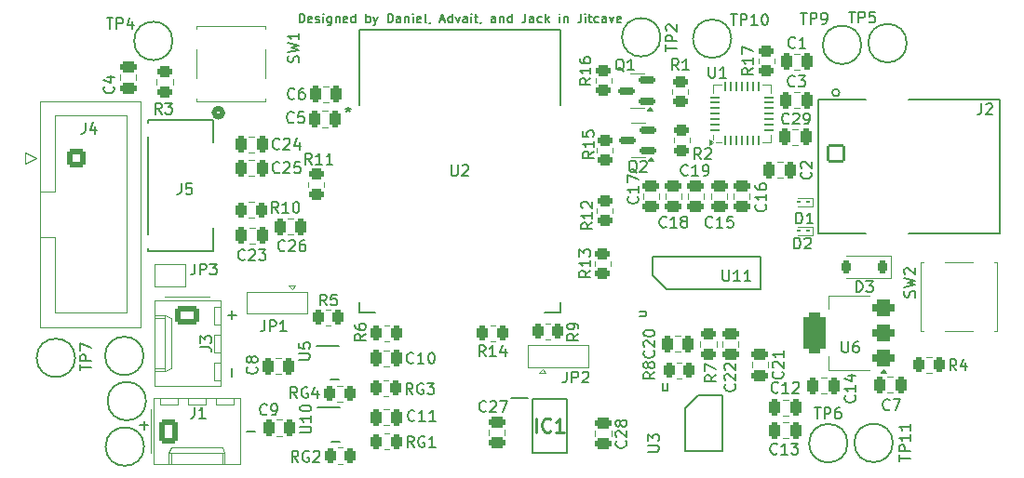
<source format=gbr>
G04 #@! TF.GenerationSoftware,KiCad,Pcbnew,8.0.5*
G04 #@! TF.CreationDate,2024-10-16T14:05:36-05:00*
G04 #@! TF.ProjectId,MonitoringSystem_PCB,4d6f6e69-746f-4726-996e-675379737465,rev?*
G04 #@! TF.SameCoordinates,Original*
G04 #@! TF.FileFunction,Legend,Top*
G04 #@! TF.FilePolarity,Positive*
%FSLAX46Y46*%
G04 Gerber Fmt 4.6, Leading zero omitted, Abs format (unit mm)*
G04 Created by KiCad (PCBNEW 8.0.5) date 2024-10-16 14:05:36*
%MOMM*%
%LPD*%
G01*
G04 APERTURE LIST*
G04 Aperture macros list*
%AMRoundRect*
0 Rectangle with rounded corners*
0 $1 Rounding radius*
0 $2 $3 $4 $5 $6 $7 $8 $9 X,Y pos of 4 corners*
0 Add a 4 corners polygon primitive as box body*
4,1,4,$2,$3,$4,$5,$6,$7,$8,$9,$2,$3,0*
0 Add four circle primitives for the rounded corners*
1,1,$1+$1,$2,$3*
1,1,$1+$1,$4,$5*
1,1,$1+$1,$6,$7*
1,1,$1+$1,$8,$9*
0 Add four rect primitives between the rounded corners*
20,1,$1+$1,$2,$3,$4,$5,0*
20,1,$1+$1,$4,$5,$6,$7,0*
20,1,$1+$1,$6,$7,$8,$9,0*
20,1,$1+$1,$8,$9,$2,$3,0*%
%AMFreePoly0*
4,1,6,1.000000,0.000000,0.500000,-0.750000,-0.500000,-0.750000,-0.500000,0.750000,0.500000,0.750000,1.000000,0.000000,1.000000,0.000000,$1*%
%AMFreePoly1*
4,1,6,0.500000,-0.750000,-0.650000,-0.750000,-0.150000,0.000000,-0.650000,0.750000,0.500000,0.750000,0.500000,-0.750000,0.500000,-0.750000,$1*%
G04 Aperture macros list end*
%ADD10C,0.177800*%
%ADD11C,0.150000*%
%ADD12C,0.254000*%
%ADD13C,0.120000*%
%ADD14C,0.127000*%
%ADD15C,0.200000*%
%ADD16C,0.152400*%
%ADD17C,0.508000*%
%ADD18RoundRect,0.250000X-0.620000X-0.845000X0.620000X-0.845000X0.620000X0.845000X-0.620000X0.845000X0*%
%ADD19O,1.740000X2.190000*%
%ADD20RoundRect,0.250000X-0.845000X0.620000X-0.845000X-0.620000X0.845000X-0.620000X0.845000X0.620000X0*%
%ADD21O,2.190000X1.740000*%
%ADD22C,3.520000*%
%ADD23C,1.632000*%
%ADD24RoundRect,0.102000X0.714000X-0.714000X0.714000X0.714000X-0.714000X0.714000X-0.714000X-0.714000X0*%
%ADD25O,1.699999X0.349999*%
%ADD26R,1.000000X0.599999*%
%ADD27O,0.349999X1.699999*%
%ADD28RoundRect,0.250000X0.450000X-0.262500X0.450000X0.262500X-0.450000X0.262500X-0.450000X-0.262500X0*%
%ADD29RoundRect,0.250000X-0.250000X-0.475000X0.250000X-0.475000X0.250000X0.475000X-0.250000X0.475000X0*%
%ADD30RoundRect,0.250000X-0.450000X0.262500X-0.450000X-0.262500X0.450000X-0.262500X0.450000X0.262500X0*%
%ADD31C,2.800000*%
%ADD32R,1.300000X1.550000*%
%ADD33R,1.550000X1.300000*%
%ADD34RoundRect,0.250000X0.262500X0.450000X-0.262500X0.450000X-0.262500X-0.450000X0.262500X-0.450000X0*%
%ADD35RoundRect,0.250000X-0.262500X-0.450000X0.262500X-0.450000X0.262500X0.450000X-0.262500X0.450000X0*%
%ADD36RoundRect,0.150000X0.587500X0.150000X-0.587500X0.150000X-0.587500X-0.150000X0.587500X-0.150000X0*%
%ADD37FreePoly0,180.000000*%
%ADD38FreePoly1,180.000000*%
%ADD39R,1.500000X1.500000*%
%ADD40FreePoly0,0.000000*%
%ADD41R,1.528000X0.650000*%
%ADD42C,3.200000*%
%ADD43RoundRect,0.062500X-0.117500X-0.062500X0.117500X-0.062500X0.117500X0.062500X-0.117500X0.062500X0*%
%ADD44RoundRect,0.250000X0.475000X-0.250000X0.475000X0.250000X-0.475000X0.250000X-0.475000X-0.250000X0*%
%ADD45RoundRect,0.250000X-0.475000X0.250000X-0.475000X-0.250000X0.475000X-0.250000X0.475000X0.250000X0*%
%ADD46RoundRect,0.250000X0.250000X0.475000X-0.250000X0.475000X-0.250000X-0.475000X0.250000X-0.475000X0*%
%ADD47RoundRect,0.375000X0.625000X0.375000X-0.625000X0.375000X-0.625000X-0.375000X0.625000X-0.375000X0*%
%ADD48RoundRect,0.500000X0.500000X1.400000X-0.500000X1.400000X-0.500000X-1.400000X0.500000X-1.400000X0*%
%ADD49R,1.498600X0.812800*%
%ADD50R,0.812800X1.498600*%
%ADD51R,0.889000X0.889000*%
%ADD52R,3.350000X3.350000*%
%ADD53RoundRect,0.062500X0.337500X-0.062500X0.337500X0.062500X-0.337500X0.062500X-0.337500X-0.062500X0*%
%ADD54RoundRect,0.062500X0.062500X-0.337500X0.062500X0.337500X-0.062500X0.337500X-0.062500X-0.337500X0*%
%ADD55R,0.609600X0.203200*%
%ADD56R,1.295400X0.660400*%
%ADD57C,1.700000*%
%ADD58RoundRect,0.250000X-0.600000X-0.600000X0.600000X-0.600000X0.600000X0.600000X-0.600000X0.600000X0*%
%ADD59RoundRect,0.225000X0.225000X0.375000X-0.225000X0.375000X-0.225000X-0.375000X0.225000X-0.375000X0*%
G04 APERTURE END LIST*
D10*
X136048096Y-84270082D02*
X136048096Y-83457282D01*
X136048096Y-83457282D02*
X136241620Y-83457282D01*
X136241620Y-83457282D02*
X136357734Y-83495987D01*
X136357734Y-83495987D02*
X136435144Y-83573397D01*
X136435144Y-83573397D02*
X136473849Y-83650806D01*
X136473849Y-83650806D02*
X136512553Y-83805625D01*
X136512553Y-83805625D02*
X136512553Y-83921739D01*
X136512553Y-83921739D02*
X136473849Y-84076558D01*
X136473849Y-84076558D02*
X136435144Y-84153968D01*
X136435144Y-84153968D02*
X136357734Y-84231378D01*
X136357734Y-84231378D02*
X136241620Y-84270082D01*
X136241620Y-84270082D02*
X136048096Y-84270082D01*
X137170534Y-84231378D02*
X137093125Y-84270082D01*
X137093125Y-84270082D02*
X136938306Y-84270082D01*
X136938306Y-84270082D02*
X136860896Y-84231378D01*
X136860896Y-84231378D02*
X136822192Y-84153968D01*
X136822192Y-84153968D02*
X136822192Y-83844330D01*
X136822192Y-83844330D02*
X136860896Y-83766920D01*
X136860896Y-83766920D02*
X136938306Y-83728216D01*
X136938306Y-83728216D02*
X137093125Y-83728216D01*
X137093125Y-83728216D02*
X137170534Y-83766920D01*
X137170534Y-83766920D02*
X137209239Y-83844330D01*
X137209239Y-83844330D02*
X137209239Y-83921739D01*
X137209239Y-83921739D02*
X136822192Y-83999149D01*
X137518878Y-84231378D02*
X137596287Y-84270082D01*
X137596287Y-84270082D02*
X137751106Y-84270082D01*
X137751106Y-84270082D02*
X137828516Y-84231378D01*
X137828516Y-84231378D02*
X137867220Y-84153968D01*
X137867220Y-84153968D02*
X137867220Y-84115263D01*
X137867220Y-84115263D02*
X137828516Y-84037854D01*
X137828516Y-84037854D02*
X137751106Y-83999149D01*
X137751106Y-83999149D02*
X137634992Y-83999149D01*
X137634992Y-83999149D02*
X137557582Y-83960444D01*
X137557582Y-83960444D02*
X137518878Y-83883035D01*
X137518878Y-83883035D02*
X137518878Y-83844330D01*
X137518878Y-83844330D02*
X137557582Y-83766920D01*
X137557582Y-83766920D02*
X137634992Y-83728216D01*
X137634992Y-83728216D02*
X137751106Y-83728216D01*
X137751106Y-83728216D02*
X137828516Y-83766920D01*
X138215563Y-84270082D02*
X138215563Y-83728216D01*
X138215563Y-83457282D02*
X138176859Y-83495987D01*
X138176859Y-83495987D02*
X138215563Y-83534692D01*
X138215563Y-83534692D02*
X138254268Y-83495987D01*
X138254268Y-83495987D02*
X138215563Y-83457282D01*
X138215563Y-83457282D02*
X138215563Y-83534692D01*
X138950954Y-83728216D02*
X138950954Y-84386197D01*
X138950954Y-84386197D02*
X138912249Y-84463606D01*
X138912249Y-84463606D02*
X138873545Y-84502311D01*
X138873545Y-84502311D02*
X138796135Y-84541016D01*
X138796135Y-84541016D02*
X138680021Y-84541016D01*
X138680021Y-84541016D02*
X138602611Y-84502311D01*
X138950954Y-84231378D02*
X138873545Y-84270082D01*
X138873545Y-84270082D02*
X138718726Y-84270082D01*
X138718726Y-84270082D02*
X138641316Y-84231378D01*
X138641316Y-84231378D02*
X138602611Y-84192673D01*
X138602611Y-84192673D02*
X138563907Y-84115263D01*
X138563907Y-84115263D02*
X138563907Y-83883035D01*
X138563907Y-83883035D02*
X138602611Y-83805625D01*
X138602611Y-83805625D02*
X138641316Y-83766920D01*
X138641316Y-83766920D02*
X138718726Y-83728216D01*
X138718726Y-83728216D02*
X138873545Y-83728216D01*
X138873545Y-83728216D02*
X138950954Y-83766920D01*
X139338001Y-83728216D02*
X139338001Y-84270082D01*
X139338001Y-83805625D02*
X139376706Y-83766920D01*
X139376706Y-83766920D02*
X139454116Y-83728216D01*
X139454116Y-83728216D02*
X139570230Y-83728216D01*
X139570230Y-83728216D02*
X139647639Y-83766920D01*
X139647639Y-83766920D02*
X139686344Y-83844330D01*
X139686344Y-83844330D02*
X139686344Y-84270082D01*
X140383029Y-84231378D02*
X140305620Y-84270082D01*
X140305620Y-84270082D02*
X140150801Y-84270082D01*
X140150801Y-84270082D02*
X140073391Y-84231378D01*
X140073391Y-84231378D02*
X140034687Y-84153968D01*
X140034687Y-84153968D02*
X140034687Y-83844330D01*
X140034687Y-83844330D02*
X140073391Y-83766920D01*
X140073391Y-83766920D02*
X140150801Y-83728216D01*
X140150801Y-83728216D02*
X140305620Y-83728216D01*
X140305620Y-83728216D02*
X140383029Y-83766920D01*
X140383029Y-83766920D02*
X140421734Y-83844330D01*
X140421734Y-83844330D02*
X140421734Y-83921739D01*
X140421734Y-83921739D02*
X140034687Y-83999149D01*
X141118420Y-84270082D02*
X141118420Y-83457282D01*
X141118420Y-84231378D02*
X141041011Y-84270082D01*
X141041011Y-84270082D02*
X140886192Y-84270082D01*
X140886192Y-84270082D02*
X140808782Y-84231378D01*
X140808782Y-84231378D02*
X140770077Y-84192673D01*
X140770077Y-84192673D02*
X140731373Y-84115263D01*
X140731373Y-84115263D02*
X140731373Y-83883035D01*
X140731373Y-83883035D02*
X140770077Y-83805625D01*
X140770077Y-83805625D02*
X140808782Y-83766920D01*
X140808782Y-83766920D02*
X140886192Y-83728216D01*
X140886192Y-83728216D02*
X141041011Y-83728216D01*
X141041011Y-83728216D02*
X141118420Y-83766920D01*
X142124743Y-84270082D02*
X142124743Y-83457282D01*
X142124743Y-83766920D02*
X142202153Y-83728216D01*
X142202153Y-83728216D02*
X142356972Y-83728216D01*
X142356972Y-83728216D02*
X142434381Y-83766920D01*
X142434381Y-83766920D02*
X142473086Y-83805625D01*
X142473086Y-83805625D02*
X142511791Y-83883035D01*
X142511791Y-83883035D02*
X142511791Y-84115263D01*
X142511791Y-84115263D02*
X142473086Y-84192673D01*
X142473086Y-84192673D02*
X142434381Y-84231378D01*
X142434381Y-84231378D02*
X142356972Y-84270082D01*
X142356972Y-84270082D02*
X142202153Y-84270082D01*
X142202153Y-84270082D02*
X142124743Y-84231378D01*
X142782724Y-83728216D02*
X142976248Y-84270082D01*
X143169771Y-83728216D02*
X142976248Y-84270082D01*
X142976248Y-84270082D02*
X142898838Y-84463606D01*
X142898838Y-84463606D02*
X142860133Y-84502311D01*
X142860133Y-84502311D02*
X142782724Y-84541016D01*
X144098685Y-84270082D02*
X144098685Y-83457282D01*
X144098685Y-83457282D02*
X144292209Y-83457282D01*
X144292209Y-83457282D02*
X144408323Y-83495987D01*
X144408323Y-83495987D02*
X144485733Y-83573397D01*
X144485733Y-83573397D02*
X144524438Y-83650806D01*
X144524438Y-83650806D02*
X144563142Y-83805625D01*
X144563142Y-83805625D02*
X144563142Y-83921739D01*
X144563142Y-83921739D02*
X144524438Y-84076558D01*
X144524438Y-84076558D02*
X144485733Y-84153968D01*
X144485733Y-84153968D02*
X144408323Y-84231378D01*
X144408323Y-84231378D02*
X144292209Y-84270082D01*
X144292209Y-84270082D02*
X144098685Y-84270082D01*
X145259828Y-84270082D02*
X145259828Y-83844330D01*
X145259828Y-83844330D02*
X145221123Y-83766920D01*
X145221123Y-83766920D02*
X145143714Y-83728216D01*
X145143714Y-83728216D02*
X144988895Y-83728216D01*
X144988895Y-83728216D02*
X144911485Y-83766920D01*
X145259828Y-84231378D02*
X145182419Y-84270082D01*
X145182419Y-84270082D02*
X144988895Y-84270082D01*
X144988895Y-84270082D02*
X144911485Y-84231378D01*
X144911485Y-84231378D02*
X144872781Y-84153968D01*
X144872781Y-84153968D02*
X144872781Y-84076558D01*
X144872781Y-84076558D02*
X144911485Y-83999149D01*
X144911485Y-83999149D02*
X144988895Y-83960444D01*
X144988895Y-83960444D02*
X145182419Y-83960444D01*
X145182419Y-83960444D02*
X145259828Y-83921739D01*
X145646875Y-83728216D02*
X145646875Y-84270082D01*
X145646875Y-83805625D02*
X145685580Y-83766920D01*
X145685580Y-83766920D02*
X145762990Y-83728216D01*
X145762990Y-83728216D02*
X145879104Y-83728216D01*
X145879104Y-83728216D02*
X145956513Y-83766920D01*
X145956513Y-83766920D02*
X145995218Y-83844330D01*
X145995218Y-83844330D02*
X145995218Y-84270082D01*
X146382265Y-84270082D02*
X146382265Y-83728216D01*
X146382265Y-83457282D02*
X146343561Y-83495987D01*
X146343561Y-83495987D02*
X146382265Y-83534692D01*
X146382265Y-83534692D02*
X146420970Y-83495987D01*
X146420970Y-83495987D02*
X146382265Y-83457282D01*
X146382265Y-83457282D02*
X146382265Y-83534692D01*
X147078951Y-84231378D02*
X147001542Y-84270082D01*
X147001542Y-84270082D02*
X146846723Y-84270082D01*
X146846723Y-84270082D02*
X146769313Y-84231378D01*
X146769313Y-84231378D02*
X146730609Y-84153968D01*
X146730609Y-84153968D02*
X146730609Y-83844330D01*
X146730609Y-83844330D02*
X146769313Y-83766920D01*
X146769313Y-83766920D02*
X146846723Y-83728216D01*
X146846723Y-83728216D02*
X147001542Y-83728216D01*
X147001542Y-83728216D02*
X147078951Y-83766920D01*
X147078951Y-83766920D02*
X147117656Y-83844330D01*
X147117656Y-83844330D02*
X147117656Y-83921739D01*
X147117656Y-83921739D02*
X146730609Y-83999149D01*
X147582114Y-84270082D02*
X147504704Y-84231378D01*
X147504704Y-84231378D02*
X147465999Y-84153968D01*
X147465999Y-84153968D02*
X147465999Y-83457282D01*
X147930456Y-84231378D02*
X147930456Y-84270082D01*
X147930456Y-84270082D02*
X147891751Y-84347492D01*
X147891751Y-84347492D02*
X147853047Y-84386197D01*
X148859371Y-84037854D02*
X149246418Y-84037854D01*
X148781961Y-84270082D02*
X149052894Y-83457282D01*
X149052894Y-83457282D02*
X149323828Y-84270082D01*
X149943104Y-84270082D02*
X149943104Y-83457282D01*
X149943104Y-84231378D02*
X149865695Y-84270082D01*
X149865695Y-84270082D02*
X149710876Y-84270082D01*
X149710876Y-84270082D02*
X149633466Y-84231378D01*
X149633466Y-84231378D02*
X149594761Y-84192673D01*
X149594761Y-84192673D02*
X149556057Y-84115263D01*
X149556057Y-84115263D02*
X149556057Y-83883035D01*
X149556057Y-83883035D02*
X149594761Y-83805625D01*
X149594761Y-83805625D02*
X149633466Y-83766920D01*
X149633466Y-83766920D02*
X149710876Y-83728216D01*
X149710876Y-83728216D02*
X149865695Y-83728216D01*
X149865695Y-83728216D02*
X149943104Y-83766920D01*
X150252742Y-83728216D02*
X150446266Y-84270082D01*
X150446266Y-84270082D02*
X150639789Y-83728216D01*
X151297770Y-84270082D02*
X151297770Y-83844330D01*
X151297770Y-83844330D02*
X151259065Y-83766920D01*
X151259065Y-83766920D02*
X151181656Y-83728216D01*
X151181656Y-83728216D02*
X151026837Y-83728216D01*
X151026837Y-83728216D02*
X150949427Y-83766920D01*
X151297770Y-84231378D02*
X151220361Y-84270082D01*
X151220361Y-84270082D02*
X151026837Y-84270082D01*
X151026837Y-84270082D02*
X150949427Y-84231378D01*
X150949427Y-84231378D02*
X150910723Y-84153968D01*
X150910723Y-84153968D02*
X150910723Y-84076558D01*
X150910723Y-84076558D02*
X150949427Y-83999149D01*
X150949427Y-83999149D02*
X151026837Y-83960444D01*
X151026837Y-83960444D02*
X151220361Y-83960444D01*
X151220361Y-83960444D02*
X151297770Y-83921739D01*
X151684817Y-84270082D02*
X151684817Y-83728216D01*
X151684817Y-83457282D02*
X151646113Y-83495987D01*
X151646113Y-83495987D02*
X151684817Y-83534692D01*
X151684817Y-83534692D02*
X151723522Y-83495987D01*
X151723522Y-83495987D02*
X151684817Y-83457282D01*
X151684817Y-83457282D02*
X151684817Y-83534692D01*
X151955751Y-83728216D02*
X152265389Y-83728216D01*
X152071865Y-83457282D02*
X152071865Y-84153968D01*
X152071865Y-84153968D02*
X152110570Y-84231378D01*
X152110570Y-84231378D02*
X152187980Y-84270082D01*
X152187980Y-84270082D02*
X152265389Y-84270082D01*
X152575027Y-84231378D02*
X152575027Y-84270082D01*
X152575027Y-84270082D02*
X152536322Y-84347492D01*
X152536322Y-84347492D02*
X152497618Y-84386197D01*
X153890989Y-84270082D02*
X153890989Y-83844330D01*
X153890989Y-83844330D02*
X153852284Y-83766920D01*
X153852284Y-83766920D02*
X153774875Y-83728216D01*
X153774875Y-83728216D02*
X153620056Y-83728216D01*
X153620056Y-83728216D02*
X153542646Y-83766920D01*
X153890989Y-84231378D02*
X153813580Y-84270082D01*
X153813580Y-84270082D02*
X153620056Y-84270082D01*
X153620056Y-84270082D02*
X153542646Y-84231378D01*
X153542646Y-84231378D02*
X153503942Y-84153968D01*
X153503942Y-84153968D02*
X153503942Y-84076558D01*
X153503942Y-84076558D02*
X153542646Y-83999149D01*
X153542646Y-83999149D02*
X153620056Y-83960444D01*
X153620056Y-83960444D02*
X153813580Y-83960444D01*
X153813580Y-83960444D02*
X153890989Y-83921739D01*
X154278036Y-83728216D02*
X154278036Y-84270082D01*
X154278036Y-83805625D02*
X154316741Y-83766920D01*
X154316741Y-83766920D02*
X154394151Y-83728216D01*
X154394151Y-83728216D02*
X154510265Y-83728216D01*
X154510265Y-83728216D02*
X154587674Y-83766920D01*
X154587674Y-83766920D02*
X154626379Y-83844330D01*
X154626379Y-83844330D02*
X154626379Y-84270082D01*
X155361769Y-84270082D02*
X155361769Y-83457282D01*
X155361769Y-84231378D02*
X155284360Y-84270082D01*
X155284360Y-84270082D02*
X155129541Y-84270082D01*
X155129541Y-84270082D02*
X155052131Y-84231378D01*
X155052131Y-84231378D02*
X155013426Y-84192673D01*
X155013426Y-84192673D02*
X154974722Y-84115263D01*
X154974722Y-84115263D02*
X154974722Y-83883035D01*
X154974722Y-83883035D02*
X155013426Y-83805625D01*
X155013426Y-83805625D02*
X155052131Y-83766920D01*
X155052131Y-83766920D02*
X155129541Y-83728216D01*
X155129541Y-83728216D02*
X155284360Y-83728216D01*
X155284360Y-83728216D02*
X155361769Y-83766920D01*
X156600321Y-83457282D02*
X156600321Y-84037854D01*
X156600321Y-84037854D02*
X156561616Y-84153968D01*
X156561616Y-84153968D02*
X156484207Y-84231378D01*
X156484207Y-84231378D02*
X156368092Y-84270082D01*
X156368092Y-84270082D02*
X156290683Y-84270082D01*
X157335711Y-84270082D02*
X157335711Y-83844330D01*
X157335711Y-83844330D02*
X157297006Y-83766920D01*
X157297006Y-83766920D02*
X157219597Y-83728216D01*
X157219597Y-83728216D02*
X157064778Y-83728216D01*
X157064778Y-83728216D02*
X156987368Y-83766920D01*
X157335711Y-84231378D02*
X157258302Y-84270082D01*
X157258302Y-84270082D02*
X157064778Y-84270082D01*
X157064778Y-84270082D02*
X156987368Y-84231378D01*
X156987368Y-84231378D02*
X156948664Y-84153968D01*
X156948664Y-84153968D02*
X156948664Y-84076558D01*
X156948664Y-84076558D02*
X156987368Y-83999149D01*
X156987368Y-83999149D02*
X157064778Y-83960444D01*
X157064778Y-83960444D02*
X157258302Y-83960444D01*
X157258302Y-83960444D02*
X157335711Y-83921739D01*
X158071101Y-84231378D02*
X157993692Y-84270082D01*
X157993692Y-84270082D02*
X157838873Y-84270082D01*
X157838873Y-84270082D02*
X157761463Y-84231378D01*
X157761463Y-84231378D02*
X157722758Y-84192673D01*
X157722758Y-84192673D02*
X157684054Y-84115263D01*
X157684054Y-84115263D02*
X157684054Y-83883035D01*
X157684054Y-83883035D02*
X157722758Y-83805625D01*
X157722758Y-83805625D02*
X157761463Y-83766920D01*
X157761463Y-83766920D02*
X157838873Y-83728216D01*
X157838873Y-83728216D02*
X157993692Y-83728216D01*
X157993692Y-83728216D02*
X158071101Y-83766920D01*
X158419444Y-84270082D02*
X158419444Y-83457282D01*
X158496854Y-83960444D02*
X158729082Y-84270082D01*
X158729082Y-83728216D02*
X158419444Y-84037854D01*
X159696701Y-84270082D02*
X159696701Y-83728216D01*
X159696701Y-83457282D02*
X159657997Y-83495987D01*
X159657997Y-83495987D02*
X159696701Y-83534692D01*
X159696701Y-83534692D02*
X159735406Y-83495987D01*
X159735406Y-83495987D02*
X159696701Y-83457282D01*
X159696701Y-83457282D02*
X159696701Y-83534692D01*
X160083749Y-83728216D02*
X160083749Y-84270082D01*
X160083749Y-83805625D02*
X160122454Y-83766920D01*
X160122454Y-83766920D02*
X160199864Y-83728216D01*
X160199864Y-83728216D02*
X160315978Y-83728216D01*
X160315978Y-83728216D02*
X160393387Y-83766920D01*
X160393387Y-83766920D02*
X160432092Y-83844330D01*
X160432092Y-83844330D02*
X160432092Y-84270082D01*
X161670644Y-83457282D02*
X161670644Y-84037854D01*
X161670644Y-84037854D02*
X161631939Y-84153968D01*
X161631939Y-84153968D02*
X161554530Y-84231378D01*
X161554530Y-84231378D02*
X161438415Y-84270082D01*
X161438415Y-84270082D02*
X161361006Y-84270082D01*
X162057691Y-84270082D02*
X162057691Y-83728216D01*
X162057691Y-83457282D02*
X162018987Y-83495987D01*
X162018987Y-83495987D02*
X162057691Y-83534692D01*
X162057691Y-83534692D02*
X162096396Y-83495987D01*
X162096396Y-83495987D02*
X162057691Y-83457282D01*
X162057691Y-83457282D02*
X162057691Y-83534692D01*
X162328625Y-83728216D02*
X162638263Y-83728216D01*
X162444739Y-83457282D02*
X162444739Y-84153968D01*
X162444739Y-84153968D02*
X162483444Y-84231378D01*
X162483444Y-84231378D02*
X162560854Y-84270082D01*
X162560854Y-84270082D02*
X162638263Y-84270082D01*
X163257539Y-84231378D02*
X163180130Y-84270082D01*
X163180130Y-84270082D02*
X163025311Y-84270082D01*
X163025311Y-84270082D02*
X162947901Y-84231378D01*
X162947901Y-84231378D02*
X162909196Y-84192673D01*
X162909196Y-84192673D02*
X162870492Y-84115263D01*
X162870492Y-84115263D02*
X162870492Y-83883035D01*
X162870492Y-83883035D02*
X162909196Y-83805625D01*
X162909196Y-83805625D02*
X162947901Y-83766920D01*
X162947901Y-83766920D02*
X163025311Y-83728216D01*
X163025311Y-83728216D02*
X163180130Y-83728216D01*
X163180130Y-83728216D02*
X163257539Y-83766920D01*
X163954225Y-84270082D02*
X163954225Y-83844330D01*
X163954225Y-83844330D02*
X163915520Y-83766920D01*
X163915520Y-83766920D02*
X163838111Y-83728216D01*
X163838111Y-83728216D02*
X163683292Y-83728216D01*
X163683292Y-83728216D02*
X163605882Y-83766920D01*
X163954225Y-84231378D02*
X163876816Y-84270082D01*
X163876816Y-84270082D02*
X163683292Y-84270082D01*
X163683292Y-84270082D02*
X163605882Y-84231378D01*
X163605882Y-84231378D02*
X163567178Y-84153968D01*
X163567178Y-84153968D02*
X163567178Y-84076558D01*
X163567178Y-84076558D02*
X163605882Y-83999149D01*
X163605882Y-83999149D02*
X163683292Y-83960444D01*
X163683292Y-83960444D02*
X163876816Y-83960444D01*
X163876816Y-83960444D02*
X163954225Y-83921739D01*
X164263863Y-83728216D02*
X164457387Y-84270082D01*
X164457387Y-84270082D02*
X164650910Y-83728216D01*
X165270186Y-84231378D02*
X165192777Y-84270082D01*
X165192777Y-84270082D02*
X165037958Y-84270082D01*
X165037958Y-84270082D02*
X164960548Y-84231378D01*
X164960548Y-84231378D02*
X164921844Y-84153968D01*
X164921844Y-84153968D02*
X164921844Y-83844330D01*
X164921844Y-83844330D02*
X164960548Y-83766920D01*
X164960548Y-83766920D02*
X165037958Y-83728216D01*
X165037958Y-83728216D02*
X165192777Y-83728216D01*
X165192777Y-83728216D02*
X165270186Y-83766920D01*
X165270186Y-83766920D02*
X165308891Y-83844330D01*
X165308891Y-83844330D02*
X165308891Y-83921739D01*
X165308891Y-83921739D02*
X164921844Y-83999149D01*
D11*
X126514266Y-119292019D02*
X126514266Y-120006304D01*
X126514266Y-120006304D02*
X126466647Y-120149161D01*
X126466647Y-120149161D02*
X126371409Y-120244400D01*
X126371409Y-120244400D02*
X126228552Y-120292019D01*
X126228552Y-120292019D02*
X126133314Y-120292019D01*
X127514266Y-120292019D02*
X126942838Y-120292019D01*
X127228552Y-120292019D02*
X127228552Y-119292019D01*
X127228552Y-119292019D02*
X127133314Y-119434876D01*
X127133314Y-119434876D02*
X127038076Y-119530114D01*
X127038076Y-119530114D02*
X126942838Y-119577733D01*
X131248379Y-121485066D02*
X132010284Y-121485066D01*
X121520179Y-120926266D02*
X122282084Y-120926266D01*
X121901131Y-121307219D02*
X121901131Y-120545314D01*
X127039019Y-113820533D02*
X127753304Y-113820533D01*
X127753304Y-113820533D02*
X127896161Y-113868152D01*
X127896161Y-113868152D02*
X127991400Y-113963390D01*
X127991400Y-113963390D02*
X128039019Y-114106247D01*
X128039019Y-114106247D02*
X128039019Y-114201485D01*
X127039019Y-113439580D02*
X127039019Y-112820533D01*
X127039019Y-112820533D02*
X127419971Y-113153866D01*
X127419971Y-113153866D02*
X127419971Y-113011009D01*
X127419971Y-113011009D02*
X127467590Y-112915771D01*
X127467590Y-112915771D02*
X127515209Y-112868152D01*
X127515209Y-112868152D02*
X127610447Y-112820533D01*
X127610447Y-112820533D02*
X127848542Y-112820533D01*
X127848542Y-112820533D02*
X127943780Y-112868152D01*
X127943780Y-112868152D02*
X127991400Y-112915771D01*
X127991400Y-112915771D02*
X128039019Y-113011009D01*
X128039019Y-113011009D02*
X128039019Y-113296723D01*
X128039019Y-113296723D02*
X127991400Y-113391961D01*
X127991400Y-113391961D02*
X127943780Y-113439580D01*
X129898733Y-115728979D02*
X129898733Y-116490884D01*
X129898733Y-110521979D02*
X129898733Y-111283884D01*
X129517780Y-110902931D02*
X130279685Y-110902931D01*
X198065547Y-91655981D02*
X198065547Y-92371380D01*
X198065547Y-92371380D02*
X198017853Y-92514460D01*
X198017853Y-92514460D02*
X197922467Y-92609847D01*
X197922467Y-92609847D02*
X197779387Y-92657540D01*
X197779387Y-92657540D02*
X197684000Y-92657540D01*
X198494787Y-91751367D02*
X198542480Y-91703674D01*
X198542480Y-91703674D02*
X198637867Y-91655981D01*
X198637867Y-91655981D02*
X198876333Y-91655981D01*
X198876333Y-91655981D02*
X198971720Y-91703674D01*
X198971720Y-91703674D02*
X199019413Y-91751367D01*
X199019413Y-91751367D02*
X199067106Y-91846754D01*
X199067106Y-91846754D02*
X199067106Y-91942141D01*
X199067106Y-91942141D02*
X199019413Y-92085220D01*
X199019413Y-92085220D02*
X198447093Y-92657540D01*
X198447093Y-92657540D02*
X199067106Y-92657540D01*
X167755219Y-123342304D02*
X168564742Y-123342304D01*
X168564742Y-123342304D02*
X168659980Y-123294685D01*
X168659980Y-123294685D02*
X168707600Y-123247066D01*
X168707600Y-123247066D02*
X168755219Y-123151828D01*
X168755219Y-123151828D02*
X168755219Y-122961352D01*
X168755219Y-122961352D02*
X168707600Y-122866114D01*
X168707600Y-122866114D02*
X168659980Y-122818495D01*
X168659980Y-122818495D02*
X168564742Y-122770876D01*
X168564742Y-122770876D02*
X167755219Y-122770876D01*
X167755219Y-122389923D02*
X167755219Y-121770876D01*
X167755219Y-121770876D02*
X168136171Y-122104209D01*
X168136171Y-122104209D02*
X168136171Y-121961352D01*
X168136171Y-121961352D02*
X168183790Y-121866114D01*
X168183790Y-121866114D02*
X168231409Y-121818495D01*
X168231409Y-121818495D02*
X168326647Y-121770876D01*
X168326647Y-121770876D02*
X168564742Y-121770876D01*
X168564742Y-121770876D02*
X168659980Y-121818495D01*
X168659980Y-121818495D02*
X168707600Y-121866114D01*
X168707600Y-121866114D02*
X168755219Y-121961352D01*
X168755219Y-121961352D02*
X168755219Y-122247066D01*
X168755219Y-122247066D02*
X168707600Y-122342304D01*
X168707600Y-122342304D02*
X168659980Y-122389923D01*
X169505285Y-117136152D02*
X169505285Y-117802819D01*
X169076714Y-117136152D02*
X169076714Y-117659961D01*
X169076714Y-117659961D02*
X169124333Y-117755200D01*
X169124333Y-117755200D02*
X169219571Y-117802819D01*
X169219571Y-117802819D02*
X169362428Y-117802819D01*
X169362428Y-117802819D02*
X169457666Y-117755200D01*
X169457666Y-117755200D02*
X169505285Y-117707580D01*
X136005219Y-114960304D02*
X136814742Y-114960304D01*
X136814742Y-114960304D02*
X136909980Y-114912685D01*
X136909980Y-114912685D02*
X136957600Y-114865066D01*
X136957600Y-114865066D02*
X137005219Y-114769828D01*
X137005219Y-114769828D02*
X137005219Y-114579352D01*
X137005219Y-114579352D02*
X136957600Y-114484114D01*
X136957600Y-114484114D02*
X136909980Y-114436495D01*
X136909980Y-114436495D02*
X136814742Y-114388876D01*
X136814742Y-114388876D02*
X136005219Y-114388876D01*
X136005219Y-113436495D02*
X136005219Y-113912685D01*
X136005219Y-113912685D02*
X136481409Y-113960304D01*
X136481409Y-113960304D02*
X136433790Y-113912685D01*
X136433790Y-113912685D02*
X136386171Y-113817447D01*
X136386171Y-113817447D02*
X136386171Y-113579352D01*
X136386171Y-113579352D02*
X136433790Y-113484114D01*
X136433790Y-113484114D02*
X136481409Y-113436495D01*
X136481409Y-113436495D02*
X136576647Y-113388876D01*
X136576647Y-113388876D02*
X136814742Y-113388876D01*
X136814742Y-113388876D02*
X136909980Y-113436495D01*
X136909980Y-113436495D02*
X136957600Y-113484114D01*
X136957600Y-113484114D02*
X137005219Y-113579352D01*
X137005219Y-113579352D02*
X137005219Y-113817447D01*
X137005219Y-113817447D02*
X136957600Y-113912685D01*
X136957600Y-113912685D02*
X136909980Y-113960304D01*
X136106819Y-121634094D02*
X136916342Y-121634094D01*
X136916342Y-121634094D02*
X137011580Y-121586475D01*
X137011580Y-121586475D02*
X137059200Y-121538856D01*
X137059200Y-121538856D02*
X137106819Y-121443618D01*
X137106819Y-121443618D02*
X137106819Y-121253142D01*
X137106819Y-121253142D02*
X137059200Y-121157904D01*
X137059200Y-121157904D02*
X137011580Y-121110285D01*
X137011580Y-121110285D02*
X136916342Y-121062666D01*
X136916342Y-121062666D02*
X136106819Y-121062666D01*
X137106819Y-120062666D02*
X137106819Y-120634094D01*
X137106819Y-120348380D02*
X136106819Y-120348380D01*
X136106819Y-120348380D02*
X136249676Y-120443618D01*
X136249676Y-120443618D02*
X136344914Y-120538856D01*
X136344914Y-120538856D02*
X136392533Y-120634094D01*
X136106819Y-119443618D02*
X136106819Y-119348380D01*
X136106819Y-119348380D02*
X136154438Y-119253142D01*
X136154438Y-119253142D02*
X136202057Y-119205523D01*
X136202057Y-119205523D02*
X136297295Y-119157904D01*
X136297295Y-119157904D02*
X136487771Y-119110285D01*
X136487771Y-119110285D02*
X136725866Y-119110285D01*
X136725866Y-119110285D02*
X136916342Y-119157904D01*
X136916342Y-119157904D02*
X137011580Y-119205523D01*
X137011580Y-119205523D02*
X137059200Y-119253142D01*
X137059200Y-119253142D02*
X137106819Y-119348380D01*
X137106819Y-119348380D02*
X137106819Y-119443618D01*
X137106819Y-119443618D02*
X137059200Y-119538856D01*
X137059200Y-119538856D02*
X137011580Y-119586475D01*
X137011580Y-119586475D02*
X136916342Y-119634094D01*
X136916342Y-119634094D02*
X136725866Y-119681713D01*
X136725866Y-119681713D02*
X136487771Y-119681713D01*
X136487771Y-119681713D02*
X136297295Y-119634094D01*
X136297295Y-119634094D02*
X136202057Y-119586475D01*
X136202057Y-119586475D02*
X136154438Y-119538856D01*
X136154438Y-119538856D02*
X136106819Y-119443618D01*
X174555305Y-106820619D02*
X174555305Y-107630142D01*
X174555305Y-107630142D02*
X174602924Y-107725380D01*
X174602924Y-107725380D02*
X174650543Y-107773000D01*
X174650543Y-107773000D02*
X174745781Y-107820619D01*
X174745781Y-107820619D02*
X174936257Y-107820619D01*
X174936257Y-107820619D02*
X175031495Y-107773000D01*
X175031495Y-107773000D02*
X175079114Y-107725380D01*
X175079114Y-107725380D02*
X175126733Y-107630142D01*
X175126733Y-107630142D02*
X175126733Y-106820619D01*
X176126733Y-107820619D02*
X175555305Y-107820619D01*
X175841019Y-107820619D02*
X175841019Y-106820619D01*
X175841019Y-106820619D02*
X175745781Y-106963476D01*
X175745781Y-106963476D02*
X175650543Y-107058714D01*
X175650543Y-107058714D02*
X175555305Y-107106333D01*
X177079114Y-107820619D02*
X176507686Y-107820619D01*
X176793400Y-107820619D02*
X176793400Y-106820619D01*
X176793400Y-106820619D02*
X176698162Y-106963476D01*
X176698162Y-106963476D02*
X176602924Y-107058714D01*
X176602924Y-107058714D02*
X176507686Y-107106333D01*
X166945552Y-110555114D02*
X167612219Y-110555114D01*
X166945552Y-110983685D02*
X167469361Y-110983685D01*
X167469361Y-110983685D02*
X167564600Y-110936066D01*
X167564600Y-110936066D02*
X167612219Y-110840828D01*
X167612219Y-110840828D02*
X167612219Y-110697971D01*
X167612219Y-110697971D02*
X167564600Y-110602733D01*
X167564600Y-110602733D02*
X167516980Y-110555114D01*
X177316019Y-88425257D02*
X176839828Y-88758590D01*
X177316019Y-88996685D02*
X176316019Y-88996685D01*
X176316019Y-88996685D02*
X176316019Y-88615733D01*
X176316019Y-88615733D02*
X176363638Y-88520495D01*
X176363638Y-88520495D02*
X176411257Y-88472876D01*
X176411257Y-88472876D02*
X176506495Y-88425257D01*
X176506495Y-88425257D02*
X176649352Y-88425257D01*
X176649352Y-88425257D02*
X176744590Y-88472876D01*
X176744590Y-88472876D02*
X176792209Y-88520495D01*
X176792209Y-88520495D02*
X176839828Y-88615733D01*
X176839828Y-88615733D02*
X176839828Y-88996685D01*
X177316019Y-87472876D02*
X177316019Y-88044304D01*
X177316019Y-87758590D02*
X176316019Y-87758590D01*
X176316019Y-87758590D02*
X176458876Y-87853828D01*
X176458876Y-87853828D02*
X176554114Y-87949066D01*
X176554114Y-87949066D02*
X176601733Y-88044304D01*
X176316019Y-87139542D02*
X176316019Y-86472876D01*
X176316019Y-86472876D02*
X177316019Y-86901447D01*
X181087733Y-90017980D02*
X181040114Y-90065600D01*
X181040114Y-90065600D02*
X180897257Y-90113219D01*
X180897257Y-90113219D02*
X180802019Y-90113219D01*
X180802019Y-90113219D02*
X180659162Y-90065600D01*
X180659162Y-90065600D02*
X180563924Y-89970361D01*
X180563924Y-89970361D02*
X180516305Y-89875123D01*
X180516305Y-89875123D02*
X180468686Y-89684647D01*
X180468686Y-89684647D02*
X180468686Y-89541790D01*
X180468686Y-89541790D02*
X180516305Y-89351314D01*
X180516305Y-89351314D02*
X180563924Y-89256076D01*
X180563924Y-89256076D02*
X180659162Y-89160838D01*
X180659162Y-89160838D02*
X180802019Y-89113219D01*
X180802019Y-89113219D02*
X180897257Y-89113219D01*
X180897257Y-89113219D02*
X181040114Y-89160838D01*
X181040114Y-89160838D02*
X181087733Y-89208457D01*
X181421067Y-89113219D02*
X182040114Y-89113219D01*
X182040114Y-89113219D02*
X181706781Y-89494171D01*
X181706781Y-89494171D02*
X181849638Y-89494171D01*
X181849638Y-89494171D02*
X181944876Y-89541790D01*
X181944876Y-89541790D02*
X181992495Y-89589409D01*
X181992495Y-89589409D02*
X182040114Y-89684647D01*
X182040114Y-89684647D02*
X182040114Y-89922742D01*
X182040114Y-89922742D02*
X181992495Y-90017980D01*
X181992495Y-90017980D02*
X181944876Y-90065600D01*
X181944876Y-90065600D02*
X181849638Y-90113219D01*
X181849638Y-90113219D02*
X181563924Y-90113219D01*
X181563924Y-90113219D02*
X181468686Y-90065600D01*
X181468686Y-90065600D02*
X181421067Y-90017980D01*
X181138533Y-86512780D02*
X181090914Y-86560400D01*
X181090914Y-86560400D02*
X180948057Y-86608019D01*
X180948057Y-86608019D02*
X180852819Y-86608019D01*
X180852819Y-86608019D02*
X180709962Y-86560400D01*
X180709962Y-86560400D02*
X180614724Y-86465161D01*
X180614724Y-86465161D02*
X180567105Y-86369923D01*
X180567105Y-86369923D02*
X180519486Y-86179447D01*
X180519486Y-86179447D02*
X180519486Y-86036590D01*
X180519486Y-86036590D02*
X180567105Y-85846114D01*
X180567105Y-85846114D02*
X180614724Y-85750876D01*
X180614724Y-85750876D02*
X180709962Y-85655638D01*
X180709962Y-85655638D02*
X180852819Y-85608019D01*
X180852819Y-85608019D02*
X180948057Y-85608019D01*
X180948057Y-85608019D02*
X181090914Y-85655638D01*
X181090914Y-85655638D02*
X181138533Y-85703257D01*
X182090914Y-86608019D02*
X181519486Y-86608019D01*
X181805200Y-86608019D02*
X181805200Y-85608019D01*
X181805200Y-85608019D02*
X181709962Y-85750876D01*
X181709962Y-85750876D02*
X181614724Y-85846114D01*
X181614724Y-85846114D02*
X181519486Y-85893733D01*
X180560742Y-93425180D02*
X180513123Y-93472800D01*
X180513123Y-93472800D02*
X180370266Y-93520419D01*
X180370266Y-93520419D02*
X180275028Y-93520419D01*
X180275028Y-93520419D02*
X180132171Y-93472800D01*
X180132171Y-93472800D02*
X180036933Y-93377561D01*
X180036933Y-93377561D02*
X179989314Y-93282323D01*
X179989314Y-93282323D02*
X179941695Y-93091847D01*
X179941695Y-93091847D02*
X179941695Y-92948990D01*
X179941695Y-92948990D02*
X179989314Y-92758514D01*
X179989314Y-92758514D02*
X180036933Y-92663276D01*
X180036933Y-92663276D02*
X180132171Y-92568038D01*
X180132171Y-92568038D02*
X180275028Y-92520419D01*
X180275028Y-92520419D02*
X180370266Y-92520419D01*
X180370266Y-92520419D02*
X180513123Y-92568038D01*
X180513123Y-92568038D02*
X180560742Y-92615657D01*
X180941695Y-92615657D02*
X180989314Y-92568038D01*
X180989314Y-92568038D02*
X181084552Y-92520419D01*
X181084552Y-92520419D02*
X181322647Y-92520419D01*
X181322647Y-92520419D02*
X181417885Y-92568038D01*
X181417885Y-92568038D02*
X181465504Y-92615657D01*
X181465504Y-92615657D02*
X181513123Y-92710895D01*
X181513123Y-92710895D02*
X181513123Y-92806133D01*
X181513123Y-92806133D02*
X181465504Y-92948990D01*
X181465504Y-92948990D02*
X180894076Y-93520419D01*
X180894076Y-93520419D02*
X181513123Y-93520419D01*
X181989314Y-93520419D02*
X182179790Y-93520419D01*
X182179790Y-93520419D02*
X182275028Y-93472800D01*
X182275028Y-93472800D02*
X182322647Y-93425180D01*
X182322647Y-93425180D02*
X182417885Y-93282323D01*
X182417885Y-93282323D02*
X182465504Y-93091847D01*
X182465504Y-93091847D02*
X182465504Y-92710895D01*
X182465504Y-92710895D02*
X182417885Y-92615657D01*
X182417885Y-92615657D02*
X182370266Y-92568038D01*
X182370266Y-92568038D02*
X182275028Y-92520419D01*
X182275028Y-92520419D02*
X182084552Y-92520419D01*
X182084552Y-92520419D02*
X181989314Y-92568038D01*
X181989314Y-92568038D02*
X181941695Y-92615657D01*
X181941695Y-92615657D02*
X181894076Y-92710895D01*
X181894076Y-92710895D02*
X181894076Y-92948990D01*
X181894076Y-92948990D02*
X181941695Y-93044228D01*
X181941695Y-93044228D02*
X181989314Y-93091847D01*
X181989314Y-93091847D02*
X182084552Y-93139466D01*
X182084552Y-93139466D02*
X182275028Y-93139466D01*
X182275028Y-93139466D02*
X182370266Y-93091847D01*
X182370266Y-93091847D02*
X182417885Y-93044228D01*
X182417885Y-93044228D02*
X182465504Y-92948990D01*
X182528380Y-97905866D02*
X182576000Y-97953485D01*
X182576000Y-97953485D02*
X182623619Y-98096342D01*
X182623619Y-98096342D02*
X182623619Y-98191580D01*
X182623619Y-98191580D02*
X182576000Y-98334437D01*
X182576000Y-98334437D02*
X182480761Y-98429675D01*
X182480761Y-98429675D02*
X182385523Y-98477294D01*
X182385523Y-98477294D02*
X182195047Y-98524913D01*
X182195047Y-98524913D02*
X182052190Y-98524913D01*
X182052190Y-98524913D02*
X181861714Y-98477294D01*
X181861714Y-98477294D02*
X181766476Y-98429675D01*
X181766476Y-98429675D02*
X181671238Y-98334437D01*
X181671238Y-98334437D02*
X181623619Y-98191580D01*
X181623619Y-98191580D02*
X181623619Y-98096342D01*
X181623619Y-98096342D02*
X181671238Y-97953485D01*
X181671238Y-97953485D02*
X181718857Y-97905866D01*
X181718857Y-97524913D02*
X181671238Y-97477294D01*
X181671238Y-97477294D02*
X181623619Y-97382056D01*
X181623619Y-97382056D02*
X181623619Y-97143961D01*
X181623619Y-97143961D02*
X181671238Y-97048723D01*
X181671238Y-97048723D02*
X181718857Y-97001104D01*
X181718857Y-97001104D02*
X181814095Y-96953485D01*
X181814095Y-96953485D02*
X181909333Y-96953485D01*
X181909333Y-96953485D02*
X182052190Y-97001104D01*
X182052190Y-97001104D02*
X182623619Y-97572532D01*
X182623619Y-97572532D02*
X182623619Y-96953485D01*
X162532219Y-89339657D02*
X162056028Y-89672990D01*
X162532219Y-89911085D02*
X161532219Y-89911085D01*
X161532219Y-89911085D02*
X161532219Y-89530133D01*
X161532219Y-89530133D02*
X161579838Y-89434895D01*
X161579838Y-89434895D02*
X161627457Y-89387276D01*
X161627457Y-89387276D02*
X161722695Y-89339657D01*
X161722695Y-89339657D02*
X161865552Y-89339657D01*
X161865552Y-89339657D02*
X161960790Y-89387276D01*
X161960790Y-89387276D02*
X162008409Y-89434895D01*
X162008409Y-89434895D02*
X162056028Y-89530133D01*
X162056028Y-89530133D02*
X162056028Y-89911085D01*
X162532219Y-88387276D02*
X162532219Y-88958704D01*
X162532219Y-88672990D02*
X161532219Y-88672990D01*
X161532219Y-88672990D02*
X161675076Y-88768228D01*
X161675076Y-88768228D02*
X161770314Y-88863466D01*
X161770314Y-88863466D02*
X161817933Y-88958704D01*
X161532219Y-87530133D02*
X161532219Y-87720609D01*
X161532219Y-87720609D02*
X161579838Y-87815847D01*
X161579838Y-87815847D02*
X161627457Y-87863466D01*
X161627457Y-87863466D02*
X161770314Y-87958704D01*
X161770314Y-87958704D02*
X161960790Y-88006323D01*
X161960790Y-88006323D02*
X162341742Y-88006323D01*
X162341742Y-88006323D02*
X162436980Y-87958704D01*
X162436980Y-87958704D02*
X162484600Y-87911085D01*
X162484600Y-87911085D02*
X162532219Y-87815847D01*
X162532219Y-87815847D02*
X162532219Y-87625371D01*
X162532219Y-87625371D02*
X162484600Y-87530133D01*
X162484600Y-87530133D02*
X162436980Y-87482514D01*
X162436980Y-87482514D02*
X162341742Y-87434895D01*
X162341742Y-87434895D02*
X162103647Y-87434895D01*
X162103647Y-87434895D02*
X162008409Y-87482514D01*
X162008409Y-87482514D02*
X161960790Y-87530133D01*
X161960790Y-87530133D02*
X161913171Y-87625371D01*
X161913171Y-87625371D02*
X161913171Y-87815847D01*
X161913171Y-87815847D02*
X161960790Y-87911085D01*
X161960790Y-87911085D02*
X162008409Y-87958704D01*
X162008409Y-87958704D02*
X162103647Y-88006323D01*
X162811619Y-96019857D02*
X162335428Y-96353190D01*
X162811619Y-96591285D02*
X161811619Y-96591285D01*
X161811619Y-96591285D02*
X161811619Y-96210333D01*
X161811619Y-96210333D02*
X161859238Y-96115095D01*
X161859238Y-96115095D02*
X161906857Y-96067476D01*
X161906857Y-96067476D02*
X162002095Y-96019857D01*
X162002095Y-96019857D02*
X162144952Y-96019857D01*
X162144952Y-96019857D02*
X162240190Y-96067476D01*
X162240190Y-96067476D02*
X162287809Y-96115095D01*
X162287809Y-96115095D02*
X162335428Y-96210333D01*
X162335428Y-96210333D02*
X162335428Y-96591285D01*
X162811619Y-95067476D02*
X162811619Y-95638904D01*
X162811619Y-95353190D02*
X161811619Y-95353190D01*
X161811619Y-95353190D02*
X161954476Y-95448428D01*
X161954476Y-95448428D02*
X162049714Y-95543666D01*
X162049714Y-95543666D02*
X162097333Y-95638904D01*
X161811619Y-94162714D02*
X161811619Y-94638904D01*
X161811619Y-94638904D02*
X162287809Y-94686523D01*
X162287809Y-94686523D02*
X162240190Y-94638904D01*
X162240190Y-94638904D02*
X162192571Y-94543666D01*
X162192571Y-94543666D02*
X162192571Y-94305571D01*
X162192571Y-94305571D02*
X162240190Y-94210333D01*
X162240190Y-94210333D02*
X162287809Y-94162714D01*
X162287809Y-94162714D02*
X162383047Y-94115095D01*
X162383047Y-94115095D02*
X162621142Y-94115095D01*
X162621142Y-94115095D02*
X162716380Y-94162714D01*
X162716380Y-94162714D02*
X162764000Y-94210333D01*
X162764000Y-94210333D02*
X162811619Y-94305571D01*
X162811619Y-94305571D02*
X162811619Y-94543666D01*
X162811619Y-94543666D02*
X162764000Y-94638904D01*
X162764000Y-94638904D02*
X162716380Y-94686523D01*
X190589819Y-124216894D02*
X190589819Y-123645466D01*
X191589819Y-123931180D02*
X190589819Y-123931180D01*
X191589819Y-123312132D02*
X190589819Y-123312132D01*
X190589819Y-123312132D02*
X190589819Y-122931180D01*
X190589819Y-122931180D02*
X190637438Y-122835942D01*
X190637438Y-122835942D02*
X190685057Y-122788323D01*
X190685057Y-122788323D02*
X190780295Y-122740704D01*
X190780295Y-122740704D02*
X190923152Y-122740704D01*
X190923152Y-122740704D02*
X191018390Y-122788323D01*
X191018390Y-122788323D02*
X191066009Y-122835942D01*
X191066009Y-122835942D02*
X191113628Y-122931180D01*
X191113628Y-122931180D02*
X191113628Y-123312132D01*
X191589819Y-121788323D02*
X191589819Y-122359751D01*
X191589819Y-122074037D02*
X190589819Y-122074037D01*
X190589819Y-122074037D02*
X190732676Y-122169275D01*
X190732676Y-122169275D02*
X190827914Y-122264513D01*
X190827914Y-122264513D02*
X190875533Y-122359751D01*
X191589819Y-120835942D02*
X191589819Y-121407370D01*
X191589819Y-121121656D02*
X190589819Y-121121656D01*
X190589819Y-121121656D02*
X190732676Y-121216894D01*
X190732676Y-121216894D02*
X190827914Y-121312132D01*
X190827914Y-121312132D02*
X190875533Y-121407370D01*
X175274505Y-83503419D02*
X175845933Y-83503419D01*
X175560219Y-84503419D02*
X175560219Y-83503419D01*
X176179267Y-84503419D02*
X176179267Y-83503419D01*
X176179267Y-83503419D02*
X176560219Y-83503419D01*
X176560219Y-83503419D02*
X176655457Y-83551038D01*
X176655457Y-83551038D02*
X176703076Y-83598657D01*
X176703076Y-83598657D02*
X176750695Y-83693895D01*
X176750695Y-83693895D02*
X176750695Y-83836752D01*
X176750695Y-83836752D02*
X176703076Y-83931990D01*
X176703076Y-83931990D02*
X176655457Y-83979609D01*
X176655457Y-83979609D02*
X176560219Y-84027228D01*
X176560219Y-84027228D02*
X176179267Y-84027228D01*
X177703076Y-84503419D02*
X177131648Y-84503419D01*
X177417362Y-84503419D02*
X177417362Y-83503419D01*
X177417362Y-83503419D02*
X177322124Y-83646276D01*
X177322124Y-83646276D02*
X177226886Y-83741514D01*
X177226886Y-83741514D02*
X177131648Y-83789133D01*
X178322124Y-83503419D02*
X178417362Y-83503419D01*
X178417362Y-83503419D02*
X178512600Y-83551038D01*
X178512600Y-83551038D02*
X178560219Y-83598657D01*
X178560219Y-83598657D02*
X178607838Y-83693895D01*
X178607838Y-83693895D02*
X178655457Y-83884371D01*
X178655457Y-83884371D02*
X178655457Y-84122466D01*
X178655457Y-84122466D02*
X178607838Y-84312942D01*
X178607838Y-84312942D02*
X178560219Y-84408180D01*
X178560219Y-84408180D02*
X178512600Y-84455800D01*
X178512600Y-84455800D02*
X178417362Y-84503419D01*
X178417362Y-84503419D02*
X178322124Y-84503419D01*
X178322124Y-84503419D02*
X178226886Y-84455800D01*
X178226886Y-84455800D02*
X178179267Y-84408180D01*
X178179267Y-84408180D02*
X178131648Y-84312942D01*
X178131648Y-84312942D02*
X178084029Y-84122466D01*
X178084029Y-84122466D02*
X178084029Y-83884371D01*
X178084029Y-83884371D02*
X178131648Y-83693895D01*
X178131648Y-83693895D02*
X178179267Y-83598657D01*
X178179267Y-83598657D02*
X178226886Y-83551038D01*
X178226886Y-83551038D02*
X178322124Y-83503419D01*
X181618095Y-83401819D02*
X182189523Y-83401819D01*
X181903809Y-84401819D02*
X181903809Y-83401819D01*
X182522857Y-84401819D02*
X182522857Y-83401819D01*
X182522857Y-83401819D02*
X182903809Y-83401819D01*
X182903809Y-83401819D02*
X182999047Y-83449438D01*
X182999047Y-83449438D02*
X183046666Y-83497057D01*
X183046666Y-83497057D02*
X183094285Y-83592295D01*
X183094285Y-83592295D02*
X183094285Y-83735152D01*
X183094285Y-83735152D02*
X183046666Y-83830390D01*
X183046666Y-83830390D02*
X182999047Y-83878009D01*
X182999047Y-83878009D02*
X182903809Y-83925628D01*
X182903809Y-83925628D02*
X182522857Y-83925628D01*
X183570476Y-84401819D02*
X183760952Y-84401819D01*
X183760952Y-84401819D02*
X183856190Y-84354200D01*
X183856190Y-84354200D02*
X183903809Y-84306580D01*
X183903809Y-84306580D02*
X183999047Y-84163723D01*
X183999047Y-84163723D02*
X184046666Y-83973247D01*
X184046666Y-83973247D02*
X184046666Y-83592295D01*
X184046666Y-83592295D02*
X183999047Y-83497057D01*
X183999047Y-83497057D02*
X183951428Y-83449438D01*
X183951428Y-83449438D02*
X183856190Y-83401819D01*
X183856190Y-83401819D02*
X183665714Y-83401819D01*
X183665714Y-83401819D02*
X183570476Y-83449438D01*
X183570476Y-83449438D02*
X183522857Y-83497057D01*
X183522857Y-83497057D02*
X183475238Y-83592295D01*
X183475238Y-83592295D02*
X183475238Y-83830390D01*
X183475238Y-83830390D02*
X183522857Y-83925628D01*
X183522857Y-83925628D02*
X183570476Y-83973247D01*
X183570476Y-83973247D02*
X183665714Y-84020866D01*
X183665714Y-84020866D02*
X183856190Y-84020866D01*
X183856190Y-84020866D02*
X183951428Y-83973247D01*
X183951428Y-83973247D02*
X183999047Y-83925628D01*
X183999047Y-83925628D02*
X184046666Y-83830390D01*
X116117019Y-115968304D02*
X116117019Y-115396876D01*
X117117019Y-115682590D02*
X116117019Y-115682590D01*
X117117019Y-115063542D02*
X116117019Y-115063542D01*
X116117019Y-115063542D02*
X116117019Y-114682590D01*
X116117019Y-114682590D02*
X116164638Y-114587352D01*
X116164638Y-114587352D02*
X116212257Y-114539733D01*
X116212257Y-114539733D02*
X116307495Y-114492114D01*
X116307495Y-114492114D02*
X116450352Y-114492114D01*
X116450352Y-114492114D02*
X116545590Y-114539733D01*
X116545590Y-114539733D02*
X116593209Y-114587352D01*
X116593209Y-114587352D02*
X116640828Y-114682590D01*
X116640828Y-114682590D02*
X116640828Y-115063542D01*
X116117019Y-114158780D02*
X116117019Y-113492114D01*
X116117019Y-113492114D02*
X117117019Y-113920685D01*
X182888095Y-119342819D02*
X183459523Y-119342819D01*
X183173809Y-120342819D02*
X183173809Y-119342819D01*
X183792857Y-120342819D02*
X183792857Y-119342819D01*
X183792857Y-119342819D02*
X184173809Y-119342819D01*
X184173809Y-119342819D02*
X184269047Y-119390438D01*
X184269047Y-119390438D02*
X184316666Y-119438057D01*
X184316666Y-119438057D02*
X184364285Y-119533295D01*
X184364285Y-119533295D02*
X184364285Y-119676152D01*
X184364285Y-119676152D02*
X184316666Y-119771390D01*
X184316666Y-119771390D02*
X184269047Y-119819009D01*
X184269047Y-119819009D02*
X184173809Y-119866628D01*
X184173809Y-119866628D02*
X183792857Y-119866628D01*
X185221428Y-119342819D02*
X185030952Y-119342819D01*
X185030952Y-119342819D02*
X184935714Y-119390438D01*
X184935714Y-119390438D02*
X184888095Y-119438057D01*
X184888095Y-119438057D02*
X184792857Y-119580914D01*
X184792857Y-119580914D02*
X184745238Y-119771390D01*
X184745238Y-119771390D02*
X184745238Y-120152342D01*
X184745238Y-120152342D02*
X184792857Y-120247580D01*
X184792857Y-120247580D02*
X184840476Y-120295200D01*
X184840476Y-120295200D02*
X184935714Y-120342819D01*
X184935714Y-120342819D02*
X185126190Y-120342819D01*
X185126190Y-120342819D02*
X185221428Y-120295200D01*
X185221428Y-120295200D02*
X185269047Y-120247580D01*
X185269047Y-120247580D02*
X185316666Y-120152342D01*
X185316666Y-120152342D02*
X185316666Y-119914247D01*
X185316666Y-119914247D02*
X185269047Y-119819009D01*
X185269047Y-119819009D02*
X185221428Y-119771390D01*
X185221428Y-119771390D02*
X185126190Y-119723771D01*
X185126190Y-119723771D02*
X184935714Y-119723771D01*
X184935714Y-119723771D02*
X184840476Y-119771390D01*
X184840476Y-119771390D02*
X184792857Y-119819009D01*
X184792857Y-119819009D02*
X184745238Y-119914247D01*
X186012295Y-83300219D02*
X186583723Y-83300219D01*
X186298009Y-84300219D02*
X186298009Y-83300219D01*
X186917057Y-84300219D02*
X186917057Y-83300219D01*
X186917057Y-83300219D02*
X187298009Y-83300219D01*
X187298009Y-83300219D02*
X187393247Y-83347838D01*
X187393247Y-83347838D02*
X187440866Y-83395457D01*
X187440866Y-83395457D02*
X187488485Y-83490695D01*
X187488485Y-83490695D02*
X187488485Y-83633552D01*
X187488485Y-83633552D02*
X187440866Y-83728790D01*
X187440866Y-83728790D02*
X187393247Y-83776409D01*
X187393247Y-83776409D02*
X187298009Y-83824028D01*
X187298009Y-83824028D02*
X186917057Y-83824028D01*
X188393247Y-83300219D02*
X187917057Y-83300219D01*
X187917057Y-83300219D02*
X187869438Y-83776409D01*
X187869438Y-83776409D02*
X187917057Y-83728790D01*
X187917057Y-83728790D02*
X188012295Y-83681171D01*
X188012295Y-83681171D02*
X188250390Y-83681171D01*
X188250390Y-83681171D02*
X188345628Y-83728790D01*
X188345628Y-83728790D02*
X188393247Y-83776409D01*
X188393247Y-83776409D02*
X188440866Y-83871647D01*
X188440866Y-83871647D02*
X188440866Y-84109742D01*
X188440866Y-84109742D02*
X188393247Y-84204980D01*
X188393247Y-84204980D02*
X188345628Y-84252600D01*
X188345628Y-84252600D02*
X188250390Y-84300219D01*
X188250390Y-84300219D02*
X188012295Y-84300219D01*
X188012295Y-84300219D02*
X187917057Y-84252600D01*
X187917057Y-84252600D02*
X187869438Y-84204980D01*
X118524495Y-83859019D02*
X119095923Y-83859019D01*
X118810209Y-84859019D02*
X118810209Y-83859019D01*
X119429257Y-84859019D02*
X119429257Y-83859019D01*
X119429257Y-83859019D02*
X119810209Y-83859019D01*
X119810209Y-83859019D02*
X119905447Y-83906638D01*
X119905447Y-83906638D02*
X119953066Y-83954257D01*
X119953066Y-83954257D02*
X120000685Y-84049495D01*
X120000685Y-84049495D02*
X120000685Y-84192352D01*
X120000685Y-84192352D02*
X119953066Y-84287590D01*
X119953066Y-84287590D02*
X119905447Y-84335209D01*
X119905447Y-84335209D02*
X119810209Y-84382828D01*
X119810209Y-84382828D02*
X119429257Y-84382828D01*
X120857828Y-84192352D02*
X120857828Y-84859019D01*
X120619733Y-83811400D02*
X120381638Y-84525685D01*
X120381638Y-84525685D02*
X121000685Y-84525685D01*
X169380819Y-86885304D02*
X169380819Y-86313876D01*
X170380819Y-86599590D02*
X169380819Y-86599590D01*
X170380819Y-85980542D02*
X169380819Y-85980542D01*
X169380819Y-85980542D02*
X169380819Y-85599590D01*
X169380819Y-85599590D02*
X169428438Y-85504352D01*
X169428438Y-85504352D02*
X169476057Y-85456733D01*
X169476057Y-85456733D02*
X169571295Y-85409114D01*
X169571295Y-85409114D02*
X169714152Y-85409114D01*
X169714152Y-85409114D02*
X169809390Y-85456733D01*
X169809390Y-85456733D02*
X169857009Y-85504352D01*
X169857009Y-85504352D02*
X169904628Y-85599590D01*
X169904628Y-85599590D02*
X169904628Y-85980542D01*
X169476057Y-85028161D02*
X169428438Y-84980542D01*
X169428438Y-84980542D02*
X169380819Y-84885304D01*
X169380819Y-84885304D02*
X169380819Y-84647209D01*
X169380819Y-84647209D02*
X169428438Y-84551971D01*
X169428438Y-84551971D02*
X169476057Y-84504352D01*
X169476057Y-84504352D02*
X169571295Y-84456733D01*
X169571295Y-84456733D02*
X169666533Y-84456733D01*
X169666533Y-84456733D02*
X169809390Y-84504352D01*
X169809390Y-84504352D02*
X170380819Y-85075780D01*
X170380819Y-85075780D02*
X170380819Y-84456733D01*
X191999400Y-109283332D02*
X192047019Y-109140475D01*
X192047019Y-109140475D02*
X192047019Y-108902380D01*
X192047019Y-108902380D02*
X191999400Y-108807142D01*
X191999400Y-108807142D02*
X191951780Y-108759523D01*
X191951780Y-108759523D02*
X191856542Y-108711904D01*
X191856542Y-108711904D02*
X191761304Y-108711904D01*
X191761304Y-108711904D02*
X191666066Y-108759523D01*
X191666066Y-108759523D02*
X191618447Y-108807142D01*
X191618447Y-108807142D02*
X191570828Y-108902380D01*
X191570828Y-108902380D02*
X191523209Y-109092856D01*
X191523209Y-109092856D02*
X191475590Y-109188094D01*
X191475590Y-109188094D02*
X191427971Y-109235713D01*
X191427971Y-109235713D02*
X191332733Y-109283332D01*
X191332733Y-109283332D02*
X191237495Y-109283332D01*
X191237495Y-109283332D02*
X191142257Y-109235713D01*
X191142257Y-109235713D02*
X191094638Y-109188094D01*
X191094638Y-109188094D02*
X191047019Y-109092856D01*
X191047019Y-109092856D02*
X191047019Y-108854761D01*
X191047019Y-108854761D02*
X191094638Y-108711904D01*
X191047019Y-108378570D02*
X192047019Y-108140475D01*
X192047019Y-108140475D02*
X191332733Y-107949999D01*
X191332733Y-107949999D02*
X192047019Y-107759523D01*
X192047019Y-107759523D02*
X191047019Y-107521428D01*
X191142257Y-107188094D02*
X191094638Y-107140475D01*
X191094638Y-107140475D02*
X191047019Y-107045237D01*
X191047019Y-107045237D02*
X191047019Y-106807142D01*
X191047019Y-106807142D02*
X191094638Y-106711904D01*
X191094638Y-106711904D02*
X191142257Y-106664285D01*
X191142257Y-106664285D02*
X191237495Y-106616666D01*
X191237495Y-106616666D02*
X191332733Y-106616666D01*
X191332733Y-106616666D02*
X191475590Y-106664285D01*
X191475590Y-106664285D02*
X192047019Y-107235713D01*
X192047019Y-107235713D02*
X192047019Y-106616666D01*
X135954200Y-87907132D02*
X136001819Y-87764275D01*
X136001819Y-87764275D02*
X136001819Y-87526180D01*
X136001819Y-87526180D02*
X135954200Y-87430942D01*
X135954200Y-87430942D02*
X135906580Y-87383323D01*
X135906580Y-87383323D02*
X135811342Y-87335704D01*
X135811342Y-87335704D02*
X135716104Y-87335704D01*
X135716104Y-87335704D02*
X135620866Y-87383323D01*
X135620866Y-87383323D02*
X135573247Y-87430942D01*
X135573247Y-87430942D02*
X135525628Y-87526180D01*
X135525628Y-87526180D02*
X135478009Y-87716656D01*
X135478009Y-87716656D02*
X135430390Y-87811894D01*
X135430390Y-87811894D02*
X135382771Y-87859513D01*
X135382771Y-87859513D02*
X135287533Y-87907132D01*
X135287533Y-87907132D02*
X135192295Y-87907132D01*
X135192295Y-87907132D02*
X135097057Y-87859513D01*
X135097057Y-87859513D02*
X135049438Y-87811894D01*
X135049438Y-87811894D02*
X135001819Y-87716656D01*
X135001819Y-87716656D02*
X135001819Y-87478561D01*
X135001819Y-87478561D02*
X135049438Y-87335704D01*
X135001819Y-87002370D02*
X136001819Y-86764275D01*
X136001819Y-86764275D02*
X135287533Y-86573799D01*
X135287533Y-86573799D02*
X136001819Y-86383323D01*
X136001819Y-86383323D02*
X135001819Y-86145228D01*
X136001819Y-85240466D02*
X136001819Y-85811894D01*
X136001819Y-85526180D02*
X135001819Y-85526180D01*
X135001819Y-85526180D02*
X135144676Y-85621418D01*
X135144676Y-85621418D02*
X135239914Y-85716656D01*
X135239914Y-85716656D02*
X135287533Y-85811894D01*
X135832933Y-118463219D02*
X135499600Y-117987028D01*
X135261505Y-118463219D02*
X135261505Y-117463219D01*
X135261505Y-117463219D02*
X135642457Y-117463219D01*
X135642457Y-117463219D02*
X135737695Y-117510838D01*
X135737695Y-117510838D02*
X135785314Y-117558457D01*
X135785314Y-117558457D02*
X135832933Y-117653695D01*
X135832933Y-117653695D02*
X135832933Y-117796552D01*
X135832933Y-117796552D02*
X135785314Y-117891790D01*
X135785314Y-117891790D02*
X135737695Y-117939409D01*
X135737695Y-117939409D02*
X135642457Y-117987028D01*
X135642457Y-117987028D02*
X135261505Y-117987028D01*
X136785314Y-117510838D02*
X136690076Y-117463219D01*
X136690076Y-117463219D02*
X136547219Y-117463219D01*
X136547219Y-117463219D02*
X136404362Y-117510838D01*
X136404362Y-117510838D02*
X136309124Y-117606076D01*
X136309124Y-117606076D02*
X136261505Y-117701314D01*
X136261505Y-117701314D02*
X136213886Y-117891790D01*
X136213886Y-117891790D02*
X136213886Y-118034647D01*
X136213886Y-118034647D02*
X136261505Y-118225123D01*
X136261505Y-118225123D02*
X136309124Y-118320361D01*
X136309124Y-118320361D02*
X136404362Y-118415600D01*
X136404362Y-118415600D02*
X136547219Y-118463219D01*
X136547219Y-118463219D02*
X136642457Y-118463219D01*
X136642457Y-118463219D02*
X136785314Y-118415600D01*
X136785314Y-118415600D02*
X136832933Y-118367980D01*
X136832933Y-118367980D02*
X136832933Y-118034647D01*
X136832933Y-118034647D02*
X136642457Y-118034647D01*
X137690076Y-117796552D02*
X137690076Y-118463219D01*
X137451981Y-117415600D02*
X137213886Y-118129885D01*
X137213886Y-118129885D02*
X137832933Y-118129885D01*
X146348533Y-118107619D02*
X146015200Y-117631428D01*
X145777105Y-118107619D02*
X145777105Y-117107619D01*
X145777105Y-117107619D02*
X146158057Y-117107619D01*
X146158057Y-117107619D02*
X146253295Y-117155238D01*
X146253295Y-117155238D02*
X146300914Y-117202857D01*
X146300914Y-117202857D02*
X146348533Y-117298095D01*
X146348533Y-117298095D02*
X146348533Y-117440952D01*
X146348533Y-117440952D02*
X146300914Y-117536190D01*
X146300914Y-117536190D02*
X146253295Y-117583809D01*
X146253295Y-117583809D02*
X146158057Y-117631428D01*
X146158057Y-117631428D02*
X145777105Y-117631428D01*
X147300914Y-117155238D02*
X147205676Y-117107619D01*
X147205676Y-117107619D02*
X147062819Y-117107619D01*
X147062819Y-117107619D02*
X146919962Y-117155238D01*
X146919962Y-117155238D02*
X146824724Y-117250476D01*
X146824724Y-117250476D02*
X146777105Y-117345714D01*
X146777105Y-117345714D02*
X146729486Y-117536190D01*
X146729486Y-117536190D02*
X146729486Y-117679047D01*
X146729486Y-117679047D02*
X146777105Y-117869523D01*
X146777105Y-117869523D02*
X146824724Y-117964761D01*
X146824724Y-117964761D02*
X146919962Y-118060000D01*
X146919962Y-118060000D02*
X147062819Y-118107619D01*
X147062819Y-118107619D02*
X147158057Y-118107619D01*
X147158057Y-118107619D02*
X147300914Y-118060000D01*
X147300914Y-118060000D02*
X147348533Y-118012380D01*
X147348533Y-118012380D02*
X147348533Y-117679047D01*
X147348533Y-117679047D02*
X147158057Y-117679047D01*
X147681867Y-117107619D02*
X148300914Y-117107619D01*
X148300914Y-117107619D02*
X147967581Y-117488571D01*
X147967581Y-117488571D02*
X148110438Y-117488571D01*
X148110438Y-117488571D02*
X148205676Y-117536190D01*
X148205676Y-117536190D02*
X148253295Y-117583809D01*
X148253295Y-117583809D02*
X148300914Y-117679047D01*
X148300914Y-117679047D02*
X148300914Y-117917142D01*
X148300914Y-117917142D02*
X148253295Y-118012380D01*
X148253295Y-118012380D02*
X148205676Y-118060000D01*
X148205676Y-118060000D02*
X148110438Y-118107619D01*
X148110438Y-118107619D02*
X147824724Y-118107619D01*
X147824724Y-118107619D02*
X147729486Y-118060000D01*
X147729486Y-118060000D02*
X147681867Y-118012380D01*
X135934533Y-124279819D02*
X135601200Y-123803628D01*
X135363105Y-124279819D02*
X135363105Y-123279819D01*
X135363105Y-123279819D02*
X135744057Y-123279819D01*
X135744057Y-123279819D02*
X135839295Y-123327438D01*
X135839295Y-123327438D02*
X135886914Y-123375057D01*
X135886914Y-123375057D02*
X135934533Y-123470295D01*
X135934533Y-123470295D02*
X135934533Y-123613152D01*
X135934533Y-123613152D02*
X135886914Y-123708390D01*
X135886914Y-123708390D02*
X135839295Y-123756009D01*
X135839295Y-123756009D02*
X135744057Y-123803628D01*
X135744057Y-123803628D02*
X135363105Y-123803628D01*
X136886914Y-123327438D02*
X136791676Y-123279819D01*
X136791676Y-123279819D02*
X136648819Y-123279819D01*
X136648819Y-123279819D02*
X136505962Y-123327438D01*
X136505962Y-123327438D02*
X136410724Y-123422676D01*
X136410724Y-123422676D02*
X136363105Y-123517914D01*
X136363105Y-123517914D02*
X136315486Y-123708390D01*
X136315486Y-123708390D02*
X136315486Y-123851247D01*
X136315486Y-123851247D02*
X136363105Y-124041723D01*
X136363105Y-124041723D02*
X136410724Y-124136961D01*
X136410724Y-124136961D02*
X136505962Y-124232200D01*
X136505962Y-124232200D02*
X136648819Y-124279819D01*
X136648819Y-124279819D02*
X136744057Y-124279819D01*
X136744057Y-124279819D02*
X136886914Y-124232200D01*
X136886914Y-124232200D02*
X136934533Y-124184580D01*
X136934533Y-124184580D02*
X136934533Y-123851247D01*
X136934533Y-123851247D02*
X136744057Y-123851247D01*
X137315486Y-123375057D02*
X137363105Y-123327438D01*
X137363105Y-123327438D02*
X137458343Y-123279819D01*
X137458343Y-123279819D02*
X137696438Y-123279819D01*
X137696438Y-123279819D02*
X137791676Y-123327438D01*
X137791676Y-123327438D02*
X137839295Y-123375057D01*
X137839295Y-123375057D02*
X137886914Y-123470295D01*
X137886914Y-123470295D02*
X137886914Y-123565533D01*
X137886914Y-123565533D02*
X137839295Y-123708390D01*
X137839295Y-123708390D02*
X137267867Y-124279819D01*
X137267867Y-124279819D02*
X137886914Y-124279819D01*
X146450133Y-122933619D02*
X146116800Y-122457428D01*
X145878705Y-122933619D02*
X145878705Y-121933619D01*
X145878705Y-121933619D02*
X146259657Y-121933619D01*
X146259657Y-121933619D02*
X146354895Y-121981238D01*
X146354895Y-121981238D02*
X146402514Y-122028857D01*
X146402514Y-122028857D02*
X146450133Y-122124095D01*
X146450133Y-122124095D02*
X146450133Y-122266952D01*
X146450133Y-122266952D02*
X146402514Y-122362190D01*
X146402514Y-122362190D02*
X146354895Y-122409809D01*
X146354895Y-122409809D02*
X146259657Y-122457428D01*
X146259657Y-122457428D02*
X145878705Y-122457428D01*
X147402514Y-121981238D02*
X147307276Y-121933619D01*
X147307276Y-121933619D02*
X147164419Y-121933619D01*
X147164419Y-121933619D02*
X147021562Y-121981238D01*
X147021562Y-121981238D02*
X146926324Y-122076476D01*
X146926324Y-122076476D02*
X146878705Y-122171714D01*
X146878705Y-122171714D02*
X146831086Y-122362190D01*
X146831086Y-122362190D02*
X146831086Y-122505047D01*
X146831086Y-122505047D02*
X146878705Y-122695523D01*
X146878705Y-122695523D02*
X146926324Y-122790761D01*
X146926324Y-122790761D02*
X147021562Y-122886000D01*
X147021562Y-122886000D02*
X147164419Y-122933619D01*
X147164419Y-122933619D02*
X147259657Y-122933619D01*
X147259657Y-122933619D02*
X147402514Y-122886000D01*
X147402514Y-122886000D02*
X147450133Y-122838380D01*
X147450133Y-122838380D02*
X147450133Y-122505047D01*
X147450133Y-122505047D02*
X147259657Y-122505047D01*
X148402514Y-122933619D02*
X147831086Y-122933619D01*
X148116800Y-122933619D02*
X148116800Y-121933619D01*
X148116800Y-121933619D02*
X148021562Y-122076476D01*
X148021562Y-122076476D02*
X147926324Y-122171714D01*
X147926324Y-122171714D02*
X147831086Y-122219333D01*
X152976342Y-114677619D02*
X152643009Y-114201428D01*
X152404914Y-114677619D02*
X152404914Y-113677619D01*
X152404914Y-113677619D02*
X152785866Y-113677619D01*
X152785866Y-113677619D02*
X152881104Y-113725238D01*
X152881104Y-113725238D02*
X152928723Y-113772857D01*
X152928723Y-113772857D02*
X152976342Y-113868095D01*
X152976342Y-113868095D02*
X152976342Y-114010952D01*
X152976342Y-114010952D02*
X152928723Y-114106190D01*
X152928723Y-114106190D02*
X152881104Y-114153809D01*
X152881104Y-114153809D02*
X152785866Y-114201428D01*
X152785866Y-114201428D02*
X152404914Y-114201428D01*
X153928723Y-114677619D02*
X153357295Y-114677619D01*
X153643009Y-114677619D02*
X153643009Y-113677619D01*
X153643009Y-113677619D02*
X153547771Y-113820476D01*
X153547771Y-113820476D02*
X153452533Y-113915714D01*
X153452533Y-113915714D02*
X153357295Y-113963333D01*
X154785866Y-114010952D02*
X154785866Y-114677619D01*
X154547771Y-113630000D02*
X154309676Y-114344285D01*
X154309676Y-114344285D02*
X154928723Y-114344285D01*
X162506819Y-106865657D02*
X162030628Y-107198990D01*
X162506819Y-107437085D02*
X161506819Y-107437085D01*
X161506819Y-107437085D02*
X161506819Y-107056133D01*
X161506819Y-107056133D02*
X161554438Y-106960895D01*
X161554438Y-106960895D02*
X161602057Y-106913276D01*
X161602057Y-106913276D02*
X161697295Y-106865657D01*
X161697295Y-106865657D02*
X161840152Y-106865657D01*
X161840152Y-106865657D02*
X161935390Y-106913276D01*
X161935390Y-106913276D02*
X161983009Y-106960895D01*
X161983009Y-106960895D02*
X162030628Y-107056133D01*
X162030628Y-107056133D02*
X162030628Y-107437085D01*
X162506819Y-105913276D02*
X162506819Y-106484704D01*
X162506819Y-106198990D02*
X161506819Y-106198990D01*
X161506819Y-106198990D02*
X161649676Y-106294228D01*
X161649676Y-106294228D02*
X161744914Y-106389466D01*
X161744914Y-106389466D02*
X161792533Y-106484704D01*
X161506819Y-105579942D02*
X161506819Y-104960895D01*
X161506819Y-104960895D02*
X161887771Y-105294228D01*
X161887771Y-105294228D02*
X161887771Y-105151371D01*
X161887771Y-105151371D02*
X161935390Y-105056133D01*
X161935390Y-105056133D02*
X161983009Y-105008514D01*
X161983009Y-105008514D02*
X162078247Y-104960895D01*
X162078247Y-104960895D02*
X162316342Y-104960895D01*
X162316342Y-104960895D02*
X162411580Y-105008514D01*
X162411580Y-105008514D02*
X162459200Y-105056133D01*
X162459200Y-105056133D02*
X162506819Y-105151371D01*
X162506819Y-105151371D02*
X162506819Y-105437085D01*
X162506819Y-105437085D02*
X162459200Y-105532323D01*
X162459200Y-105532323D02*
X162411580Y-105579942D01*
X162684619Y-102496857D02*
X162208428Y-102830190D01*
X162684619Y-103068285D02*
X161684619Y-103068285D01*
X161684619Y-103068285D02*
X161684619Y-102687333D01*
X161684619Y-102687333D02*
X161732238Y-102592095D01*
X161732238Y-102592095D02*
X161779857Y-102544476D01*
X161779857Y-102544476D02*
X161875095Y-102496857D01*
X161875095Y-102496857D02*
X162017952Y-102496857D01*
X162017952Y-102496857D02*
X162113190Y-102544476D01*
X162113190Y-102544476D02*
X162160809Y-102592095D01*
X162160809Y-102592095D02*
X162208428Y-102687333D01*
X162208428Y-102687333D02*
X162208428Y-103068285D01*
X162684619Y-101544476D02*
X162684619Y-102115904D01*
X162684619Y-101830190D02*
X161684619Y-101830190D01*
X161684619Y-101830190D02*
X161827476Y-101925428D01*
X161827476Y-101925428D02*
X161922714Y-102020666D01*
X161922714Y-102020666D02*
X161970333Y-102115904D01*
X161779857Y-101163523D02*
X161732238Y-101115904D01*
X161732238Y-101115904D02*
X161684619Y-101020666D01*
X161684619Y-101020666D02*
X161684619Y-100782571D01*
X161684619Y-100782571D02*
X161732238Y-100687333D01*
X161732238Y-100687333D02*
X161779857Y-100639714D01*
X161779857Y-100639714D02*
X161875095Y-100592095D01*
X161875095Y-100592095D02*
X161970333Y-100592095D01*
X161970333Y-100592095D02*
X162113190Y-100639714D01*
X162113190Y-100639714D02*
X162684619Y-101211142D01*
X162684619Y-101211142D02*
X162684619Y-100592095D01*
X137177542Y-97178019D02*
X136844209Y-96701828D01*
X136606114Y-97178019D02*
X136606114Y-96178019D01*
X136606114Y-96178019D02*
X136987066Y-96178019D01*
X136987066Y-96178019D02*
X137082304Y-96225638D01*
X137082304Y-96225638D02*
X137129923Y-96273257D01*
X137129923Y-96273257D02*
X137177542Y-96368495D01*
X137177542Y-96368495D02*
X137177542Y-96511352D01*
X137177542Y-96511352D02*
X137129923Y-96606590D01*
X137129923Y-96606590D02*
X137082304Y-96654209D01*
X137082304Y-96654209D02*
X136987066Y-96701828D01*
X136987066Y-96701828D02*
X136606114Y-96701828D01*
X138129923Y-97178019D02*
X137558495Y-97178019D01*
X137844209Y-97178019D02*
X137844209Y-96178019D01*
X137844209Y-96178019D02*
X137748971Y-96320876D01*
X137748971Y-96320876D02*
X137653733Y-96416114D01*
X137653733Y-96416114D02*
X137558495Y-96463733D01*
X139082304Y-97178019D02*
X138510876Y-97178019D01*
X138796590Y-97178019D02*
X138796590Y-96178019D01*
X138796590Y-96178019D02*
X138701352Y-96320876D01*
X138701352Y-96320876D02*
X138606114Y-96416114D01*
X138606114Y-96416114D02*
X138510876Y-96463733D01*
X134129542Y-101597619D02*
X133796209Y-101121428D01*
X133558114Y-101597619D02*
X133558114Y-100597619D01*
X133558114Y-100597619D02*
X133939066Y-100597619D01*
X133939066Y-100597619D02*
X134034304Y-100645238D01*
X134034304Y-100645238D02*
X134081923Y-100692857D01*
X134081923Y-100692857D02*
X134129542Y-100788095D01*
X134129542Y-100788095D02*
X134129542Y-100930952D01*
X134129542Y-100930952D02*
X134081923Y-101026190D01*
X134081923Y-101026190D02*
X134034304Y-101073809D01*
X134034304Y-101073809D02*
X133939066Y-101121428D01*
X133939066Y-101121428D02*
X133558114Y-101121428D01*
X135081923Y-101597619D02*
X134510495Y-101597619D01*
X134796209Y-101597619D02*
X134796209Y-100597619D01*
X134796209Y-100597619D02*
X134700971Y-100740476D01*
X134700971Y-100740476D02*
X134605733Y-100835714D01*
X134605733Y-100835714D02*
X134510495Y-100883333D01*
X135700971Y-100597619D02*
X135796209Y-100597619D01*
X135796209Y-100597619D02*
X135891447Y-100645238D01*
X135891447Y-100645238D02*
X135939066Y-100692857D01*
X135939066Y-100692857D02*
X135986685Y-100788095D01*
X135986685Y-100788095D02*
X136034304Y-100978571D01*
X136034304Y-100978571D02*
X136034304Y-101216666D01*
X136034304Y-101216666D02*
X135986685Y-101407142D01*
X135986685Y-101407142D02*
X135939066Y-101502380D01*
X135939066Y-101502380D02*
X135891447Y-101550000D01*
X135891447Y-101550000D02*
X135796209Y-101597619D01*
X135796209Y-101597619D02*
X135700971Y-101597619D01*
X135700971Y-101597619D02*
X135605733Y-101550000D01*
X135605733Y-101550000D02*
X135558114Y-101502380D01*
X135558114Y-101502380D02*
X135510495Y-101407142D01*
X135510495Y-101407142D02*
X135462876Y-101216666D01*
X135462876Y-101216666D02*
X135462876Y-100978571D01*
X135462876Y-100978571D02*
X135510495Y-100788095D01*
X135510495Y-100788095D02*
X135558114Y-100692857D01*
X135558114Y-100692857D02*
X135605733Y-100645238D01*
X135605733Y-100645238D02*
X135700971Y-100597619D01*
X161414619Y-112612466D02*
X160938428Y-112945799D01*
X161414619Y-113183894D02*
X160414619Y-113183894D01*
X160414619Y-113183894D02*
X160414619Y-112802942D01*
X160414619Y-112802942D02*
X160462238Y-112707704D01*
X160462238Y-112707704D02*
X160509857Y-112660085D01*
X160509857Y-112660085D02*
X160605095Y-112612466D01*
X160605095Y-112612466D02*
X160747952Y-112612466D01*
X160747952Y-112612466D02*
X160843190Y-112660085D01*
X160843190Y-112660085D02*
X160890809Y-112707704D01*
X160890809Y-112707704D02*
X160938428Y-112802942D01*
X160938428Y-112802942D02*
X160938428Y-113183894D01*
X161414619Y-112136275D02*
X161414619Y-111945799D01*
X161414619Y-111945799D02*
X161367000Y-111850561D01*
X161367000Y-111850561D02*
X161319380Y-111802942D01*
X161319380Y-111802942D02*
X161176523Y-111707704D01*
X161176523Y-111707704D02*
X160986047Y-111660085D01*
X160986047Y-111660085D02*
X160605095Y-111660085D01*
X160605095Y-111660085D02*
X160509857Y-111707704D01*
X160509857Y-111707704D02*
X160462238Y-111755323D01*
X160462238Y-111755323D02*
X160414619Y-111850561D01*
X160414619Y-111850561D02*
X160414619Y-112041037D01*
X160414619Y-112041037D02*
X160462238Y-112136275D01*
X160462238Y-112136275D02*
X160509857Y-112183894D01*
X160509857Y-112183894D02*
X160605095Y-112231513D01*
X160605095Y-112231513D02*
X160843190Y-112231513D01*
X160843190Y-112231513D02*
X160938428Y-112183894D01*
X160938428Y-112183894D02*
X160986047Y-112136275D01*
X160986047Y-112136275D02*
X161033666Y-112041037D01*
X161033666Y-112041037D02*
X161033666Y-111850561D01*
X161033666Y-111850561D02*
X160986047Y-111755323D01*
X160986047Y-111755323D02*
X160938428Y-111707704D01*
X160938428Y-111707704D02*
X160843190Y-111660085D01*
X168348819Y-116117666D02*
X167872628Y-116450999D01*
X168348819Y-116689094D02*
X167348819Y-116689094D01*
X167348819Y-116689094D02*
X167348819Y-116308142D01*
X167348819Y-116308142D02*
X167396438Y-116212904D01*
X167396438Y-116212904D02*
X167444057Y-116165285D01*
X167444057Y-116165285D02*
X167539295Y-116117666D01*
X167539295Y-116117666D02*
X167682152Y-116117666D01*
X167682152Y-116117666D02*
X167777390Y-116165285D01*
X167777390Y-116165285D02*
X167825009Y-116212904D01*
X167825009Y-116212904D02*
X167872628Y-116308142D01*
X167872628Y-116308142D02*
X167872628Y-116689094D01*
X167777390Y-115546237D02*
X167729771Y-115641475D01*
X167729771Y-115641475D02*
X167682152Y-115689094D01*
X167682152Y-115689094D02*
X167586914Y-115736713D01*
X167586914Y-115736713D02*
X167539295Y-115736713D01*
X167539295Y-115736713D02*
X167444057Y-115689094D01*
X167444057Y-115689094D02*
X167396438Y-115641475D01*
X167396438Y-115641475D02*
X167348819Y-115546237D01*
X167348819Y-115546237D02*
X167348819Y-115355761D01*
X167348819Y-115355761D02*
X167396438Y-115260523D01*
X167396438Y-115260523D02*
X167444057Y-115212904D01*
X167444057Y-115212904D02*
X167539295Y-115165285D01*
X167539295Y-115165285D02*
X167586914Y-115165285D01*
X167586914Y-115165285D02*
X167682152Y-115212904D01*
X167682152Y-115212904D02*
X167729771Y-115260523D01*
X167729771Y-115260523D02*
X167777390Y-115355761D01*
X167777390Y-115355761D02*
X167777390Y-115546237D01*
X167777390Y-115546237D02*
X167825009Y-115641475D01*
X167825009Y-115641475D02*
X167872628Y-115689094D01*
X167872628Y-115689094D02*
X167967866Y-115736713D01*
X167967866Y-115736713D02*
X168158342Y-115736713D01*
X168158342Y-115736713D02*
X168253580Y-115689094D01*
X168253580Y-115689094D02*
X168301200Y-115641475D01*
X168301200Y-115641475D02*
X168348819Y-115546237D01*
X168348819Y-115546237D02*
X168348819Y-115355761D01*
X168348819Y-115355761D02*
X168301200Y-115260523D01*
X168301200Y-115260523D02*
X168253580Y-115212904D01*
X168253580Y-115212904D02*
X168158342Y-115165285D01*
X168158342Y-115165285D02*
X167967866Y-115165285D01*
X167967866Y-115165285D02*
X167872628Y-115212904D01*
X167872628Y-115212904D02*
X167825009Y-115260523D01*
X167825009Y-115260523D02*
X167777390Y-115355761D01*
X173936819Y-116371666D02*
X173460628Y-116704999D01*
X173936819Y-116943094D02*
X172936819Y-116943094D01*
X172936819Y-116943094D02*
X172936819Y-116562142D01*
X172936819Y-116562142D02*
X172984438Y-116466904D01*
X172984438Y-116466904D02*
X173032057Y-116419285D01*
X173032057Y-116419285D02*
X173127295Y-116371666D01*
X173127295Y-116371666D02*
X173270152Y-116371666D01*
X173270152Y-116371666D02*
X173365390Y-116419285D01*
X173365390Y-116419285D02*
X173413009Y-116466904D01*
X173413009Y-116466904D02*
X173460628Y-116562142D01*
X173460628Y-116562142D02*
X173460628Y-116943094D01*
X172936819Y-116038332D02*
X172936819Y-115371666D01*
X172936819Y-115371666D02*
X173936819Y-115800237D01*
X142085219Y-112637866D02*
X141609028Y-112971199D01*
X142085219Y-113209294D02*
X141085219Y-113209294D01*
X141085219Y-113209294D02*
X141085219Y-112828342D01*
X141085219Y-112828342D02*
X141132838Y-112733104D01*
X141132838Y-112733104D02*
X141180457Y-112685485D01*
X141180457Y-112685485D02*
X141275695Y-112637866D01*
X141275695Y-112637866D02*
X141418552Y-112637866D01*
X141418552Y-112637866D02*
X141513790Y-112685485D01*
X141513790Y-112685485D02*
X141561409Y-112733104D01*
X141561409Y-112733104D02*
X141609028Y-112828342D01*
X141609028Y-112828342D02*
X141609028Y-113209294D01*
X141085219Y-111780723D02*
X141085219Y-111971199D01*
X141085219Y-111971199D02*
X141132838Y-112066437D01*
X141132838Y-112066437D02*
X141180457Y-112114056D01*
X141180457Y-112114056D02*
X141323314Y-112209294D01*
X141323314Y-112209294D02*
X141513790Y-112256913D01*
X141513790Y-112256913D02*
X141894742Y-112256913D01*
X141894742Y-112256913D02*
X141989980Y-112209294D01*
X141989980Y-112209294D02*
X142037600Y-112161675D01*
X142037600Y-112161675D02*
X142085219Y-112066437D01*
X142085219Y-112066437D02*
X142085219Y-111875961D01*
X142085219Y-111875961D02*
X142037600Y-111780723D01*
X142037600Y-111780723D02*
X141989980Y-111733104D01*
X141989980Y-111733104D02*
X141894742Y-111685485D01*
X141894742Y-111685485D02*
X141656647Y-111685485D01*
X141656647Y-111685485D02*
X141561409Y-111733104D01*
X141561409Y-111733104D02*
X141513790Y-111780723D01*
X141513790Y-111780723D02*
X141466171Y-111875961D01*
X141466171Y-111875961D02*
X141466171Y-112066437D01*
X141466171Y-112066437D02*
X141513790Y-112161675D01*
X141513790Y-112161675D02*
X141561409Y-112209294D01*
X141561409Y-112209294D02*
X141656647Y-112256913D01*
X138517333Y-110030419D02*
X138184000Y-109554228D01*
X137945905Y-110030419D02*
X137945905Y-109030419D01*
X137945905Y-109030419D02*
X138326857Y-109030419D01*
X138326857Y-109030419D02*
X138422095Y-109078038D01*
X138422095Y-109078038D02*
X138469714Y-109125657D01*
X138469714Y-109125657D02*
X138517333Y-109220895D01*
X138517333Y-109220895D02*
X138517333Y-109363752D01*
X138517333Y-109363752D02*
X138469714Y-109458990D01*
X138469714Y-109458990D02*
X138422095Y-109506609D01*
X138422095Y-109506609D02*
X138326857Y-109554228D01*
X138326857Y-109554228D02*
X137945905Y-109554228D01*
X139422095Y-109030419D02*
X138945905Y-109030419D01*
X138945905Y-109030419D02*
X138898286Y-109506609D01*
X138898286Y-109506609D02*
X138945905Y-109458990D01*
X138945905Y-109458990D02*
X139041143Y-109411371D01*
X139041143Y-109411371D02*
X139279238Y-109411371D01*
X139279238Y-109411371D02*
X139374476Y-109458990D01*
X139374476Y-109458990D02*
X139422095Y-109506609D01*
X139422095Y-109506609D02*
X139469714Y-109601847D01*
X139469714Y-109601847D02*
X139469714Y-109839942D01*
X139469714Y-109839942D02*
X139422095Y-109935180D01*
X139422095Y-109935180D02*
X139374476Y-109982800D01*
X139374476Y-109982800D02*
X139279238Y-110030419D01*
X139279238Y-110030419D02*
X139041143Y-110030419D01*
X139041143Y-110030419D02*
X138945905Y-109982800D01*
X138945905Y-109982800D02*
X138898286Y-109935180D01*
X195794333Y-115948619D02*
X195461000Y-115472428D01*
X195222905Y-115948619D02*
X195222905Y-114948619D01*
X195222905Y-114948619D02*
X195603857Y-114948619D01*
X195603857Y-114948619D02*
X195699095Y-114996238D01*
X195699095Y-114996238D02*
X195746714Y-115043857D01*
X195746714Y-115043857D02*
X195794333Y-115139095D01*
X195794333Y-115139095D02*
X195794333Y-115281952D01*
X195794333Y-115281952D02*
X195746714Y-115377190D01*
X195746714Y-115377190D02*
X195699095Y-115424809D01*
X195699095Y-115424809D02*
X195603857Y-115472428D01*
X195603857Y-115472428D02*
X195222905Y-115472428D01*
X196651476Y-115281952D02*
X196651476Y-115948619D01*
X196413381Y-114901000D02*
X196175286Y-115615285D01*
X196175286Y-115615285D02*
X196794333Y-115615285D01*
X123505933Y-92606019D02*
X123172600Y-92129828D01*
X122934505Y-92606019D02*
X122934505Y-91606019D01*
X122934505Y-91606019D02*
X123315457Y-91606019D01*
X123315457Y-91606019D02*
X123410695Y-91653638D01*
X123410695Y-91653638D02*
X123458314Y-91701257D01*
X123458314Y-91701257D02*
X123505933Y-91796495D01*
X123505933Y-91796495D02*
X123505933Y-91939352D01*
X123505933Y-91939352D02*
X123458314Y-92034590D01*
X123458314Y-92034590D02*
X123410695Y-92082209D01*
X123410695Y-92082209D02*
X123315457Y-92129828D01*
X123315457Y-92129828D02*
X122934505Y-92129828D01*
X123839267Y-91606019D02*
X124458314Y-91606019D01*
X124458314Y-91606019D02*
X124124981Y-91986971D01*
X124124981Y-91986971D02*
X124267838Y-91986971D01*
X124267838Y-91986971D02*
X124363076Y-92034590D01*
X124363076Y-92034590D02*
X124410695Y-92082209D01*
X124410695Y-92082209D02*
X124458314Y-92177447D01*
X124458314Y-92177447D02*
X124458314Y-92415542D01*
X124458314Y-92415542D02*
X124410695Y-92510780D01*
X124410695Y-92510780D02*
X124363076Y-92558400D01*
X124363076Y-92558400D02*
X124267838Y-92606019D01*
X124267838Y-92606019D02*
X123982124Y-92606019D01*
X123982124Y-92606019D02*
X123886886Y-92558400D01*
X123886886Y-92558400D02*
X123839267Y-92510780D01*
X172553333Y-96720819D02*
X172220000Y-96244628D01*
X171981905Y-96720819D02*
X171981905Y-95720819D01*
X171981905Y-95720819D02*
X172362857Y-95720819D01*
X172362857Y-95720819D02*
X172458095Y-95768438D01*
X172458095Y-95768438D02*
X172505714Y-95816057D01*
X172505714Y-95816057D02*
X172553333Y-95911295D01*
X172553333Y-95911295D02*
X172553333Y-96054152D01*
X172553333Y-96054152D02*
X172505714Y-96149390D01*
X172505714Y-96149390D02*
X172458095Y-96197009D01*
X172458095Y-96197009D02*
X172362857Y-96244628D01*
X172362857Y-96244628D02*
X171981905Y-96244628D01*
X172934286Y-95816057D02*
X172981905Y-95768438D01*
X172981905Y-95768438D02*
X173077143Y-95720819D01*
X173077143Y-95720819D02*
X173315238Y-95720819D01*
X173315238Y-95720819D02*
X173410476Y-95768438D01*
X173410476Y-95768438D02*
X173458095Y-95816057D01*
X173458095Y-95816057D02*
X173505714Y-95911295D01*
X173505714Y-95911295D02*
X173505714Y-96006533D01*
X173505714Y-96006533D02*
X173458095Y-96149390D01*
X173458095Y-96149390D02*
X172886667Y-96720819D01*
X172886667Y-96720819D02*
X173505714Y-96720819D01*
X170521333Y-88592819D02*
X170188000Y-88116628D01*
X169949905Y-88592819D02*
X169949905Y-87592819D01*
X169949905Y-87592819D02*
X170330857Y-87592819D01*
X170330857Y-87592819D02*
X170426095Y-87640438D01*
X170426095Y-87640438D02*
X170473714Y-87688057D01*
X170473714Y-87688057D02*
X170521333Y-87783295D01*
X170521333Y-87783295D02*
X170521333Y-87926152D01*
X170521333Y-87926152D02*
X170473714Y-88021390D01*
X170473714Y-88021390D02*
X170426095Y-88069009D01*
X170426095Y-88069009D02*
X170330857Y-88116628D01*
X170330857Y-88116628D02*
X169949905Y-88116628D01*
X171473714Y-88592819D02*
X170902286Y-88592819D01*
X171188000Y-88592819D02*
X171188000Y-87592819D01*
X171188000Y-87592819D02*
X171092762Y-87735676D01*
X171092762Y-87735676D02*
X170997524Y-87830914D01*
X170997524Y-87830914D02*
X170902286Y-87878533D01*
X166734261Y-97946057D02*
X166639023Y-97898438D01*
X166639023Y-97898438D02*
X166543785Y-97803200D01*
X166543785Y-97803200D02*
X166400928Y-97660342D01*
X166400928Y-97660342D02*
X166305690Y-97612723D01*
X166305690Y-97612723D02*
X166210452Y-97612723D01*
X166258071Y-97850819D02*
X166162833Y-97803200D01*
X166162833Y-97803200D02*
X166067595Y-97707961D01*
X166067595Y-97707961D02*
X166019976Y-97517485D01*
X166019976Y-97517485D02*
X166019976Y-97184152D01*
X166019976Y-97184152D02*
X166067595Y-96993676D01*
X166067595Y-96993676D02*
X166162833Y-96898438D01*
X166162833Y-96898438D02*
X166258071Y-96850819D01*
X166258071Y-96850819D02*
X166448547Y-96850819D01*
X166448547Y-96850819D02*
X166543785Y-96898438D01*
X166543785Y-96898438D02*
X166639023Y-96993676D01*
X166639023Y-96993676D02*
X166686642Y-97184152D01*
X166686642Y-97184152D02*
X166686642Y-97517485D01*
X166686642Y-97517485D02*
X166639023Y-97707961D01*
X166639023Y-97707961D02*
X166543785Y-97803200D01*
X166543785Y-97803200D02*
X166448547Y-97850819D01*
X166448547Y-97850819D02*
X166258071Y-97850819D01*
X167067595Y-96946057D02*
X167115214Y-96898438D01*
X167115214Y-96898438D02*
X167210452Y-96850819D01*
X167210452Y-96850819D02*
X167448547Y-96850819D01*
X167448547Y-96850819D02*
X167543785Y-96898438D01*
X167543785Y-96898438D02*
X167591404Y-96946057D01*
X167591404Y-96946057D02*
X167639023Y-97041295D01*
X167639023Y-97041295D02*
X167639023Y-97136533D01*
X167639023Y-97136533D02*
X167591404Y-97279390D01*
X167591404Y-97279390D02*
X167019976Y-97850819D01*
X167019976Y-97850819D02*
X167639023Y-97850819D01*
X165563561Y-88713457D02*
X165468323Y-88665838D01*
X165468323Y-88665838D02*
X165373085Y-88570600D01*
X165373085Y-88570600D02*
X165230228Y-88427742D01*
X165230228Y-88427742D02*
X165134990Y-88380123D01*
X165134990Y-88380123D02*
X165039752Y-88380123D01*
X165087371Y-88618219D02*
X164992133Y-88570600D01*
X164992133Y-88570600D02*
X164896895Y-88475361D01*
X164896895Y-88475361D02*
X164849276Y-88284885D01*
X164849276Y-88284885D02*
X164849276Y-87951552D01*
X164849276Y-87951552D02*
X164896895Y-87761076D01*
X164896895Y-87761076D02*
X164992133Y-87665838D01*
X164992133Y-87665838D02*
X165087371Y-87618219D01*
X165087371Y-87618219D02*
X165277847Y-87618219D01*
X165277847Y-87618219D02*
X165373085Y-87665838D01*
X165373085Y-87665838D02*
X165468323Y-87761076D01*
X165468323Y-87761076D02*
X165515942Y-87951552D01*
X165515942Y-87951552D02*
X165515942Y-88284885D01*
X165515942Y-88284885D02*
X165468323Y-88475361D01*
X165468323Y-88475361D02*
X165373085Y-88570600D01*
X165373085Y-88570600D02*
X165277847Y-88618219D01*
X165277847Y-88618219D02*
X165087371Y-88618219D01*
X166468323Y-88618219D02*
X165896895Y-88618219D01*
X166182609Y-88618219D02*
X166182609Y-87618219D01*
X166182609Y-87618219D02*
X166087371Y-87761076D01*
X166087371Y-87761076D02*
X165992133Y-87856314D01*
X165992133Y-87856314D02*
X165896895Y-87903933D01*
X126522266Y-106236419D02*
X126522266Y-106950704D01*
X126522266Y-106950704D02*
X126474647Y-107093561D01*
X126474647Y-107093561D02*
X126379409Y-107188800D01*
X126379409Y-107188800D02*
X126236552Y-107236419D01*
X126236552Y-107236419D02*
X126141314Y-107236419D01*
X126998457Y-107236419D02*
X126998457Y-106236419D01*
X126998457Y-106236419D02*
X127379409Y-106236419D01*
X127379409Y-106236419D02*
X127474647Y-106284038D01*
X127474647Y-106284038D02*
X127522266Y-106331657D01*
X127522266Y-106331657D02*
X127569885Y-106426895D01*
X127569885Y-106426895D02*
X127569885Y-106569752D01*
X127569885Y-106569752D02*
X127522266Y-106664990D01*
X127522266Y-106664990D02*
X127474647Y-106712609D01*
X127474647Y-106712609D02*
X127379409Y-106760228D01*
X127379409Y-106760228D02*
X126998457Y-106760228D01*
X127903219Y-106236419D02*
X128522266Y-106236419D01*
X128522266Y-106236419D02*
X128188933Y-106617371D01*
X128188933Y-106617371D02*
X128331790Y-106617371D01*
X128331790Y-106617371D02*
X128427028Y-106664990D01*
X128427028Y-106664990D02*
X128474647Y-106712609D01*
X128474647Y-106712609D02*
X128522266Y-106807847D01*
X128522266Y-106807847D02*
X128522266Y-107045942D01*
X128522266Y-107045942D02*
X128474647Y-107141180D01*
X128474647Y-107141180D02*
X128427028Y-107188800D01*
X128427028Y-107188800D02*
X128331790Y-107236419D01*
X128331790Y-107236419D02*
X128046076Y-107236419D01*
X128046076Y-107236419D02*
X127950838Y-107188800D01*
X127950838Y-107188800D02*
X127903219Y-107141180D01*
X160355066Y-116066219D02*
X160355066Y-116780504D01*
X160355066Y-116780504D02*
X160307447Y-116923361D01*
X160307447Y-116923361D02*
X160212209Y-117018600D01*
X160212209Y-117018600D02*
X160069352Y-117066219D01*
X160069352Y-117066219D02*
X159974114Y-117066219D01*
X160831257Y-117066219D02*
X160831257Y-116066219D01*
X160831257Y-116066219D02*
X161212209Y-116066219D01*
X161212209Y-116066219D02*
X161307447Y-116113838D01*
X161307447Y-116113838D02*
X161355066Y-116161457D01*
X161355066Y-116161457D02*
X161402685Y-116256695D01*
X161402685Y-116256695D02*
X161402685Y-116399552D01*
X161402685Y-116399552D02*
X161355066Y-116494790D01*
X161355066Y-116494790D02*
X161307447Y-116542409D01*
X161307447Y-116542409D02*
X161212209Y-116590028D01*
X161212209Y-116590028D02*
X160831257Y-116590028D01*
X161783638Y-116161457D02*
X161831257Y-116113838D01*
X161831257Y-116113838D02*
X161926495Y-116066219D01*
X161926495Y-116066219D02*
X162164590Y-116066219D01*
X162164590Y-116066219D02*
X162259828Y-116113838D01*
X162259828Y-116113838D02*
X162307447Y-116161457D01*
X162307447Y-116161457D02*
X162355066Y-116256695D01*
X162355066Y-116256695D02*
X162355066Y-116351933D01*
X162355066Y-116351933D02*
X162307447Y-116494790D01*
X162307447Y-116494790D02*
X161736019Y-117066219D01*
X161736019Y-117066219D02*
X162355066Y-117066219D01*
X132872266Y-111392619D02*
X132872266Y-112106904D01*
X132872266Y-112106904D02*
X132824647Y-112249761D01*
X132824647Y-112249761D02*
X132729409Y-112345000D01*
X132729409Y-112345000D02*
X132586552Y-112392619D01*
X132586552Y-112392619D02*
X132491314Y-112392619D01*
X133348457Y-112392619D02*
X133348457Y-111392619D01*
X133348457Y-111392619D02*
X133729409Y-111392619D01*
X133729409Y-111392619D02*
X133824647Y-111440238D01*
X133824647Y-111440238D02*
X133872266Y-111487857D01*
X133872266Y-111487857D02*
X133919885Y-111583095D01*
X133919885Y-111583095D02*
X133919885Y-111725952D01*
X133919885Y-111725952D02*
X133872266Y-111821190D01*
X133872266Y-111821190D02*
X133824647Y-111868809D01*
X133824647Y-111868809D02*
X133729409Y-111916428D01*
X133729409Y-111916428D02*
X133348457Y-111916428D01*
X134872266Y-112392619D02*
X134300838Y-112392619D01*
X134586552Y-112392619D02*
X134586552Y-111392619D01*
X134586552Y-111392619D02*
X134491314Y-111535476D01*
X134491314Y-111535476D02*
X134396076Y-111630714D01*
X134396076Y-111630714D02*
X134300838Y-111678333D01*
D12*
X157561037Y-121579918D02*
X157561037Y-120309918D01*
X158891514Y-121458965D02*
X158831038Y-121519442D01*
X158831038Y-121519442D02*
X158649609Y-121579918D01*
X158649609Y-121579918D02*
X158528657Y-121579918D01*
X158528657Y-121579918D02*
X158347228Y-121519442D01*
X158347228Y-121519442D02*
X158226276Y-121398489D01*
X158226276Y-121398489D02*
X158165799Y-121277537D01*
X158165799Y-121277537D02*
X158105323Y-121035632D01*
X158105323Y-121035632D02*
X158105323Y-120854203D01*
X158105323Y-120854203D02*
X158165799Y-120612299D01*
X158165799Y-120612299D02*
X158226276Y-120491346D01*
X158226276Y-120491346D02*
X158347228Y-120370394D01*
X158347228Y-120370394D02*
X158528657Y-120309918D01*
X158528657Y-120309918D02*
X158649609Y-120309918D01*
X158649609Y-120309918D02*
X158831038Y-120370394D01*
X158831038Y-120370394D02*
X158891514Y-120430870D01*
X160101038Y-121579918D02*
X159375323Y-121579918D01*
X159738180Y-121579918D02*
X159738180Y-120309918D01*
X159738180Y-120309918D02*
X159617228Y-120491346D01*
X159617228Y-120491346D02*
X159496276Y-120612299D01*
X159496276Y-120612299D02*
X159375323Y-120672775D01*
D11*
X181049705Y-104874219D02*
X181049705Y-103874219D01*
X181049705Y-103874219D02*
X181287800Y-103874219D01*
X181287800Y-103874219D02*
X181430657Y-103921838D01*
X181430657Y-103921838D02*
X181525895Y-104017076D01*
X181525895Y-104017076D02*
X181573514Y-104112314D01*
X181573514Y-104112314D02*
X181621133Y-104302790D01*
X181621133Y-104302790D02*
X181621133Y-104445647D01*
X181621133Y-104445647D02*
X181573514Y-104636123D01*
X181573514Y-104636123D02*
X181525895Y-104731361D01*
X181525895Y-104731361D02*
X181430657Y-104826600D01*
X181430657Y-104826600D02*
X181287800Y-104874219D01*
X181287800Y-104874219D02*
X181049705Y-104874219D01*
X182002086Y-103969457D02*
X182049705Y-103921838D01*
X182049705Y-103921838D02*
X182144943Y-103874219D01*
X182144943Y-103874219D02*
X182383038Y-103874219D01*
X182383038Y-103874219D02*
X182478276Y-103921838D01*
X182478276Y-103921838D02*
X182525895Y-103969457D01*
X182525895Y-103969457D02*
X182573514Y-104064695D01*
X182573514Y-104064695D02*
X182573514Y-104159933D01*
X182573514Y-104159933D02*
X182525895Y-104302790D01*
X182525895Y-104302790D02*
X181954467Y-104874219D01*
X181954467Y-104874219D02*
X182573514Y-104874219D01*
X165713580Y-122385057D02*
X165761200Y-122432676D01*
X165761200Y-122432676D02*
X165808819Y-122575533D01*
X165808819Y-122575533D02*
X165808819Y-122670771D01*
X165808819Y-122670771D02*
X165761200Y-122813628D01*
X165761200Y-122813628D02*
X165665961Y-122908866D01*
X165665961Y-122908866D02*
X165570723Y-122956485D01*
X165570723Y-122956485D02*
X165380247Y-123004104D01*
X165380247Y-123004104D02*
X165237390Y-123004104D01*
X165237390Y-123004104D02*
X165046914Y-122956485D01*
X165046914Y-122956485D02*
X164951676Y-122908866D01*
X164951676Y-122908866D02*
X164856438Y-122813628D01*
X164856438Y-122813628D02*
X164808819Y-122670771D01*
X164808819Y-122670771D02*
X164808819Y-122575533D01*
X164808819Y-122575533D02*
X164856438Y-122432676D01*
X164856438Y-122432676D02*
X164904057Y-122385057D01*
X164904057Y-122004104D02*
X164856438Y-121956485D01*
X164856438Y-121956485D02*
X164808819Y-121861247D01*
X164808819Y-121861247D02*
X164808819Y-121623152D01*
X164808819Y-121623152D02*
X164856438Y-121527914D01*
X164856438Y-121527914D02*
X164904057Y-121480295D01*
X164904057Y-121480295D02*
X164999295Y-121432676D01*
X164999295Y-121432676D02*
X165094533Y-121432676D01*
X165094533Y-121432676D02*
X165237390Y-121480295D01*
X165237390Y-121480295D02*
X165808819Y-122051723D01*
X165808819Y-122051723D02*
X165808819Y-121432676D01*
X165237390Y-120861247D02*
X165189771Y-120956485D01*
X165189771Y-120956485D02*
X165142152Y-121004104D01*
X165142152Y-121004104D02*
X165046914Y-121051723D01*
X165046914Y-121051723D02*
X164999295Y-121051723D01*
X164999295Y-121051723D02*
X164904057Y-121004104D01*
X164904057Y-121004104D02*
X164856438Y-120956485D01*
X164856438Y-120956485D02*
X164808819Y-120861247D01*
X164808819Y-120861247D02*
X164808819Y-120670771D01*
X164808819Y-120670771D02*
X164856438Y-120575533D01*
X164856438Y-120575533D02*
X164904057Y-120527914D01*
X164904057Y-120527914D02*
X164999295Y-120480295D01*
X164999295Y-120480295D02*
X165046914Y-120480295D01*
X165046914Y-120480295D02*
X165142152Y-120527914D01*
X165142152Y-120527914D02*
X165189771Y-120575533D01*
X165189771Y-120575533D02*
X165237390Y-120670771D01*
X165237390Y-120670771D02*
X165237390Y-120861247D01*
X165237390Y-120861247D02*
X165285009Y-120956485D01*
X165285009Y-120956485D02*
X165332628Y-121004104D01*
X165332628Y-121004104D02*
X165427866Y-121051723D01*
X165427866Y-121051723D02*
X165618342Y-121051723D01*
X165618342Y-121051723D02*
X165713580Y-121004104D01*
X165713580Y-121004104D02*
X165761200Y-120956485D01*
X165761200Y-120956485D02*
X165808819Y-120861247D01*
X165808819Y-120861247D02*
X165808819Y-120670771D01*
X165808819Y-120670771D02*
X165761200Y-120575533D01*
X165761200Y-120575533D02*
X165713580Y-120527914D01*
X165713580Y-120527914D02*
X165618342Y-120480295D01*
X165618342Y-120480295D02*
X165427866Y-120480295D01*
X165427866Y-120480295D02*
X165332628Y-120527914D01*
X165332628Y-120527914D02*
X165285009Y-120575533D01*
X165285009Y-120575533D02*
X165237390Y-120670771D01*
X153027142Y-119637980D02*
X152979523Y-119685600D01*
X152979523Y-119685600D02*
X152836666Y-119733219D01*
X152836666Y-119733219D02*
X152741428Y-119733219D01*
X152741428Y-119733219D02*
X152598571Y-119685600D01*
X152598571Y-119685600D02*
X152503333Y-119590361D01*
X152503333Y-119590361D02*
X152455714Y-119495123D01*
X152455714Y-119495123D02*
X152408095Y-119304647D01*
X152408095Y-119304647D02*
X152408095Y-119161790D01*
X152408095Y-119161790D02*
X152455714Y-118971314D01*
X152455714Y-118971314D02*
X152503333Y-118876076D01*
X152503333Y-118876076D02*
X152598571Y-118780838D01*
X152598571Y-118780838D02*
X152741428Y-118733219D01*
X152741428Y-118733219D02*
X152836666Y-118733219D01*
X152836666Y-118733219D02*
X152979523Y-118780838D01*
X152979523Y-118780838D02*
X153027142Y-118828457D01*
X153408095Y-118828457D02*
X153455714Y-118780838D01*
X153455714Y-118780838D02*
X153550952Y-118733219D01*
X153550952Y-118733219D02*
X153789047Y-118733219D01*
X153789047Y-118733219D02*
X153884285Y-118780838D01*
X153884285Y-118780838D02*
X153931904Y-118828457D01*
X153931904Y-118828457D02*
X153979523Y-118923695D01*
X153979523Y-118923695D02*
X153979523Y-119018933D01*
X153979523Y-119018933D02*
X153931904Y-119161790D01*
X153931904Y-119161790D02*
X153360476Y-119733219D01*
X153360476Y-119733219D02*
X153979523Y-119733219D01*
X154312857Y-118733219D02*
X154979523Y-118733219D01*
X154979523Y-118733219D02*
X154550952Y-119733219D01*
X134713742Y-105007580D02*
X134666123Y-105055200D01*
X134666123Y-105055200D02*
X134523266Y-105102819D01*
X134523266Y-105102819D02*
X134428028Y-105102819D01*
X134428028Y-105102819D02*
X134285171Y-105055200D01*
X134285171Y-105055200D02*
X134189933Y-104959961D01*
X134189933Y-104959961D02*
X134142314Y-104864723D01*
X134142314Y-104864723D02*
X134094695Y-104674247D01*
X134094695Y-104674247D02*
X134094695Y-104531390D01*
X134094695Y-104531390D02*
X134142314Y-104340914D01*
X134142314Y-104340914D02*
X134189933Y-104245676D01*
X134189933Y-104245676D02*
X134285171Y-104150438D01*
X134285171Y-104150438D02*
X134428028Y-104102819D01*
X134428028Y-104102819D02*
X134523266Y-104102819D01*
X134523266Y-104102819D02*
X134666123Y-104150438D01*
X134666123Y-104150438D02*
X134713742Y-104198057D01*
X135094695Y-104198057D02*
X135142314Y-104150438D01*
X135142314Y-104150438D02*
X135237552Y-104102819D01*
X135237552Y-104102819D02*
X135475647Y-104102819D01*
X135475647Y-104102819D02*
X135570885Y-104150438D01*
X135570885Y-104150438D02*
X135618504Y-104198057D01*
X135618504Y-104198057D02*
X135666123Y-104293295D01*
X135666123Y-104293295D02*
X135666123Y-104388533D01*
X135666123Y-104388533D02*
X135618504Y-104531390D01*
X135618504Y-104531390D02*
X135047076Y-105102819D01*
X135047076Y-105102819D02*
X135666123Y-105102819D01*
X136523266Y-104102819D02*
X136332790Y-104102819D01*
X136332790Y-104102819D02*
X136237552Y-104150438D01*
X136237552Y-104150438D02*
X136189933Y-104198057D01*
X136189933Y-104198057D02*
X136094695Y-104340914D01*
X136094695Y-104340914D02*
X136047076Y-104531390D01*
X136047076Y-104531390D02*
X136047076Y-104912342D01*
X136047076Y-104912342D02*
X136094695Y-105007580D01*
X136094695Y-105007580D02*
X136142314Y-105055200D01*
X136142314Y-105055200D02*
X136237552Y-105102819D01*
X136237552Y-105102819D02*
X136428028Y-105102819D01*
X136428028Y-105102819D02*
X136523266Y-105055200D01*
X136523266Y-105055200D02*
X136570885Y-105007580D01*
X136570885Y-105007580D02*
X136618504Y-104912342D01*
X136618504Y-104912342D02*
X136618504Y-104674247D01*
X136618504Y-104674247D02*
X136570885Y-104579009D01*
X136570885Y-104579009D02*
X136523266Y-104531390D01*
X136523266Y-104531390D02*
X136428028Y-104483771D01*
X136428028Y-104483771D02*
X136237552Y-104483771D01*
X136237552Y-104483771D02*
X136142314Y-104531390D01*
X136142314Y-104531390D02*
X136094695Y-104579009D01*
X136094695Y-104579009D02*
X136047076Y-104674247D01*
X134231142Y-97895580D02*
X134183523Y-97943200D01*
X134183523Y-97943200D02*
X134040666Y-97990819D01*
X134040666Y-97990819D02*
X133945428Y-97990819D01*
X133945428Y-97990819D02*
X133802571Y-97943200D01*
X133802571Y-97943200D02*
X133707333Y-97847961D01*
X133707333Y-97847961D02*
X133659714Y-97752723D01*
X133659714Y-97752723D02*
X133612095Y-97562247D01*
X133612095Y-97562247D02*
X133612095Y-97419390D01*
X133612095Y-97419390D02*
X133659714Y-97228914D01*
X133659714Y-97228914D02*
X133707333Y-97133676D01*
X133707333Y-97133676D02*
X133802571Y-97038438D01*
X133802571Y-97038438D02*
X133945428Y-96990819D01*
X133945428Y-96990819D02*
X134040666Y-96990819D01*
X134040666Y-96990819D02*
X134183523Y-97038438D01*
X134183523Y-97038438D02*
X134231142Y-97086057D01*
X134612095Y-97086057D02*
X134659714Y-97038438D01*
X134659714Y-97038438D02*
X134754952Y-96990819D01*
X134754952Y-96990819D02*
X134993047Y-96990819D01*
X134993047Y-96990819D02*
X135088285Y-97038438D01*
X135088285Y-97038438D02*
X135135904Y-97086057D01*
X135135904Y-97086057D02*
X135183523Y-97181295D01*
X135183523Y-97181295D02*
X135183523Y-97276533D01*
X135183523Y-97276533D02*
X135135904Y-97419390D01*
X135135904Y-97419390D02*
X134564476Y-97990819D01*
X134564476Y-97990819D02*
X135183523Y-97990819D01*
X136088285Y-96990819D02*
X135612095Y-96990819D01*
X135612095Y-96990819D02*
X135564476Y-97467009D01*
X135564476Y-97467009D02*
X135612095Y-97419390D01*
X135612095Y-97419390D02*
X135707333Y-97371771D01*
X135707333Y-97371771D02*
X135945428Y-97371771D01*
X135945428Y-97371771D02*
X136040666Y-97419390D01*
X136040666Y-97419390D02*
X136088285Y-97467009D01*
X136088285Y-97467009D02*
X136135904Y-97562247D01*
X136135904Y-97562247D02*
X136135904Y-97800342D01*
X136135904Y-97800342D02*
X136088285Y-97895580D01*
X136088285Y-97895580D02*
X136040666Y-97943200D01*
X136040666Y-97943200D02*
X135945428Y-97990819D01*
X135945428Y-97990819D02*
X135707333Y-97990819D01*
X135707333Y-97990819D02*
X135612095Y-97943200D01*
X135612095Y-97943200D02*
X135564476Y-97895580D01*
X134231142Y-95736580D02*
X134183523Y-95784200D01*
X134183523Y-95784200D02*
X134040666Y-95831819D01*
X134040666Y-95831819D02*
X133945428Y-95831819D01*
X133945428Y-95831819D02*
X133802571Y-95784200D01*
X133802571Y-95784200D02*
X133707333Y-95688961D01*
X133707333Y-95688961D02*
X133659714Y-95593723D01*
X133659714Y-95593723D02*
X133612095Y-95403247D01*
X133612095Y-95403247D02*
X133612095Y-95260390D01*
X133612095Y-95260390D02*
X133659714Y-95069914D01*
X133659714Y-95069914D02*
X133707333Y-94974676D01*
X133707333Y-94974676D02*
X133802571Y-94879438D01*
X133802571Y-94879438D02*
X133945428Y-94831819D01*
X133945428Y-94831819D02*
X134040666Y-94831819D01*
X134040666Y-94831819D02*
X134183523Y-94879438D01*
X134183523Y-94879438D02*
X134231142Y-94927057D01*
X134612095Y-94927057D02*
X134659714Y-94879438D01*
X134659714Y-94879438D02*
X134754952Y-94831819D01*
X134754952Y-94831819D02*
X134993047Y-94831819D01*
X134993047Y-94831819D02*
X135088285Y-94879438D01*
X135088285Y-94879438D02*
X135135904Y-94927057D01*
X135135904Y-94927057D02*
X135183523Y-95022295D01*
X135183523Y-95022295D02*
X135183523Y-95117533D01*
X135183523Y-95117533D02*
X135135904Y-95260390D01*
X135135904Y-95260390D02*
X134564476Y-95831819D01*
X134564476Y-95831819D02*
X135183523Y-95831819D01*
X136040666Y-95165152D02*
X136040666Y-95831819D01*
X135802571Y-94784200D02*
X135564476Y-95498485D01*
X135564476Y-95498485D02*
X136183523Y-95498485D01*
X131081542Y-105820380D02*
X131033923Y-105868000D01*
X131033923Y-105868000D02*
X130891066Y-105915619D01*
X130891066Y-105915619D02*
X130795828Y-105915619D01*
X130795828Y-105915619D02*
X130652971Y-105868000D01*
X130652971Y-105868000D02*
X130557733Y-105772761D01*
X130557733Y-105772761D02*
X130510114Y-105677523D01*
X130510114Y-105677523D02*
X130462495Y-105487047D01*
X130462495Y-105487047D02*
X130462495Y-105344190D01*
X130462495Y-105344190D02*
X130510114Y-105153714D01*
X130510114Y-105153714D02*
X130557733Y-105058476D01*
X130557733Y-105058476D02*
X130652971Y-104963238D01*
X130652971Y-104963238D02*
X130795828Y-104915619D01*
X130795828Y-104915619D02*
X130891066Y-104915619D01*
X130891066Y-104915619D02*
X131033923Y-104963238D01*
X131033923Y-104963238D02*
X131081542Y-105010857D01*
X131462495Y-105010857D02*
X131510114Y-104963238D01*
X131510114Y-104963238D02*
X131605352Y-104915619D01*
X131605352Y-104915619D02*
X131843447Y-104915619D01*
X131843447Y-104915619D02*
X131938685Y-104963238D01*
X131938685Y-104963238D02*
X131986304Y-105010857D01*
X131986304Y-105010857D02*
X132033923Y-105106095D01*
X132033923Y-105106095D02*
X132033923Y-105201333D01*
X132033923Y-105201333D02*
X131986304Y-105344190D01*
X131986304Y-105344190D02*
X131414876Y-105915619D01*
X131414876Y-105915619D02*
X132033923Y-105915619D01*
X132367257Y-104915619D02*
X132986304Y-104915619D01*
X132986304Y-104915619D02*
X132652971Y-105296571D01*
X132652971Y-105296571D02*
X132795828Y-105296571D01*
X132795828Y-105296571D02*
X132891066Y-105344190D01*
X132891066Y-105344190D02*
X132938685Y-105391809D01*
X132938685Y-105391809D02*
X132986304Y-105487047D01*
X132986304Y-105487047D02*
X132986304Y-105725142D01*
X132986304Y-105725142D02*
X132938685Y-105820380D01*
X132938685Y-105820380D02*
X132891066Y-105868000D01*
X132891066Y-105868000D02*
X132795828Y-105915619D01*
X132795828Y-105915619D02*
X132510114Y-105915619D01*
X132510114Y-105915619D02*
X132414876Y-105868000D01*
X132414876Y-105868000D02*
X132367257Y-105820380D01*
X175619580Y-117228857D02*
X175667200Y-117276476D01*
X175667200Y-117276476D02*
X175714819Y-117419333D01*
X175714819Y-117419333D02*
X175714819Y-117514571D01*
X175714819Y-117514571D02*
X175667200Y-117657428D01*
X175667200Y-117657428D02*
X175571961Y-117752666D01*
X175571961Y-117752666D02*
X175476723Y-117800285D01*
X175476723Y-117800285D02*
X175286247Y-117847904D01*
X175286247Y-117847904D02*
X175143390Y-117847904D01*
X175143390Y-117847904D02*
X174952914Y-117800285D01*
X174952914Y-117800285D02*
X174857676Y-117752666D01*
X174857676Y-117752666D02*
X174762438Y-117657428D01*
X174762438Y-117657428D02*
X174714819Y-117514571D01*
X174714819Y-117514571D02*
X174714819Y-117419333D01*
X174714819Y-117419333D02*
X174762438Y-117276476D01*
X174762438Y-117276476D02*
X174810057Y-117228857D01*
X174810057Y-116847904D02*
X174762438Y-116800285D01*
X174762438Y-116800285D02*
X174714819Y-116705047D01*
X174714819Y-116705047D02*
X174714819Y-116466952D01*
X174714819Y-116466952D02*
X174762438Y-116371714D01*
X174762438Y-116371714D02*
X174810057Y-116324095D01*
X174810057Y-116324095D02*
X174905295Y-116276476D01*
X174905295Y-116276476D02*
X175000533Y-116276476D01*
X175000533Y-116276476D02*
X175143390Y-116324095D01*
X175143390Y-116324095D02*
X175714819Y-116895523D01*
X175714819Y-116895523D02*
X175714819Y-116276476D01*
X174810057Y-115895523D02*
X174762438Y-115847904D01*
X174762438Y-115847904D02*
X174714819Y-115752666D01*
X174714819Y-115752666D02*
X174714819Y-115514571D01*
X174714819Y-115514571D02*
X174762438Y-115419333D01*
X174762438Y-115419333D02*
X174810057Y-115371714D01*
X174810057Y-115371714D02*
X174905295Y-115324095D01*
X174905295Y-115324095D02*
X175000533Y-115324095D01*
X175000533Y-115324095D02*
X175143390Y-115371714D01*
X175143390Y-115371714D02*
X175714819Y-115943142D01*
X175714819Y-115943142D02*
X175714819Y-115324095D01*
X179966580Y-116085857D02*
X180014200Y-116133476D01*
X180014200Y-116133476D02*
X180061819Y-116276333D01*
X180061819Y-116276333D02*
X180061819Y-116371571D01*
X180061819Y-116371571D02*
X180014200Y-116514428D01*
X180014200Y-116514428D02*
X179918961Y-116609666D01*
X179918961Y-116609666D02*
X179823723Y-116657285D01*
X179823723Y-116657285D02*
X179633247Y-116704904D01*
X179633247Y-116704904D02*
X179490390Y-116704904D01*
X179490390Y-116704904D02*
X179299914Y-116657285D01*
X179299914Y-116657285D02*
X179204676Y-116609666D01*
X179204676Y-116609666D02*
X179109438Y-116514428D01*
X179109438Y-116514428D02*
X179061819Y-116371571D01*
X179061819Y-116371571D02*
X179061819Y-116276333D01*
X179061819Y-116276333D02*
X179109438Y-116133476D01*
X179109438Y-116133476D02*
X179157057Y-116085857D01*
X179157057Y-115704904D02*
X179109438Y-115657285D01*
X179109438Y-115657285D02*
X179061819Y-115562047D01*
X179061819Y-115562047D02*
X179061819Y-115323952D01*
X179061819Y-115323952D02*
X179109438Y-115228714D01*
X179109438Y-115228714D02*
X179157057Y-115181095D01*
X179157057Y-115181095D02*
X179252295Y-115133476D01*
X179252295Y-115133476D02*
X179347533Y-115133476D01*
X179347533Y-115133476D02*
X179490390Y-115181095D01*
X179490390Y-115181095D02*
X180061819Y-115752523D01*
X180061819Y-115752523D02*
X180061819Y-115133476D01*
X180061819Y-114181095D02*
X180061819Y-114752523D01*
X180061819Y-114466809D02*
X179061819Y-114466809D01*
X179061819Y-114466809D02*
X179204676Y-114562047D01*
X179204676Y-114562047D02*
X179299914Y-114657285D01*
X179299914Y-114657285D02*
X179347533Y-114752523D01*
X168253580Y-114180857D02*
X168301200Y-114228476D01*
X168301200Y-114228476D02*
X168348819Y-114371333D01*
X168348819Y-114371333D02*
X168348819Y-114466571D01*
X168348819Y-114466571D02*
X168301200Y-114609428D01*
X168301200Y-114609428D02*
X168205961Y-114704666D01*
X168205961Y-114704666D02*
X168110723Y-114752285D01*
X168110723Y-114752285D02*
X167920247Y-114799904D01*
X167920247Y-114799904D02*
X167777390Y-114799904D01*
X167777390Y-114799904D02*
X167586914Y-114752285D01*
X167586914Y-114752285D02*
X167491676Y-114704666D01*
X167491676Y-114704666D02*
X167396438Y-114609428D01*
X167396438Y-114609428D02*
X167348819Y-114466571D01*
X167348819Y-114466571D02*
X167348819Y-114371333D01*
X167348819Y-114371333D02*
X167396438Y-114228476D01*
X167396438Y-114228476D02*
X167444057Y-114180857D01*
X167444057Y-113799904D02*
X167396438Y-113752285D01*
X167396438Y-113752285D02*
X167348819Y-113657047D01*
X167348819Y-113657047D02*
X167348819Y-113418952D01*
X167348819Y-113418952D02*
X167396438Y-113323714D01*
X167396438Y-113323714D02*
X167444057Y-113276095D01*
X167444057Y-113276095D02*
X167539295Y-113228476D01*
X167539295Y-113228476D02*
X167634533Y-113228476D01*
X167634533Y-113228476D02*
X167777390Y-113276095D01*
X167777390Y-113276095D02*
X168348819Y-113847523D01*
X168348819Y-113847523D02*
X168348819Y-113228476D01*
X167348819Y-112609428D02*
X167348819Y-112514190D01*
X167348819Y-112514190D02*
X167396438Y-112418952D01*
X167396438Y-112418952D02*
X167444057Y-112371333D01*
X167444057Y-112371333D02*
X167539295Y-112323714D01*
X167539295Y-112323714D02*
X167729771Y-112276095D01*
X167729771Y-112276095D02*
X167967866Y-112276095D01*
X167967866Y-112276095D02*
X168158342Y-112323714D01*
X168158342Y-112323714D02*
X168253580Y-112371333D01*
X168253580Y-112371333D02*
X168301200Y-112418952D01*
X168301200Y-112418952D02*
X168348819Y-112514190D01*
X168348819Y-112514190D02*
X168348819Y-112609428D01*
X168348819Y-112609428D02*
X168301200Y-112704666D01*
X168301200Y-112704666D02*
X168253580Y-112752285D01*
X168253580Y-112752285D02*
X168158342Y-112799904D01*
X168158342Y-112799904D02*
X167967866Y-112847523D01*
X167967866Y-112847523D02*
X167729771Y-112847523D01*
X167729771Y-112847523D02*
X167539295Y-112799904D01*
X167539295Y-112799904D02*
X167444057Y-112752285D01*
X167444057Y-112752285D02*
X167396438Y-112704666D01*
X167396438Y-112704666D02*
X167348819Y-112609428D01*
X171365942Y-98124180D02*
X171318323Y-98171800D01*
X171318323Y-98171800D02*
X171175466Y-98219419D01*
X171175466Y-98219419D02*
X171080228Y-98219419D01*
X171080228Y-98219419D02*
X170937371Y-98171800D01*
X170937371Y-98171800D02*
X170842133Y-98076561D01*
X170842133Y-98076561D02*
X170794514Y-97981323D01*
X170794514Y-97981323D02*
X170746895Y-97790847D01*
X170746895Y-97790847D02*
X170746895Y-97647990D01*
X170746895Y-97647990D02*
X170794514Y-97457514D01*
X170794514Y-97457514D02*
X170842133Y-97362276D01*
X170842133Y-97362276D02*
X170937371Y-97267038D01*
X170937371Y-97267038D02*
X171080228Y-97219419D01*
X171080228Y-97219419D02*
X171175466Y-97219419D01*
X171175466Y-97219419D02*
X171318323Y-97267038D01*
X171318323Y-97267038D02*
X171365942Y-97314657D01*
X172318323Y-98219419D02*
X171746895Y-98219419D01*
X172032609Y-98219419D02*
X172032609Y-97219419D01*
X172032609Y-97219419D02*
X171937371Y-97362276D01*
X171937371Y-97362276D02*
X171842133Y-97457514D01*
X171842133Y-97457514D02*
X171746895Y-97505133D01*
X172794514Y-98219419D02*
X172984990Y-98219419D01*
X172984990Y-98219419D02*
X173080228Y-98171800D01*
X173080228Y-98171800D02*
X173127847Y-98124180D01*
X173127847Y-98124180D02*
X173223085Y-97981323D01*
X173223085Y-97981323D02*
X173270704Y-97790847D01*
X173270704Y-97790847D02*
X173270704Y-97409895D01*
X173270704Y-97409895D02*
X173223085Y-97314657D01*
X173223085Y-97314657D02*
X173175466Y-97267038D01*
X173175466Y-97267038D02*
X173080228Y-97219419D01*
X173080228Y-97219419D02*
X172889752Y-97219419D01*
X172889752Y-97219419D02*
X172794514Y-97267038D01*
X172794514Y-97267038D02*
X172746895Y-97314657D01*
X172746895Y-97314657D02*
X172699276Y-97409895D01*
X172699276Y-97409895D02*
X172699276Y-97647990D01*
X172699276Y-97647990D02*
X172746895Y-97743228D01*
X172746895Y-97743228D02*
X172794514Y-97790847D01*
X172794514Y-97790847D02*
X172889752Y-97838466D01*
X172889752Y-97838466D02*
X173080228Y-97838466D01*
X173080228Y-97838466D02*
X173175466Y-97790847D01*
X173175466Y-97790847D02*
X173223085Y-97743228D01*
X173223085Y-97743228D02*
X173270704Y-97647990D01*
X169410142Y-102848580D02*
X169362523Y-102896200D01*
X169362523Y-102896200D02*
X169219666Y-102943819D01*
X169219666Y-102943819D02*
X169124428Y-102943819D01*
X169124428Y-102943819D02*
X168981571Y-102896200D01*
X168981571Y-102896200D02*
X168886333Y-102800961D01*
X168886333Y-102800961D02*
X168838714Y-102705723D01*
X168838714Y-102705723D02*
X168791095Y-102515247D01*
X168791095Y-102515247D02*
X168791095Y-102372390D01*
X168791095Y-102372390D02*
X168838714Y-102181914D01*
X168838714Y-102181914D02*
X168886333Y-102086676D01*
X168886333Y-102086676D02*
X168981571Y-101991438D01*
X168981571Y-101991438D02*
X169124428Y-101943819D01*
X169124428Y-101943819D02*
X169219666Y-101943819D01*
X169219666Y-101943819D02*
X169362523Y-101991438D01*
X169362523Y-101991438D02*
X169410142Y-102039057D01*
X170362523Y-102943819D02*
X169791095Y-102943819D01*
X170076809Y-102943819D02*
X170076809Y-101943819D01*
X170076809Y-101943819D02*
X169981571Y-102086676D01*
X169981571Y-102086676D02*
X169886333Y-102181914D01*
X169886333Y-102181914D02*
X169791095Y-102229533D01*
X170933952Y-102372390D02*
X170838714Y-102324771D01*
X170838714Y-102324771D02*
X170791095Y-102277152D01*
X170791095Y-102277152D02*
X170743476Y-102181914D01*
X170743476Y-102181914D02*
X170743476Y-102134295D01*
X170743476Y-102134295D02*
X170791095Y-102039057D01*
X170791095Y-102039057D02*
X170838714Y-101991438D01*
X170838714Y-101991438D02*
X170933952Y-101943819D01*
X170933952Y-101943819D02*
X171124428Y-101943819D01*
X171124428Y-101943819D02*
X171219666Y-101991438D01*
X171219666Y-101991438D02*
X171267285Y-102039057D01*
X171267285Y-102039057D02*
X171314904Y-102134295D01*
X171314904Y-102134295D02*
X171314904Y-102181914D01*
X171314904Y-102181914D02*
X171267285Y-102277152D01*
X171267285Y-102277152D02*
X171219666Y-102324771D01*
X171219666Y-102324771D02*
X171124428Y-102372390D01*
X171124428Y-102372390D02*
X170933952Y-102372390D01*
X170933952Y-102372390D02*
X170838714Y-102420009D01*
X170838714Y-102420009D02*
X170791095Y-102467628D01*
X170791095Y-102467628D02*
X170743476Y-102562866D01*
X170743476Y-102562866D02*
X170743476Y-102753342D01*
X170743476Y-102753342D02*
X170791095Y-102848580D01*
X170791095Y-102848580D02*
X170838714Y-102896200D01*
X170838714Y-102896200D02*
X170933952Y-102943819D01*
X170933952Y-102943819D02*
X171124428Y-102943819D01*
X171124428Y-102943819D02*
X171219666Y-102896200D01*
X171219666Y-102896200D02*
X171267285Y-102848580D01*
X171267285Y-102848580D02*
X171314904Y-102753342D01*
X171314904Y-102753342D02*
X171314904Y-102562866D01*
X171314904Y-102562866D02*
X171267285Y-102467628D01*
X171267285Y-102467628D02*
X171219666Y-102420009D01*
X171219666Y-102420009D02*
X171124428Y-102372390D01*
X166780380Y-100134657D02*
X166828000Y-100182276D01*
X166828000Y-100182276D02*
X166875619Y-100325133D01*
X166875619Y-100325133D02*
X166875619Y-100420371D01*
X166875619Y-100420371D02*
X166828000Y-100563228D01*
X166828000Y-100563228D02*
X166732761Y-100658466D01*
X166732761Y-100658466D02*
X166637523Y-100706085D01*
X166637523Y-100706085D02*
X166447047Y-100753704D01*
X166447047Y-100753704D02*
X166304190Y-100753704D01*
X166304190Y-100753704D02*
X166113714Y-100706085D01*
X166113714Y-100706085D02*
X166018476Y-100658466D01*
X166018476Y-100658466D02*
X165923238Y-100563228D01*
X165923238Y-100563228D02*
X165875619Y-100420371D01*
X165875619Y-100420371D02*
X165875619Y-100325133D01*
X165875619Y-100325133D02*
X165923238Y-100182276D01*
X165923238Y-100182276D02*
X165970857Y-100134657D01*
X166875619Y-99182276D02*
X166875619Y-99753704D01*
X166875619Y-99467990D02*
X165875619Y-99467990D01*
X165875619Y-99467990D02*
X166018476Y-99563228D01*
X166018476Y-99563228D02*
X166113714Y-99658466D01*
X166113714Y-99658466D02*
X166161333Y-99753704D01*
X165875619Y-98848942D02*
X165875619Y-98182276D01*
X165875619Y-98182276D02*
X166875619Y-98610847D01*
X178413580Y-100845857D02*
X178461200Y-100893476D01*
X178461200Y-100893476D02*
X178508819Y-101036333D01*
X178508819Y-101036333D02*
X178508819Y-101131571D01*
X178508819Y-101131571D02*
X178461200Y-101274428D01*
X178461200Y-101274428D02*
X178365961Y-101369666D01*
X178365961Y-101369666D02*
X178270723Y-101417285D01*
X178270723Y-101417285D02*
X178080247Y-101464904D01*
X178080247Y-101464904D02*
X177937390Y-101464904D01*
X177937390Y-101464904D02*
X177746914Y-101417285D01*
X177746914Y-101417285D02*
X177651676Y-101369666D01*
X177651676Y-101369666D02*
X177556438Y-101274428D01*
X177556438Y-101274428D02*
X177508819Y-101131571D01*
X177508819Y-101131571D02*
X177508819Y-101036333D01*
X177508819Y-101036333D02*
X177556438Y-100893476D01*
X177556438Y-100893476D02*
X177604057Y-100845857D01*
X178508819Y-99893476D02*
X178508819Y-100464904D01*
X178508819Y-100179190D02*
X177508819Y-100179190D01*
X177508819Y-100179190D02*
X177651676Y-100274428D01*
X177651676Y-100274428D02*
X177746914Y-100369666D01*
X177746914Y-100369666D02*
X177794533Y-100464904D01*
X177508819Y-99036333D02*
X177508819Y-99226809D01*
X177508819Y-99226809D02*
X177556438Y-99322047D01*
X177556438Y-99322047D02*
X177604057Y-99369666D01*
X177604057Y-99369666D02*
X177746914Y-99464904D01*
X177746914Y-99464904D02*
X177937390Y-99512523D01*
X177937390Y-99512523D02*
X178318342Y-99512523D01*
X178318342Y-99512523D02*
X178413580Y-99464904D01*
X178413580Y-99464904D02*
X178461200Y-99417285D01*
X178461200Y-99417285D02*
X178508819Y-99322047D01*
X178508819Y-99322047D02*
X178508819Y-99131571D01*
X178508819Y-99131571D02*
X178461200Y-99036333D01*
X178461200Y-99036333D02*
X178413580Y-98988714D01*
X178413580Y-98988714D02*
X178318342Y-98941095D01*
X178318342Y-98941095D02*
X178080247Y-98941095D01*
X178080247Y-98941095D02*
X177985009Y-98988714D01*
X177985009Y-98988714D02*
X177937390Y-99036333D01*
X177937390Y-99036333D02*
X177889771Y-99131571D01*
X177889771Y-99131571D02*
X177889771Y-99322047D01*
X177889771Y-99322047D02*
X177937390Y-99417285D01*
X177937390Y-99417285D02*
X177985009Y-99464904D01*
X177985009Y-99464904D02*
X178080247Y-99512523D01*
X173601142Y-102848580D02*
X173553523Y-102896200D01*
X173553523Y-102896200D02*
X173410666Y-102943819D01*
X173410666Y-102943819D02*
X173315428Y-102943819D01*
X173315428Y-102943819D02*
X173172571Y-102896200D01*
X173172571Y-102896200D02*
X173077333Y-102800961D01*
X173077333Y-102800961D02*
X173029714Y-102705723D01*
X173029714Y-102705723D02*
X172982095Y-102515247D01*
X172982095Y-102515247D02*
X172982095Y-102372390D01*
X172982095Y-102372390D02*
X173029714Y-102181914D01*
X173029714Y-102181914D02*
X173077333Y-102086676D01*
X173077333Y-102086676D02*
X173172571Y-101991438D01*
X173172571Y-101991438D02*
X173315428Y-101943819D01*
X173315428Y-101943819D02*
X173410666Y-101943819D01*
X173410666Y-101943819D02*
X173553523Y-101991438D01*
X173553523Y-101991438D02*
X173601142Y-102039057D01*
X174553523Y-102943819D02*
X173982095Y-102943819D01*
X174267809Y-102943819D02*
X174267809Y-101943819D01*
X174267809Y-101943819D02*
X174172571Y-102086676D01*
X174172571Y-102086676D02*
X174077333Y-102181914D01*
X174077333Y-102181914D02*
X173982095Y-102229533D01*
X175458285Y-101943819D02*
X174982095Y-101943819D01*
X174982095Y-101943819D02*
X174934476Y-102420009D01*
X174934476Y-102420009D02*
X174982095Y-102372390D01*
X174982095Y-102372390D02*
X175077333Y-102324771D01*
X175077333Y-102324771D02*
X175315428Y-102324771D01*
X175315428Y-102324771D02*
X175410666Y-102372390D01*
X175410666Y-102372390D02*
X175458285Y-102420009D01*
X175458285Y-102420009D02*
X175505904Y-102515247D01*
X175505904Y-102515247D02*
X175505904Y-102753342D01*
X175505904Y-102753342D02*
X175458285Y-102848580D01*
X175458285Y-102848580D02*
X175410666Y-102896200D01*
X175410666Y-102896200D02*
X175315428Y-102943819D01*
X175315428Y-102943819D02*
X175077333Y-102943819D01*
X175077333Y-102943819D02*
X174982095Y-102896200D01*
X174982095Y-102896200D02*
X174934476Y-102848580D01*
X186541580Y-118244857D02*
X186589200Y-118292476D01*
X186589200Y-118292476D02*
X186636819Y-118435333D01*
X186636819Y-118435333D02*
X186636819Y-118530571D01*
X186636819Y-118530571D02*
X186589200Y-118673428D01*
X186589200Y-118673428D02*
X186493961Y-118768666D01*
X186493961Y-118768666D02*
X186398723Y-118816285D01*
X186398723Y-118816285D02*
X186208247Y-118863904D01*
X186208247Y-118863904D02*
X186065390Y-118863904D01*
X186065390Y-118863904D02*
X185874914Y-118816285D01*
X185874914Y-118816285D02*
X185779676Y-118768666D01*
X185779676Y-118768666D02*
X185684438Y-118673428D01*
X185684438Y-118673428D02*
X185636819Y-118530571D01*
X185636819Y-118530571D02*
X185636819Y-118435333D01*
X185636819Y-118435333D02*
X185684438Y-118292476D01*
X185684438Y-118292476D02*
X185732057Y-118244857D01*
X186636819Y-117292476D02*
X186636819Y-117863904D01*
X186636819Y-117578190D02*
X185636819Y-117578190D01*
X185636819Y-117578190D02*
X185779676Y-117673428D01*
X185779676Y-117673428D02*
X185874914Y-117768666D01*
X185874914Y-117768666D02*
X185922533Y-117863904D01*
X185970152Y-116435333D02*
X186636819Y-116435333D01*
X185589200Y-116673428D02*
X186303485Y-116911523D01*
X186303485Y-116911523D02*
X186303485Y-116292476D01*
X179493942Y-123498780D02*
X179446323Y-123546400D01*
X179446323Y-123546400D02*
X179303466Y-123594019D01*
X179303466Y-123594019D02*
X179208228Y-123594019D01*
X179208228Y-123594019D02*
X179065371Y-123546400D01*
X179065371Y-123546400D02*
X178970133Y-123451161D01*
X178970133Y-123451161D02*
X178922514Y-123355923D01*
X178922514Y-123355923D02*
X178874895Y-123165447D01*
X178874895Y-123165447D02*
X178874895Y-123022590D01*
X178874895Y-123022590D02*
X178922514Y-122832114D01*
X178922514Y-122832114D02*
X178970133Y-122736876D01*
X178970133Y-122736876D02*
X179065371Y-122641638D01*
X179065371Y-122641638D02*
X179208228Y-122594019D01*
X179208228Y-122594019D02*
X179303466Y-122594019D01*
X179303466Y-122594019D02*
X179446323Y-122641638D01*
X179446323Y-122641638D02*
X179493942Y-122689257D01*
X180446323Y-123594019D02*
X179874895Y-123594019D01*
X180160609Y-123594019D02*
X180160609Y-122594019D01*
X180160609Y-122594019D02*
X180065371Y-122736876D01*
X180065371Y-122736876D02*
X179970133Y-122832114D01*
X179970133Y-122832114D02*
X179874895Y-122879733D01*
X180779657Y-122594019D02*
X181398704Y-122594019D01*
X181398704Y-122594019D02*
X181065371Y-122974971D01*
X181065371Y-122974971D02*
X181208228Y-122974971D01*
X181208228Y-122974971D02*
X181303466Y-123022590D01*
X181303466Y-123022590D02*
X181351085Y-123070209D01*
X181351085Y-123070209D02*
X181398704Y-123165447D01*
X181398704Y-123165447D02*
X181398704Y-123403542D01*
X181398704Y-123403542D02*
X181351085Y-123498780D01*
X181351085Y-123498780D02*
X181303466Y-123546400D01*
X181303466Y-123546400D02*
X181208228Y-123594019D01*
X181208228Y-123594019D02*
X180922514Y-123594019D01*
X180922514Y-123594019D02*
X180827276Y-123546400D01*
X180827276Y-123546400D02*
X180779657Y-123498780D01*
X179595542Y-117910780D02*
X179547923Y-117958400D01*
X179547923Y-117958400D02*
X179405066Y-118006019D01*
X179405066Y-118006019D02*
X179309828Y-118006019D01*
X179309828Y-118006019D02*
X179166971Y-117958400D01*
X179166971Y-117958400D02*
X179071733Y-117863161D01*
X179071733Y-117863161D02*
X179024114Y-117767923D01*
X179024114Y-117767923D02*
X178976495Y-117577447D01*
X178976495Y-117577447D02*
X178976495Y-117434590D01*
X178976495Y-117434590D02*
X179024114Y-117244114D01*
X179024114Y-117244114D02*
X179071733Y-117148876D01*
X179071733Y-117148876D02*
X179166971Y-117053638D01*
X179166971Y-117053638D02*
X179309828Y-117006019D01*
X179309828Y-117006019D02*
X179405066Y-117006019D01*
X179405066Y-117006019D02*
X179547923Y-117053638D01*
X179547923Y-117053638D02*
X179595542Y-117101257D01*
X180547923Y-118006019D02*
X179976495Y-118006019D01*
X180262209Y-118006019D02*
X180262209Y-117006019D01*
X180262209Y-117006019D02*
X180166971Y-117148876D01*
X180166971Y-117148876D02*
X180071733Y-117244114D01*
X180071733Y-117244114D02*
X179976495Y-117291733D01*
X180928876Y-117101257D02*
X180976495Y-117053638D01*
X180976495Y-117053638D02*
X181071733Y-117006019D01*
X181071733Y-117006019D02*
X181309828Y-117006019D01*
X181309828Y-117006019D02*
X181405066Y-117053638D01*
X181405066Y-117053638D02*
X181452685Y-117101257D01*
X181452685Y-117101257D02*
X181500304Y-117196495D01*
X181500304Y-117196495D02*
X181500304Y-117291733D01*
X181500304Y-117291733D02*
X181452685Y-117434590D01*
X181452685Y-117434590D02*
X180881257Y-118006019D01*
X180881257Y-118006019D02*
X181500304Y-118006019D01*
X146524742Y-120476180D02*
X146477123Y-120523800D01*
X146477123Y-120523800D02*
X146334266Y-120571419D01*
X146334266Y-120571419D02*
X146239028Y-120571419D01*
X146239028Y-120571419D02*
X146096171Y-120523800D01*
X146096171Y-120523800D02*
X146000933Y-120428561D01*
X146000933Y-120428561D02*
X145953314Y-120333323D01*
X145953314Y-120333323D02*
X145905695Y-120142847D01*
X145905695Y-120142847D02*
X145905695Y-119999990D01*
X145905695Y-119999990D02*
X145953314Y-119809514D01*
X145953314Y-119809514D02*
X146000933Y-119714276D01*
X146000933Y-119714276D02*
X146096171Y-119619038D01*
X146096171Y-119619038D02*
X146239028Y-119571419D01*
X146239028Y-119571419D02*
X146334266Y-119571419D01*
X146334266Y-119571419D02*
X146477123Y-119619038D01*
X146477123Y-119619038D02*
X146524742Y-119666657D01*
X147477123Y-120571419D02*
X146905695Y-120571419D01*
X147191409Y-120571419D02*
X147191409Y-119571419D01*
X147191409Y-119571419D02*
X147096171Y-119714276D01*
X147096171Y-119714276D02*
X147000933Y-119809514D01*
X147000933Y-119809514D02*
X146905695Y-119857133D01*
X148429504Y-120571419D02*
X147858076Y-120571419D01*
X148143790Y-120571419D02*
X148143790Y-119571419D01*
X148143790Y-119571419D02*
X148048552Y-119714276D01*
X148048552Y-119714276D02*
X147953314Y-119809514D01*
X147953314Y-119809514D02*
X147858076Y-119857133D01*
X146423142Y-115218380D02*
X146375523Y-115266000D01*
X146375523Y-115266000D02*
X146232666Y-115313619D01*
X146232666Y-115313619D02*
X146137428Y-115313619D01*
X146137428Y-115313619D02*
X145994571Y-115266000D01*
X145994571Y-115266000D02*
X145899333Y-115170761D01*
X145899333Y-115170761D02*
X145851714Y-115075523D01*
X145851714Y-115075523D02*
X145804095Y-114885047D01*
X145804095Y-114885047D02*
X145804095Y-114742190D01*
X145804095Y-114742190D02*
X145851714Y-114551714D01*
X145851714Y-114551714D02*
X145899333Y-114456476D01*
X145899333Y-114456476D02*
X145994571Y-114361238D01*
X145994571Y-114361238D02*
X146137428Y-114313619D01*
X146137428Y-114313619D02*
X146232666Y-114313619D01*
X146232666Y-114313619D02*
X146375523Y-114361238D01*
X146375523Y-114361238D02*
X146423142Y-114408857D01*
X147375523Y-115313619D02*
X146804095Y-115313619D01*
X147089809Y-115313619D02*
X147089809Y-114313619D01*
X147089809Y-114313619D02*
X146994571Y-114456476D01*
X146994571Y-114456476D02*
X146899333Y-114551714D01*
X146899333Y-114551714D02*
X146804095Y-114599333D01*
X147994571Y-114313619D02*
X148089809Y-114313619D01*
X148089809Y-114313619D02*
X148185047Y-114361238D01*
X148185047Y-114361238D02*
X148232666Y-114408857D01*
X148232666Y-114408857D02*
X148280285Y-114504095D01*
X148280285Y-114504095D02*
X148327904Y-114694571D01*
X148327904Y-114694571D02*
X148327904Y-114932666D01*
X148327904Y-114932666D02*
X148280285Y-115123142D01*
X148280285Y-115123142D02*
X148232666Y-115218380D01*
X148232666Y-115218380D02*
X148185047Y-115266000D01*
X148185047Y-115266000D02*
X148089809Y-115313619D01*
X148089809Y-115313619D02*
X147994571Y-115313619D01*
X147994571Y-115313619D02*
X147899333Y-115266000D01*
X147899333Y-115266000D02*
X147851714Y-115218380D01*
X147851714Y-115218380D02*
X147804095Y-115123142D01*
X147804095Y-115123142D02*
X147756476Y-114932666D01*
X147756476Y-114932666D02*
X147756476Y-114694571D01*
X147756476Y-114694571D02*
X147804095Y-114504095D01*
X147804095Y-114504095D02*
X147851714Y-114408857D01*
X147851714Y-114408857D02*
X147899333Y-114361238D01*
X147899333Y-114361238D02*
X147994571Y-114313619D01*
X133081733Y-119917380D02*
X133034114Y-119965000D01*
X133034114Y-119965000D02*
X132891257Y-120012619D01*
X132891257Y-120012619D02*
X132796019Y-120012619D01*
X132796019Y-120012619D02*
X132653162Y-119965000D01*
X132653162Y-119965000D02*
X132557924Y-119869761D01*
X132557924Y-119869761D02*
X132510305Y-119774523D01*
X132510305Y-119774523D02*
X132462686Y-119584047D01*
X132462686Y-119584047D02*
X132462686Y-119441190D01*
X132462686Y-119441190D02*
X132510305Y-119250714D01*
X132510305Y-119250714D02*
X132557924Y-119155476D01*
X132557924Y-119155476D02*
X132653162Y-119060238D01*
X132653162Y-119060238D02*
X132796019Y-119012619D01*
X132796019Y-119012619D02*
X132891257Y-119012619D01*
X132891257Y-119012619D02*
X133034114Y-119060238D01*
X133034114Y-119060238D02*
X133081733Y-119107857D01*
X133557924Y-120012619D02*
X133748400Y-120012619D01*
X133748400Y-120012619D02*
X133843638Y-119965000D01*
X133843638Y-119965000D02*
X133891257Y-119917380D01*
X133891257Y-119917380D02*
X133986495Y-119774523D01*
X133986495Y-119774523D02*
X134034114Y-119584047D01*
X134034114Y-119584047D02*
X134034114Y-119203095D01*
X134034114Y-119203095D02*
X133986495Y-119107857D01*
X133986495Y-119107857D02*
X133938876Y-119060238D01*
X133938876Y-119060238D02*
X133843638Y-119012619D01*
X133843638Y-119012619D02*
X133653162Y-119012619D01*
X133653162Y-119012619D02*
X133557924Y-119060238D01*
X133557924Y-119060238D02*
X133510305Y-119107857D01*
X133510305Y-119107857D02*
X133462686Y-119203095D01*
X133462686Y-119203095D02*
X133462686Y-119441190D01*
X133462686Y-119441190D02*
X133510305Y-119536428D01*
X133510305Y-119536428D02*
X133557924Y-119584047D01*
X133557924Y-119584047D02*
X133653162Y-119631666D01*
X133653162Y-119631666D02*
X133843638Y-119631666D01*
X133843638Y-119631666D02*
X133938876Y-119584047D01*
X133938876Y-119584047D02*
X133986495Y-119536428D01*
X133986495Y-119536428D02*
X134034114Y-119441190D01*
X132134780Y-115635066D02*
X132182400Y-115682685D01*
X132182400Y-115682685D02*
X132230019Y-115825542D01*
X132230019Y-115825542D02*
X132230019Y-115920780D01*
X132230019Y-115920780D02*
X132182400Y-116063637D01*
X132182400Y-116063637D02*
X132087161Y-116158875D01*
X132087161Y-116158875D02*
X131991923Y-116206494D01*
X131991923Y-116206494D02*
X131801447Y-116254113D01*
X131801447Y-116254113D02*
X131658590Y-116254113D01*
X131658590Y-116254113D02*
X131468114Y-116206494D01*
X131468114Y-116206494D02*
X131372876Y-116158875D01*
X131372876Y-116158875D02*
X131277638Y-116063637D01*
X131277638Y-116063637D02*
X131230019Y-115920780D01*
X131230019Y-115920780D02*
X131230019Y-115825542D01*
X131230019Y-115825542D02*
X131277638Y-115682685D01*
X131277638Y-115682685D02*
X131325257Y-115635066D01*
X131658590Y-115063637D02*
X131610971Y-115158875D01*
X131610971Y-115158875D02*
X131563352Y-115206494D01*
X131563352Y-115206494D02*
X131468114Y-115254113D01*
X131468114Y-115254113D02*
X131420495Y-115254113D01*
X131420495Y-115254113D02*
X131325257Y-115206494D01*
X131325257Y-115206494D02*
X131277638Y-115158875D01*
X131277638Y-115158875D02*
X131230019Y-115063637D01*
X131230019Y-115063637D02*
X131230019Y-114873161D01*
X131230019Y-114873161D02*
X131277638Y-114777923D01*
X131277638Y-114777923D02*
X131325257Y-114730304D01*
X131325257Y-114730304D02*
X131420495Y-114682685D01*
X131420495Y-114682685D02*
X131468114Y-114682685D01*
X131468114Y-114682685D02*
X131563352Y-114730304D01*
X131563352Y-114730304D02*
X131610971Y-114777923D01*
X131610971Y-114777923D02*
X131658590Y-114873161D01*
X131658590Y-114873161D02*
X131658590Y-115063637D01*
X131658590Y-115063637D02*
X131706209Y-115158875D01*
X131706209Y-115158875D02*
X131753828Y-115206494D01*
X131753828Y-115206494D02*
X131849066Y-115254113D01*
X131849066Y-115254113D02*
X132039542Y-115254113D01*
X132039542Y-115254113D02*
X132134780Y-115206494D01*
X132134780Y-115206494D02*
X132182400Y-115158875D01*
X132182400Y-115158875D02*
X132230019Y-115063637D01*
X132230019Y-115063637D02*
X132230019Y-114873161D01*
X132230019Y-114873161D02*
X132182400Y-114777923D01*
X132182400Y-114777923D02*
X132134780Y-114730304D01*
X132134780Y-114730304D02*
X132039542Y-114682685D01*
X132039542Y-114682685D02*
X131849066Y-114682685D01*
X131849066Y-114682685D02*
X131753828Y-114730304D01*
X131753828Y-114730304D02*
X131706209Y-114777923D01*
X131706209Y-114777923D02*
X131658590Y-114873161D01*
X189723733Y-119485580D02*
X189676114Y-119533200D01*
X189676114Y-119533200D02*
X189533257Y-119580819D01*
X189533257Y-119580819D02*
X189438019Y-119580819D01*
X189438019Y-119580819D02*
X189295162Y-119533200D01*
X189295162Y-119533200D02*
X189199924Y-119437961D01*
X189199924Y-119437961D02*
X189152305Y-119342723D01*
X189152305Y-119342723D02*
X189104686Y-119152247D01*
X189104686Y-119152247D02*
X189104686Y-119009390D01*
X189104686Y-119009390D02*
X189152305Y-118818914D01*
X189152305Y-118818914D02*
X189199924Y-118723676D01*
X189199924Y-118723676D02*
X189295162Y-118628438D01*
X189295162Y-118628438D02*
X189438019Y-118580819D01*
X189438019Y-118580819D02*
X189533257Y-118580819D01*
X189533257Y-118580819D02*
X189676114Y-118628438D01*
X189676114Y-118628438D02*
X189723733Y-118676057D01*
X190057067Y-118580819D02*
X190723733Y-118580819D01*
X190723733Y-118580819D02*
X190295162Y-119580819D01*
X135596333Y-91164580D02*
X135548714Y-91212200D01*
X135548714Y-91212200D02*
X135405857Y-91259819D01*
X135405857Y-91259819D02*
X135310619Y-91259819D01*
X135310619Y-91259819D02*
X135167762Y-91212200D01*
X135167762Y-91212200D02*
X135072524Y-91116961D01*
X135072524Y-91116961D02*
X135024905Y-91021723D01*
X135024905Y-91021723D02*
X134977286Y-90831247D01*
X134977286Y-90831247D02*
X134977286Y-90688390D01*
X134977286Y-90688390D02*
X135024905Y-90497914D01*
X135024905Y-90497914D02*
X135072524Y-90402676D01*
X135072524Y-90402676D02*
X135167762Y-90307438D01*
X135167762Y-90307438D02*
X135310619Y-90259819D01*
X135310619Y-90259819D02*
X135405857Y-90259819D01*
X135405857Y-90259819D02*
X135548714Y-90307438D01*
X135548714Y-90307438D02*
X135596333Y-90355057D01*
X136453476Y-90259819D02*
X136263000Y-90259819D01*
X136263000Y-90259819D02*
X136167762Y-90307438D01*
X136167762Y-90307438D02*
X136120143Y-90355057D01*
X136120143Y-90355057D02*
X136024905Y-90497914D01*
X136024905Y-90497914D02*
X135977286Y-90688390D01*
X135977286Y-90688390D02*
X135977286Y-91069342D01*
X135977286Y-91069342D02*
X136024905Y-91164580D01*
X136024905Y-91164580D02*
X136072524Y-91212200D01*
X136072524Y-91212200D02*
X136167762Y-91259819D01*
X136167762Y-91259819D02*
X136358238Y-91259819D01*
X136358238Y-91259819D02*
X136453476Y-91212200D01*
X136453476Y-91212200D02*
X136501095Y-91164580D01*
X136501095Y-91164580D02*
X136548714Y-91069342D01*
X136548714Y-91069342D02*
X136548714Y-90831247D01*
X136548714Y-90831247D02*
X136501095Y-90736009D01*
X136501095Y-90736009D02*
X136453476Y-90688390D01*
X136453476Y-90688390D02*
X136358238Y-90640771D01*
X136358238Y-90640771D02*
X136167762Y-90640771D01*
X136167762Y-90640771D02*
X136072524Y-90688390D01*
X136072524Y-90688390D02*
X136024905Y-90736009D01*
X136024905Y-90736009D02*
X135977286Y-90831247D01*
X135530333Y-93323580D02*
X135482714Y-93371200D01*
X135482714Y-93371200D02*
X135339857Y-93418819D01*
X135339857Y-93418819D02*
X135244619Y-93418819D01*
X135244619Y-93418819D02*
X135101762Y-93371200D01*
X135101762Y-93371200D02*
X135006524Y-93275961D01*
X135006524Y-93275961D02*
X134958905Y-93180723D01*
X134958905Y-93180723D02*
X134911286Y-92990247D01*
X134911286Y-92990247D02*
X134911286Y-92847390D01*
X134911286Y-92847390D02*
X134958905Y-92656914D01*
X134958905Y-92656914D02*
X135006524Y-92561676D01*
X135006524Y-92561676D02*
X135101762Y-92466438D01*
X135101762Y-92466438D02*
X135244619Y-92418819D01*
X135244619Y-92418819D02*
X135339857Y-92418819D01*
X135339857Y-92418819D02*
X135482714Y-92466438D01*
X135482714Y-92466438D02*
X135530333Y-92514057D01*
X136435095Y-92418819D02*
X135958905Y-92418819D01*
X135958905Y-92418819D02*
X135911286Y-92895009D01*
X135911286Y-92895009D02*
X135958905Y-92847390D01*
X135958905Y-92847390D02*
X136054143Y-92799771D01*
X136054143Y-92799771D02*
X136292238Y-92799771D01*
X136292238Y-92799771D02*
X136387476Y-92847390D01*
X136387476Y-92847390D02*
X136435095Y-92895009D01*
X136435095Y-92895009D02*
X136482714Y-92990247D01*
X136482714Y-92990247D02*
X136482714Y-93228342D01*
X136482714Y-93228342D02*
X136435095Y-93323580D01*
X136435095Y-93323580D02*
X136387476Y-93371200D01*
X136387476Y-93371200D02*
X136292238Y-93418819D01*
X136292238Y-93418819D02*
X136054143Y-93418819D01*
X136054143Y-93418819D02*
X135958905Y-93371200D01*
X135958905Y-93371200D02*
X135911286Y-93323580D01*
X119129980Y-90108066D02*
X119177600Y-90155685D01*
X119177600Y-90155685D02*
X119225219Y-90298542D01*
X119225219Y-90298542D02*
X119225219Y-90393780D01*
X119225219Y-90393780D02*
X119177600Y-90536637D01*
X119177600Y-90536637D02*
X119082361Y-90631875D01*
X119082361Y-90631875D02*
X118987123Y-90679494D01*
X118987123Y-90679494D02*
X118796647Y-90727113D01*
X118796647Y-90727113D02*
X118653790Y-90727113D01*
X118653790Y-90727113D02*
X118463314Y-90679494D01*
X118463314Y-90679494D02*
X118368076Y-90631875D01*
X118368076Y-90631875D02*
X118272838Y-90536637D01*
X118272838Y-90536637D02*
X118225219Y-90393780D01*
X118225219Y-90393780D02*
X118225219Y-90298542D01*
X118225219Y-90298542D02*
X118272838Y-90155685D01*
X118272838Y-90155685D02*
X118320457Y-90108066D01*
X118558552Y-89250923D02*
X119225219Y-89250923D01*
X118177600Y-89489018D02*
X118891885Y-89727113D01*
X118891885Y-89727113D02*
X118891885Y-89108066D01*
X185394695Y-113323019D02*
X185394695Y-114132542D01*
X185394695Y-114132542D02*
X185442314Y-114227780D01*
X185442314Y-114227780D02*
X185489933Y-114275400D01*
X185489933Y-114275400D02*
X185585171Y-114323019D01*
X185585171Y-114323019D02*
X185775647Y-114323019D01*
X185775647Y-114323019D02*
X185870885Y-114275400D01*
X185870885Y-114275400D02*
X185918504Y-114227780D01*
X185918504Y-114227780D02*
X185966123Y-114132542D01*
X185966123Y-114132542D02*
X185966123Y-113323019D01*
X186870885Y-113323019D02*
X186680409Y-113323019D01*
X186680409Y-113323019D02*
X186585171Y-113370638D01*
X186585171Y-113370638D02*
X186537552Y-113418257D01*
X186537552Y-113418257D02*
X186442314Y-113561114D01*
X186442314Y-113561114D02*
X186394695Y-113751590D01*
X186394695Y-113751590D02*
X186394695Y-114132542D01*
X186394695Y-114132542D02*
X186442314Y-114227780D01*
X186442314Y-114227780D02*
X186489933Y-114275400D01*
X186489933Y-114275400D02*
X186585171Y-114323019D01*
X186585171Y-114323019D02*
X186775647Y-114323019D01*
X186775647Y-114323019D02*
X186870885Y-114275400D01*
X186870885Y-114275400D02*
X186918504Y-114227780D01*
X186918504Y-114227780D02*
X186966123Y-114132542D01*
X186966123Y-114132542D02*
X186966123Y-113894447D01*
X186966123Y-113894447D02*
X186918504Y-113799209D01*
X186918504Y-113799209D02*
X186870885Y-113751590D01*
X186870885Y-113751590D02*
X186775647Y-113703971D01*
X186775647Y-113703971D02*
X186585171Y-113703971D01*
X186585171Y-113703971D02*
X186489933Y-113751590D01*
X186489933Y-113751590D02*
X186442314Y-113799209D01*
X186442314Y-113799209D02*
X186394695Y-113894447D01*
X149860095Y-97244819D02*
X149860095Y-98054342D01*
X149860095Y-98054342D02*
X149907714Y-98149580D01*
X149907714Y-98149580D02*
X149955333Y-98197200D01*
X149955333Y-98197200D02*
X150050571Y-98244819D01*
X150050571Y-98244819D02*
X150241047Y-98244819D01*
X150241047Y-98244819D02*
X150336285Y-98197200D01*
X150336285Y-98197200D02*
X150383904Y-98149580D01*
X150383904Y-98149580D02*
X150431523Y-98054342D01*
X150431523Y-98054342D02*
X150431523Y-97244819D01*
X150860095Y-97340057D02*
X150907714Y-97292438D01*
X150907714Y-97292438D02*
X151002952Y-97244819D01*
X151002952Y-97244819D02*
X151241047Y-97244819D01*
X151241047Y-97244819D02*
X151336285Y-97292438D01*
X151336285Y-97292438D02*
X151383904Y-97340057D01*
X151383904Y-97340057D02*
X151431523Y-97435295D01*
X151431523Y-97435295D02*
X151431523Y-97530533D01*
X151431523Y-97530533D02*
X151383904Y-97673390D01*
X151383904Y-97673390D02*
X150812476Y-98244819D01*
X150812476Y-98244819D02*
X151431523Y-98244819D01*
X140487700Y-91984819D02*
X140487700Y-92222914D01*
X140249605Y-92127676D02*
X140487700Y-92222914D01*
X140487700Y-92222914D02*
X140725795Y-92127676D01*
X140344843Y-92413390D02*
X140487700Y-92222914D01*
X140487700Y-92222914D02*
X140630557Y-92413390D01*
X173278895Y-88304019D02*
X173278895Y-89113542D01*
X173278895Y-89113542D02*
X173326514Y-89208780D01*
X173326514Y-89208780D02*
X173374133Y-89256400D01*
X173374133Y-89256400D02*
X173469371Y-89304019D01*
X173469371Y-89304019D02*
X173659847Y-89304019D01*
X173659847Y-89304019D02*
X173755085Y-89256400D01*
X173755085Y-89256400D02*
X173802704Y-89208780D01*
X173802704Y-89208780D02*
X173850323Y-89113542D01*
X173850323Y-89113542D02*
X173850323Y-88304019D01*
X174850323Y-89304019D02*
X174278895Y-89304019D01*
X174564609Y-89304019D02*
X174564609Y-88304019D01*
X174564609Y-88304019D02*
X174469371Y-88446876D01*
X174469371Y-88446876D02*
X174374133Y-88542114D01*
X174374133Y-88542114D02*
X174278895Y-88589733D01*
X125295066Y-98921219D02*
X125295066Y-99635504D01*
X125295066Y-99635504D02*
X125247447Y-99778361D01*
X125247447Y-99778361D02*
X125152209Y-99873600D01*
X125152209Y-99873600D02*
X125009352Y-99921219D01*
X125009352Y-99921219D02*
X124914114Y-99921219D01*
X126247447Y-98921219D02*
X125771257Y-98921219D01*
X125771257Y-98921219D02*
X125723638Y-99397409D01*
X125723638Y-99397409D02*
X125771257Y-99349790D01*
X125771257Y-99349790D02*
X125866495Y-99302171D01*
X125866495Y-99302171D02*
X126104590Y-99302171D01*
X126104590Y-99302171D02*
X126199828Y-99349790D01*
X126199828Y-99349790D02*
X126247447Y-99397409D01*
X126247447Y-99397409D02*
X126295066Y-99492647D01*
X126295066Y-99492647D02*
X126295066Y-99730742D01*
X126295066Y-99730742D02*
X126247447Y-99825980D01*
X126247447Y-99825980D02*
X126199828Y-99873600D01*
X126199828Y-99873600D02*
X126104590Y-99921219D01*
X126104590Y-99921219D02*
X125866495Y-99921219D01*
X125866495Y-99921219D02*
X125771257Y-99873600D01*
X125771257Y-99873600D02*
X125723638Y-99825980D01*
X116582866Y-93384019D02*
X116582866Y-94098304D01*
X116582866Y-94098304D02*
X116535247Y-94241161D01*
X116535247Y-94241161D02*
X116440009Y-94336400D01*
X116440009Y-94336400D02*
X116297152Y-94384019D01*
X116297152Y-94384019D02*
X116201914Y-94384019D01*
X117487628Y-93717352D02*
X117487628Y-94384019D01*
X117249533Y-93336400D02*
X117011438Y-94050685D01*
X117011438Y-94050685D02*
X117630485Y-94050685D01*
X186688505Y-108811219D02*
X186688505Y-107811219D01*
X186688505Y-107811219D02*
X186926600Y-107811219D01*
X186926600Y-107811219D02*
X187069457Y-107858838D01*
X187069457Y-107858838D02*
X187164695Y-107954076D01*
X187164695Y-107954076D02*
X187212314Y-108049314D01*
X187212314Y-108049314D02*
X187259933Y-108239790D01*
X187259933Y-108239790D02*
X187259933Y-108382647D01*
X187259933Y-108382647D02*
X187212314Y-108573123D01*
X187212314Y-108573123D02*
X187164695Y-108668361D01*
X187164695Y-108668361D02*
X187069457Y-108763600D01*
X187069457Y-108763600D02*
X186926600Y-108811219D01*
X186926600Y-108811219D02*
X186688505Y-108811219D01*
X187593267Y-107811219D02*
X188212314Y-107811219D01*
X188212314Y-107811219D02*
X187878981Y-108192171D01*
X187878981Y-108192171D02*
X188021838Y-108192171D01*
X188021838Y-108192171D02*
X188117076Y-108239790D01*
X188117076Y-108239790D02*
X188164695Y-108287409D01*
X188164695Y-108287409D02*
X188212314Y-108382647D01*
X188212314Y-108382647D02*
X188212314Y-108620742D01*
X188212314Y-108620742D02*
X188164695Y-108715980D01*
X188164695Y-108715980D02*
X188117076Y-108763600D01*
X188117076Y-108763600D02*
X188021838Y-108811219D01*
X188021838Y-108811219D02*
X187736124Y-108811219D01*
X187736124Y-108811219D02*
X187640886Y-108763600D01*
X187640886Y-108763600D02*
X187593267Y-108715980D01*
X181227505Y-102588219D02*
X181227505Y-101588219D01*
X181227505Y-101588219D02*
X181465600Y-101588219D01*
X181465600Y-101588219D02*
X181608457Y-101635838D01*
X181608457Y-101635838D02*
X181703695Y-101731076D01*
X181703695Y-101731076D02*
X181751314Y-101826314D01*
X181751314Y-101826314D02*
X181798933Y-102016790D01*
X181798933Y-102016790D02*
X181798933Y-102159647D01*
X181798933Y-102159647D02*
X181751314Y-102350123D01*
X181751314Y-102350123D02*
X181703695Y-102445361D01*
X181703695Y-102445361D02*
X181608457Y-102540600D01*
X181608457Y-102540600D02*
X181465600Y-102588219D01*
X181465600Y-102588219D02*
X181227505Y-102588219D01*
X182751314Y-102588219D02*
X182179886Y-102588219D01*
X182465600Y-102588219D02*
X182465600Y-101588219D01*
X182465600Y-101588219D02*
X182370362Y-101731076D01*
X182370362Y-101731076D02*
X182275124Y-101826314D01*
X182275124Y-101826314D02*
X182179886Y-101873933D01*
D13*
X122510600Y-119488200D02*
X122510600Y-123488200D01*
X122800600Y-118458200D02*
X122800600Y-124478200D01*
X122800600Y-124478200D02*
X130640600Y-124478200D01*
X123380600Y-118458200D02*
X123380600Y-119058200D01*
X123380600Y-119058200D02*
X124980600Y-119058200D01*
X124180600Y-123478200D02*
X124430600Y-122948200D01*
X124180600Y-123478200D02*
X129260600Y-123478200D01*
X124180600Y-124478200D02*
X124180600Y-123478200D01*
X124430600Y-122948200D02*
X129010600Y-122948200D01*
X124430600Y-124478200D02*
X124430600Y-123478200D01*
X124980600Y-119058200D02*
X124980600Y-118458200D01*
X125920600Y-118458200D02*
X125920600Y-119058200D01*
X125920600Y-119058200D02*
X127520600Y-119058200D01*
X127520600Y-119058200D02*
X127520600Y-118458200D01*
X128460600Y-118458200D02*
X128460600Y-119058200D01*
X128460600Y-119058200D02*
X130060600Y-119058200D01*
X129010600Y-122948200D02*
X129260600Y-123478200D01*
X129010600Y-124478200D02*
X129010600Y-123478200D01*
X129260600Y-123478200D02*
X129260600Y-124478200D01*
X130060600Y-119058200D02*
X130060600Y-118458200D01*
X130640600Y-118458200D02*
X122800600Y-118458200D01*
X130640600Y-124478200D02*
X130640600Y-118458200D01*
X127831600Y-109277200D02*
X123831600Y-109277200D01*
X128861600Y-109567200D02*
X122841600Y-109567200D01*
X122841600Y-109567200D02*
X122841600Y-117407200D01*
X128861600Y-110147200D02*
X128261600Y-110147200D01*
X128261600Y-110147200D02*
X128261600Y-111747200D01*
X123841600Y-110947200D02*
X124371600Y-111197200D01*
X123841600Y-110947200D02*
X123841600Y-116027200D01*
X122841600Y-110947200D02*
X123841600Y-110947200D01*
X124371600Y-111197200D02*
X124371600Y-115777200D01*
X122841600Y-111197200D02*
X123841600Y-111197200D01*
X128261600Y-111747200D02*
X128861600Y-111747200D01*
X128861600Y-112687200D02*
X128261600Y-112687200D01*
X128261600Y-112687200D02*
X128261600Y-114287200D01*
X128261600Y-114287200D02*
X128861600Y-114287200D01*
X128861600Y-115227200D02*
X128261600Y-115227200D01*
X128261600Y-115227200D02*
X128261600Y-116827200D01*
X124371600Y-115777200D02*
X123841600Y-116027200D01*
X122841600Y-115777200D02*
X123841600Y-115777200D01*
X123841600Y-116027200D02*
X122841600Y-116027200D01*
X128261600Y-116827200D02*
X128861600Y-116827200D01*
X128861600Y-117407200D02*
X128861600Y-109567200D01*
X122841600Y-117407200D02*
X128861600Y-117407200D01*
D14*
X185164737Y-90664400D02*
G75*
G02*
X184506863Y-90664400I-328937J0D01*
G01*
X184506863Y-90664400D02*
G75*
G02*
X185164737Y-90664400I328937J0D01*
G01*
X199705800Y-91314400D02*
X191445800Y-91314400D01*
X199705800Y-103514400D02*
X199705800Y-91314400D01*
X191445800Y-103514400D02*
X199705800Y-103514400D01*
X183205800Y-91314400D02*
X187575800Y-91314400D01*
X183205800Y-103514400D02*
X183205800Y-91314400D01*
X187575800Y-103514400D02*
X183205800Y-103514400D01*
D15*
X174547002Y-123327000D02*
X174547002Y-118227000D01*
X171147001Y-123327000D02*
X174547002Y-123327000D01*
X171147001Y-123327000D02*
X171147001Y-119376998D01*
X171147001Y-119376998D02*
X172296999Y-118227000D01*
X172296999Y-118227000D02*
X174547002Y-118227000D01*
X137621198Y-113689801D02*
X139596198Y-113689801D01*
X138846200Y-116789799D02*
X139621202Y-116789799D01*
X138944401Y-122453999D02*
X139719403Y-122453999D01*
X137719399Y-119354001D02*
X139694399Y-119354001D01*
X168201000Y-107311000D02*
X168201000Y-105561000D01*
X169451000Y-108561000D02*
X168201000Y-107311000D01*
X178001000Y-108561000D02*
X169451000Y-108561000D01*
X178001000Y-108561000D02*
X178001000Y-105561000D01*
X178001000Y-105561000D02*
X168201000Y-105561000D01*
D13*
X177776200Y-88009464D02*
X177776200Y-87555336D01*
X179246200Y-88009464D02*
X179246200Y-87555336D01*
X180993148Y-90603400D02*
X181515652Y-90603400D01*
X180993148Y-92073400D02*
X181515652Y-92073400D01*
X181043948Y-87098200D02*
X181566452Y-87098200D01*
X181043948Y-88568200D02*
X181566452Y-88568200D01*
X180891548Y-93956200D02*
X181414052Y-93956200D01*
X180891548Y-95426200D02*
X181414052Y-95426200D01*
X179469148Y-98423400D02*
X179991652Y-98423400D01*
X179469148Y-96953400D02*
X179991652Y-96953400D01*
X162968000Y-89762064D02*
X162968000Y-89307936D01*
X164438000Y-89762064D02*
X164438000Y-89307936D01*
X164565000Y-95657936D02*
X164565000Y-96112064D01*
X163095000Y-95657936D02*
X163095000Y-96112064D01*
D11*
X190014800Y-122555000D02*
G75*
G02*
X186514800Y-122555000I-1750000J0D01*
G01*
X186514800Y-122555000D02*
G75*
G02*
X190014800Y-122555000I1750000J0D01*
G01*
X175333600Y-85750400D02*
G75*
G02*
X171833600Y-85750400I-1750000J0D01*
G01*
X171833600Y-85750400D02*
G75*
G02*
X175333600Y-85750400I1750000J0D01*
G01*
X187144600Y-86309200D02*
G75*
G02*
X183644600Y-86309200I-1750000J0D01*
G01*
X183644600Y-86309200D02*
G75*
G02*
X187144600Y-86309200I1750000J0D01*
G01*
X121917400Y-122885200D02*
G75*
G02*
X118417400Y-122885200I-1750000J0D01*
G01*
X118417400Y-122885200D02*
G75*
G02*
X121917400Y-122885200I1750000J0D01*
G01*
X115643600Y-114808000D02*
G75*
G02*
X112143600Y-114808000I-1750000J0D01*
G01*
X112143600Y-114808000D02*
G75*
G02*
X115643600Y-114808000I1750000J0D01*
G01*
X185900000Y-122580400D02*
G75*
G02*
X182400000Y-122580400I-1750000J0D01*
G01*
X182400000Y-122580400D02*
G75*
G02*
X185900000Y-122580400I1750000J0D01*
G01*
X191284800Y-86156800D02*
G75*
G02*
X187784800Y-86156800I-1750000J0D01*
G01*
X187784800Y-86156800D02*
G75*
G02*
X191284800Y-86156800I1750000J0D01*
G01*
X124508200Y-85953600D02*
G75*
G02*
X121008200Y-85953600I-1750000J0D01*
G01*
X121008200Y-85953600D02*
G75*
G02*
X124508200Y-85953600I1750000J0D01*
G01*
X122095200Y-118745000D02*
G75*
G02*
X118595200Y-118745000I-1750000J0D01*
G01*
X118595200Y-118745000D02*
G75*
G02*
X122095200Y-118745000I1750000J0D01*
G01*
X168882000Y-85623400D02*
G75*
G02*
X165382000Y-85623400I-1750000J0D01*
G01*
X165382000Y-85623400D02*
G75*
G02*
X168882000Y-85623400I1750000J0D01*
G01*
X121866600Y-114630200D02*
G75*
G02*
X118366600Y-114630200I-1750000J0D01*
G01*
X118366600Y-114630200D02*
G75*
G02*
X121866600Y-114630200I1750000J0D01*
G01*
D13*
X199461800Y-106070000D02*
X199461800Y-112370000D01*
X199211800Y-106070000D02*
X199461800Y-106070000D01*
X194711800Y-106070000D02*
X197311800Y-106070000D01*
X192561800Y-106070000D02*
X192811800Y-106070000D01*
X199461800Y-112370000D02*
X199211800Y-112370000D01*
X197311800Y-112370000D02*
X194711800Y-112370000D01*
X192811800Y-112370000D02*
X192561800Y-112370000D01*
X192561800Y-112370000D02*
X192561800Y-106070000D01*
X126682000Y-84571600D02*
X132982000Y-84571600D01*
X126682000Y-84821600D02*
X126682000Y-84571600D01*
X126682000Y-89321600D02*
X126682000Y-86721600D01*
X126682000Y-91471600D02*
X126682000Y-91221600D01*
X132982000Y-84571600D02*
X132982000Y-84821600D01*
X132982000Y-86721600D02*
X132982000Y-89321600D01*
X132982000Y-91221600D02*
X132982000Y-91471600D01*
X132982000Y-91471600D02*
X126682000Y-91471600D01*
X139930463Y-118819600D02*
X139476335Y-118819600D01*
X139930463Y-117349600D02*
X139476335Y-117349600D01*
X144143464Y-116816200D02*
X143689336Y-116816200D01*
X144143464Y-118286200D02*
X143689336Y-118286200D01*
X139977864Y-124458400D02*
X139523736Y-124458400D01*
X139977864Y-122988400D02*
X139523736Y-122988400D01*
X144194264Y-121693000D02*
X143740136Y-121693000D01*
X144194264Y-123163000D02*
X143740136Y-123163000D01*
X153846264Y-111837800D02*
X153392136Y-111837800D01*
X153846264Y-113307800D02*
X153392136Y-113307800D01*
X162891800Y-105995736D02*
X162891800Y-106449864D01*
X164361800Y-105995736D02*
X164361800Y-106449864D01*
X164565000Y-101623864D02*
X164565000Y-101169736D01*
X163095000Y-101623864D02*
X163095000Y-101169736D01*
X138301400Y-99236264D02*
X138301400Y-98782136D01*
X136831400Y-99236264D02*
X136831400Y-98782136D01*
X131900664Y-100611000D02*
X131446536Y-100611000D01*
X131900664Y-102081000D02*
X131446536Y-102081000D01*
X158395936Y-113130000D02*
X158850064Y-113130000D01*
X158395936Y-111660000D02*
X158850064Y-111660000D01*
X170333936Y-116686000D02*
X170788064Y-116686000D01*
X170333936Y-115216000D02*
X170788064Y-115216000D01*
X173988400Y-113790464D02*
X173988400Y-113336336D01*
X172518400Y-113790464D02*
X172518400Y-113336336D01*
X144194264Y-111837800D02*
X143740136Y-111837800D01*
X144194264Y-113307800D02*
X143740136Y-113307800D01*
X138887564Y-110390000D02*
X138433436Y-110390000D01*
X138887564Y-111860000D02*
X138433436Y-111860000D01*
X193092336Y-116178000D02*
X193546464Y-116178000D01*
X193092336Y-114708000D02*
X193546464Y-114708000D01*
X123064600Y-89912564D02*
X123064600Y-89458436D01*
X124534600Y-89912564D02*
X124534600Y-89458436D01*
X171550000Y-94768936D02*
X171550000Y-95223064D01*
X170080000Y-94768936D02*
X170080000Y-95223064D01*
X169953000Y-90778064D02*
X169953000Y-90323936D01*
X171423000Y-90778064D02*
X171423000Y-90323936D01*
X166829500Y-96556000D02*
X167479500Y-96556000D01*
X166829500Y-96556000D02*
X166179500Y-96556000D01*
X166829500Y-93436000D02*
X167479500Y-93436000D01*
X166829500Y-93436000D02*
X166179500Y-93436000D01*
X168232000Y-96836000D02*
X167752000Y-96836000D01*
X167992000Y-96506000D01*
X168232000Y-96836000D01*
G36*
X168232000Y-96836000D02*
G01*
X167752000Y-96836000D01*
X167992000Y-96506000D01*
X168232000Y-96836000D01*
G37*
X166751000Y-92050000D02*
X167401000Y-92050000D01*
X166751000Y-92050000D02*
X166101000Y-92050000D01*
X166751000Y-88930000D02*
X167401000Y-88930000D01*
X166751000Y-88930000D02*
X166101000Y-88930000D01*
X168153500Y-92330000D02*
X167673500Y-92330000D01*
X167913500Y-92000000D01*
X168153500Y-92330000D01*
G36*
X168153500Y-92330000D02*
G01*
X167673500Y-92330000D01*
X167913500Y-92000000D01*
X168153500Y-92330000D01*
G37*
X125643000Y-108289600D02*
X122843000Y-108289600D01*
X125643000Y-106289600D02*
X125643000Y-108289600D01*
X122843000Y-108289600D02*
X122843000Y-106289600D01*
X122843000Y-106289600D02*
X125643000Y-106289600D01*
X156819000Y-113681000D02*
X162319000Y-113681000D01*
X156819000Y-115631000D02*
X156819000Y-113681000D01*
X157869000Y-116181000D02*
X158469000Y-116181000D01*
X158169000Y-115881000D02*
X157869000Y-116181000D01*
X158469000Y-116181000D02*
X158169000Y-115881000D01*
X162319000Y-113681000D02*
X162319000Y-115631000D01*
X162319000Y-115631000D02*
X156819000Y-115631000D01*
X131235000Y-108778000D02*
X136735000Y-108778000D01*
X131235000Y-110728000D02*
X131235000Y-108778000D01*
X135085000Y-108228000D02*
X135385000Y-108528000D01*
X135385000Y-108528000D02*
X135685000Y-108228000D01*
X135685000Y-108228000D02*
X135085000Y-108228000D01*
X136735000Y-108778000D02*
X136735000Y-110728000D01*
X136735000Y-110728000D02*
X131235000Y-110728000D01*
D15*
X157202800Y-118553600D02*
X160398800Y-118553600D01*
X160398800Y-118553600D02*
X160398800Y-123457600D01*
X160398800Y-123457600D02*
X157202800Y-123457600D01*
X157202800Y-123457600D02*
X157202800Y-118553600D01*
X155325800Y-118425600D02*
X156852800Y-118425600D01*
D13*
X182727700Y-103651000D02*
X182727700Y-102851000D01*
X181367700Y-103651000D02*
X182727700Y-103651000D01*
X181367700Y-102851000D02*
X182727700Y-102851000D01*
X162942600Y-121952652D02*
X162942600Y-121430148D01*
X164412600Y-121952652D02*
X164412600Y-121430148D01*
X153265200Y-121328548D02*
X153265200Y-121851052D01*
X154735200Y-121328548D02*
X154735200Y-121851052D01*
X134968348Y-102135000D02*
X135490852Y-102135000D01*
X134968348Y-103605000D02*
X135490852Y-103605000D01*
X131437748Y-98271000D02*
X131960252Y-98271000D01*
X131437748Y-96801000D02*
X131960252Y-96801000D01*
X131437748Y-96112000D02*
X131960252Y-96112000D01*
X131437748Y-94642000D02*
X131960252Y-94642000D01*
X131463148Y-102947800D02*
X131985652Y-102947800D01*
X131463148Y-104417800D02*
X131985652Y-104417800D01*
X175995000Y-113799252D02*
X175995000Y-113276748D01*
X174525000Y-113799252D02*
X174525000Y-113276748D01*
X177192000Y-115181748D02*
X177192000Y-115704252D01*
X178662000Y-115181748D02*
X178662000Y-115704252D01*
X170695252Y-112803000D02*
X170172748Y-112803000D01*
X170695252Y-114273000D02*
X170172748Y-114273000D01*
X172820000Y-100337252D02*
X172820000Y-99814748D01*
X171350000Y-100337252D02*
X171350000Y-99814748D01*
X170788000Y-100337252D02*
X170788000Y-99814748D01*
X169318000Y-100337252D02*
X169318000Y-99814748D01*
X168756000Y-100337252D02*
X168756000Y-99814748D01*
X167286000Y-100337252D02*
X167286000Y-99814748D01*
X177011000Y-100337252D02*
X177011000Y-99814748D01*
X175541000Y-100337252D02*
X175541000Y-99814748D01*
X174979000Y-100337252D02*
X174979000Y-99814748D01*
X173509000Y-100337252D02*
X173509000Y-99814748D01*
X183456948Y-118083000D02*
X183979452Y-118083000D01*
X183456948Y-116613000D02*
X183979452Y-116613000D01*
X179977148Y-122147000D02*
X180499652Y-122147000D01*
X179977148Y-120677000D02*
X180499652Y-120677000D01*
X179977148Y-120064200D02*
X180499652Y-120064200D01*
X179977148Y-118594200D02*
X180499652Y-118594200D01*
X143709347Y-120953200D02*
X144231851Y-120953200D01*
X143709347Y-119483200D02*
X144231851Y-119483200D01*
X143705948Y-115593800D02*
X144228452Y-115593800D01*
X143705948Y-114123800D02*
X144228452Y-114123800D01*
X134478251Y-120448400D02*
X133955747Y-120448400D01*
X134478251Y-121918400D02*
X133955747Y-121918400D01*
X134376651Y-114811400D02*
X133854147Y-114811400D01*
X134376651Y-116281400D02*
X133854147Y-116281400D01*
X190050052Y-117981400D02*
X189527548Y-117981400D01*
X190050052Y-116511400D02*
X189527548Y-116511400D01*
X138691252Y-90070000D02*
X138168748Y-90070000D01*
X138691252Y-91540000D02*
X138168748Y-91540000D01*
X138625252Y-92318000D02*
X138102748Y-92318000D01*
X138625252Y-93788000D02*
X138102748Y-93788000D01*
X121207200Y-89019748D02*
X121207200Y-89542252D01*
X119737200Y-89019748D02*
X119737200Y-89542252D01*
X187905000Y-115932000D02*
X184145000Y-115932000D01*
X187905000Y-109112000D02*
X184145000Y-109112000D01*
X184145000Y-115932000D02*
X184145000Y-114672000D01*
X184145000Y-109112000D02*
X184145000Y-110372000D01*
X189425000Y-116162000D02*
X188945000Y-116162000D01*
X189185000Y-115832000D01*
X189425000Y-116162000D01*
G36*
X189425000Y-116162000D02*
G01*
X188945000Y-116162000D01*
X189185000Y-115832000D01*
X189425000Y-116162000D01*
G37*
D16*
X141490700Y-110667800D02*
X142897860Y-110667800D01*
X159753300Y-110667800D02*
X159753300Y-109779140D01*
X159753300Y-84912200D02*
X141490700Y-84912200D01*
X141490700Y-84912200D02*
X141490700Y-91790860D01*
X141490700Y-109779140D02*
X141490700Y-110667800D01*
X158346140Y-110667800D02*
X159753300Y-110667800D01*
X159753300Y-91790860D02*
X159753300Y-84912200D01*
D13*
X173666000Y-95193000D02*
X173336000Y-95433000D01*
X173336000Y-94953000D01*
X173666000Y-95193000D01*
G36*
X173666000Y-95193000D02*
G01*
X173336000Y-95433000D01*
X173336000Y-94953000D01*
X173666000Y-95193000D01*
G37*
X178886000Y-89973000D02*
X178161000Y-89973000D01*
X173666000Y-89973000D02*
X174391000Y-89973000D01*
X178886000Y-90698000D02*
X178886000Y-89973000D01*
X173666000Y-90698000D02*
X173666000Y-89973000D01*
X178886000Y-94468000D02*
X178886000Y-95193000D01*
X173666000Y-94468000D02*
X173666000Y-94893000D01*
X178886000Y-95193000D02*
X178161000Y-95193000D01*
X174391000Y-95193000D02*
X173906000Y-95193000D01*
D17*
X129057400Y-92489782D02*
G75*
G02*
X128295400Y-92489782I-381000J0D01*
G01*
X128295400Y-92489782D02*
G75*
G02*
X129057400Y-92489782I381000J0D01*
G01*
D16*
X122259852Y-93124782D02*
X122259852Y-93390493D01*
X122259852Y-105088182D02*
X128203452Y-105088182D01*
X128203452Y-105088182D02*
X128203452Y-102996091D01*
X128203452Y-93124782D02*
X122259852Y-93124782D01*
X128203452Y-95216873D02*
X128203452Y-93124782D01*
X122259852Y-94672474D02*
X122259852Y-103540490D01*
X122259852Y-104822471D02*
X122259852Y-105088182D01*
D13*
X121603200Y-112017000D02*
X112483200Y-112017000D01*
X121603200Y-91437000D02*
X121603200Y-112017000D01*
X120293200Y-110717000D02*
X113793200Y-110717000D01*
X120293200Y-92737000D02*
X120293200Y-110717000D01*
X113793200Y-110717000D02*
X113793200Y-103777000D01*
X113793200Y-103777000D02*
X113793200Y-103777000D01*
X113793200Y-103777000D02*
X112483200Y-103777000D01*
X113793200Y-99677000D02*
X113793200Y-92737000D01*
X113793200Y-92737000D02*
X120293200Y-92737000D01*
X112483200Y-112017000D02*
X112483200Y-91437000D01*
X112483200Y-99677000D02*
X113793200Y-99677000D01*
X112483200Y-91437000D02*
X121603200Y-91437000D01*
X112093200Y-96647000D02*
X111093200Y-96147000D01*
X111093200Y-97147000D02*
X112093200Y-96647000D01*
X111093200Y-96147000D02*
X111093200Y-97147000D01*
X189812000Y-107553000D02*
X189812000Y-105553000D01*
X189812000Y-107553000D02*
X185802000Y-107553000D01*
X189812000Y-105553000D02*
X185802000Y-105553000D01*
X182727700Y-101034800D02*
X182727700Y-100234800D01*
X181367700Y-101034800D02*
X182727700Y-101034800D01*
X181367700Y-100234800D02*
X182727700Y-100234800D01*
%LPC*%
D18*
X124180600Y-121488200D03*
D19*
X126720600Y-121488200D03*
X129260600Y-121488200D03*
D20*
X125831600Y-110947200D03*
D21*
X125831600Y-113487200D03*
X125831600Y-116027200D03*
D22*
X189545800Y-91394400D03*
X189545800Y-103434400D03*
D23*
X186835800Y-96164400D03*
X186835800Y-98664400D03*
D24*
X184835800Y-96164400D03*
D23*
X184835800Y-98664400D03*
D25*
X169997001Y-118826999D03*
X169997001Y-119477000D03*
X169997001Y-120126999D03*
X169997001Y-120777000D03*
X169997001Y-121426999D03*
X169997001Y-122077000D03*
X169997001Y-122726999D03*
X175696999Y-122726999D03*
X175696999Y-122077000D03*
X175696999Y-121426999D03*
X175696999Y-120777000D03*
X175696999Y-120126999D03*
X175696999Y-119477000D03*
X175696999Y-118826999D03*
D26*
X140621198Y-114289799D03*
X140621198Y-116189798D03*
X137871198Y-116189798D03*
X137871198Y-115239800D03*
X137871198Y-114289799D03*
X137969399Y-119953999D03*
X137969399Y-120904000D03*
X137969399Y-121853998D03*
X140719399Y-121853998D03*
X140719399Y-119953999D03*
D27*
X168876000Y-109910999D03*
X169526001Y-109910999D03*
X170176000Y-109910999D03*
X170826001Y-109910999D03*
X171475999Y-109910999D03*
X172126001Y-109910999D03*
X172775999Y-109910999D03*
X173426001Y-109910999D03*
X174075999Y-109910999D03*
X174726001Y-109910999D03*
X175375999Y-109910999D03*
X176026000Y-109910999D03*
X176675999Y-109910999D03*
X177326000Y-109910999D03*
X177326000Y-104211001D03*
X176675999Y-104211001D03*
X176026000Y-104211001D03*
X175375999Y-104211001D03*
X174726001Y-104211001D03*
X174075999Y-104211001D03*
X173426001Y-104211001D03*
X172775999Y-104211001D03*
X172126001Y-104211001D03*
X171475999Y-104211001D03*
X170826001Y-104211001D03*
X170176000Y-104211001D03*
X169526001Y-104211001D03*
X168876000Y-104211001D03*
D28*
X178511200Y-88694900D03*
X178511200Y-86869900D03*
D29*
X180304400Y-91338400D03*
X182204400Y-91338400D03*
X180355200Y-87833200D03*
X182255200Y-87833200D03*
X180202800Y-94691200D03*
X182102800Y-94691200D03*
X180680400Y-97688400D03*
X178780400Y-97688400D03*
D28*
X163703000Y-90447500D03*
X163703000Y-88622500D03*
D30*
X163830000Y-94972500D03*
X163830000Y-96797500D03*
D31*
X188264800Y-122555000D03*
X173583600Y-85750400D03*
X185394600Y-86309200D03*
X120167400Y-122885200D03*
X113893600Y-114808000D03*
X184150000Y-122580400D03*
X189534800Y-86156800D03*
X122758200Y-85953600D03*
X120345200Y-118745000D03*
X167132000Y-85623400D03*
X120116600Y-114630200D03*
D32*
X198261800Y-105245000D03*
X198261800Y-113195000D03*
X193761800Y-105245000D03*
X193761800Y-113195000D03*
D33*
X125857000Y-85771600D03*
X133807000Y-85771600D03*
X125857000Y-90271600D03*
X133807000Y-90271600D03*
D34*
X140615899Y-118084600D03*
X138790899Y-118084600D03*
X143003900Y-117551200D03*
X144828900Y-117551200D03*
X140663300Y-123723400D03*
X138838300Y-123723400D03*
X143054700Y-122428000D03*
X144879700Y-122428000D03*
X152706700Y-112572800D03*
X154531700Y-112572800D03*
D30*
X163626800Y-107135300D03*
X163626800Y-105310300D03*
D28*
X163830000Y-100484300D03*
X163830000Y-102309300D03*
X137566400Y-98096700D03*
X137566400Y-99921700D03*
D34*
X130761100Y-101346000D03*
X132586100Y-101346000D03*
D35*
X159535500Y-112395000D03*
X157710500Y-112395000D03*
X171473500Y-115951000D03*
X169648500Y-115951000D03*
D28*
X173253400Y-112650900D03*
X173253400Y-114475900D03*
D34*
X143054700Y-112572800D03*
X144879700Y-112572800D03*
X137748000Y-111125000D03*
X139573000Y-111125000D03*
D35*
X194231900Y-115443000D03*
X192406900Y-115443000D03*
D28*
X123799600Y-90598000D03*
X123799600Y-88773000D03*
D30*
X170815000Y-94083500D03*
X170815000Y-95908500D03*
D28*
X170688000Y-91463500D03*
X170688000Y-89638500D03*
D36*
X167767000Y-95946000D03*
X167767000Y-94046000D03*
X165892000Y-94996000D03*
X167688500Y-91440000D03*
X167688500Y-89540000D03*
X165813500Y-90490000D03*
D37*
X124968000Y-107289600D03*
D38*
X123518000Y-107289600D03*
D39*
X158369000Y-114681000D03*
X160769000Y-114681000D03*
D40*
X157569000Y-114681000D03*
D37*
X161569000Y-114681000D03*
D40*
X131985000Y-109728000D03*
D37*
X135985000Y-109728000D03*
D39*
X132785000Y-109728000D03*
X135185000Y-109728000D03*
D41*
X156089800Y-119100600D03*
X156089800Y-120370600D03*
X156089800Y-121640600D03*
X156089800Y-122910600D03*
X161511800Y-122910600D03*
X161511800Y-121640600D03*
X161511800Y-120370600D03*
X161511800Y-119100600D03*
D42*
X115000000Y-121000000D03*
X196000000Y-121000000D03*
X196000000Y-87000000D03*
X115000000Y-87000000D03*
D43*
X182287700Y-103251000D03*
X181447700Y-103251000D03*
D44*
X163677600Y-122641400D03*
X163677600Y-120741400D03*
D45*
X154000200Y-122539800D03*
X154000200Y-120639800D03*
D29*
X134279600Y-102870000D03*
X136179600Y-102870000D03*
X132649000Y-97536000D03*
X130749000Y-97536000D03*
X132649000Y-95377000D03*
X130749000Y-95377000D03*
X130774400Y-103682800D03*
X132674400Y-103682800D03*
D44*
X175260000Y-112588000D03*
X175260000Y-114488000D03*
D45*
X177927000Y-116393000D03*
X177927000Y-114493000D03*
D46*
X169484000Y-113538000D03*
X171384000Y-113538000D03*
D44*
X172085000Y-99126000D03*
X172085000Y-101026000D03*
X170053000Y-99126000D03*
X170053000Y-101026000D03*
X168021000Y-99126000D03*
X168021000Y-101026000D03*
X176276000Y-99126000D03*
X176276000Y-101026000D03*
X174244000Y-99126000D03*
X174244000Y-101026000D03*
D29*
X184668200Y-117348000D03*
X182768200Y-117348000D03*
X181188400Y-121412000D03*
X179288400Y-121412000D03*
X181188400Y-119329200D03*
X179288400Y-119329200D03*
X144920599Y-120218200D03*
X143020599Y-120218200D03*
X144917200Y-114858800D03*
X143017200Y-114858800D03*
D46*
X133266999Y-121183400D03*
X135166999Y-121183400D03*
X133165399Y-115546400D03*
X135065399Y-115546400D03*
X190738800Y-117246400D03*
X188838800Y-117246400D03*
X137480000Y-90805000D03*
X139380000Y-90805000D03*
X137414000Y-93053000D03*
X139314000Y-93053000D03*
D45*
X120472200Y-88331000D03*
X120472200Y-90231000D03*
D47*
X189205000Y-114822000D03*
X189205000Y-112522000D03*
D48*
X182905000Y-112522000D03*
D47*
X189205000Y-110222000D03*
D49*
X141872000Y-92530000D03*
X141872000Y-93800000D03*
X141872000Y-95070000D03*
X141872000Y-96340000D03*
X141872000Y-97610000D03*
X141872000Y-98880000D03*
X141872000Y-100150000D03*
X141872000Y-101420000D03*
X141872000Y-102690000D03*
X141872000Y-103960000D03*
X141872000Y-105230000D03*
X141872000Y-106500000D03*
X141872000Y-107770000D03*
X141872000Y-109040000D03*
D50*
X143637000Y-110290000D03*
X144907000Y-110290000D03*
X146177000Y-110290000D03*
X147447000Y-110290000D03*
X148717000Y-110290000D03*
X149987000Y-110290000D03*
X151257000Y-110290000D03*
X152527000Y-110290000D03*
X153797000Y-110290000D03*
X155067000Y-110290000D03*
X156337000Y-110290000D03*
X157607000Y-110290000D03*
D49*
X159372000Y-109040000D03*
X159372000Y-107770000D03*
X159372000Y-106500000D03*
X159372000Y-105230000D03*
X159372000Y-103960000D03*
X159372000Y-102690000D03*
X159372000Y-101420000D03*
X159372000Y-100150000D03*
X159372000Y-98880000D03*
X159372000Y-97610000D03*
X159372000Y-96340000D03*
X159372000Y-95070000D03*
X159372000Y-93800000D03*
X159372000Y-92530000D03*
D51*
X149122000Y-101650000D03*
X149122000Y-100250000D03*
X147722000Y-98850000D03*
X147722000Y-100250000D03*
X147722000Y-101650000D03*
X150522000Y-101650000D03*
X150522000Y-100250000D03*
X150522000Y-98850000D03*
X149122000Y-98850000D03*
D52*
X176276000Y-92583000D03*
D53*
X173826000Y-94083000D03*
X173826000Y-93583000D03*
X173826000Y-93083000D03*
X173826000Y-92583000D03*
X173826000Y-92083000D03*
X173826000Y-91583000D03*
X173826000Y-91083000D03*
D54*
X174776000Y-90133000D03*
X175276000Y-90133000D03*
X175776000Y-90133000D03*
X176276000Y-90133000D03*
X176776000Y-90133000D03*
X177276000Y-90133000D03*
X177776000Y-90133000D03*
D53*
X178726000Y-91083000D03*
X178726000Y-91583000D03*
X178726000Y-92083000D03*
X178726000Y-92583000D03*
X178726000Y-93083000D03*
X178726000Y-93583000D03*
X178726000Y-94083000D03*
D54*
X177776000Y-95033000D03*
X177276000Y-95033000D03*
X176776000Y-95033000D03*
X176276000Y-95033000D03*
X175776000Y-95033000D03*
X175276000Y-95033000D03*
X174776000Y-95033000D03*
D55*
X128676400Y-95605600D03*
X128676400Y-96105726D03*
X128676400Y-96605852D03*
X128676400Y-97105978D03*
X128676400Y-97606104D03*
X128676400Y-98106230D03*
X128676400Y-98606356D03*
X128676400Y-99106482D03*
X128676400Y-99606608D03*
X128676400Y-100106734D03*
X128676400Y-100606860D03*
X128676400Y-101106986D03*
X128676400Y-101607112D03*
X128676400Y-102107238D03*
X128676400Y-102607364D03*
D56*
X123026401Y-94031483D03*
X123026401Y-104181481D03*
D57*
X118313200Y-106807000D03*
X115773200Y-106807000D03*
X118313200Y-104267000D03*
X115773200Y-104267000D03*
X118313200Y-101727000D03*
X115773200Y-101727000D03*
X118313200Y-99187000D03*
X115773200Y-99187000D03*
X118313200Y-96647000D03*
D58*
X115773200Y-96647000D03*
D59*
X189102000Y-106553000D03*
X185802000Y-106553000D03*
D43*
X182287700Y-100634800D03*
X181447700Y-100634800D03*
%LPD*%
M02*

</source>
